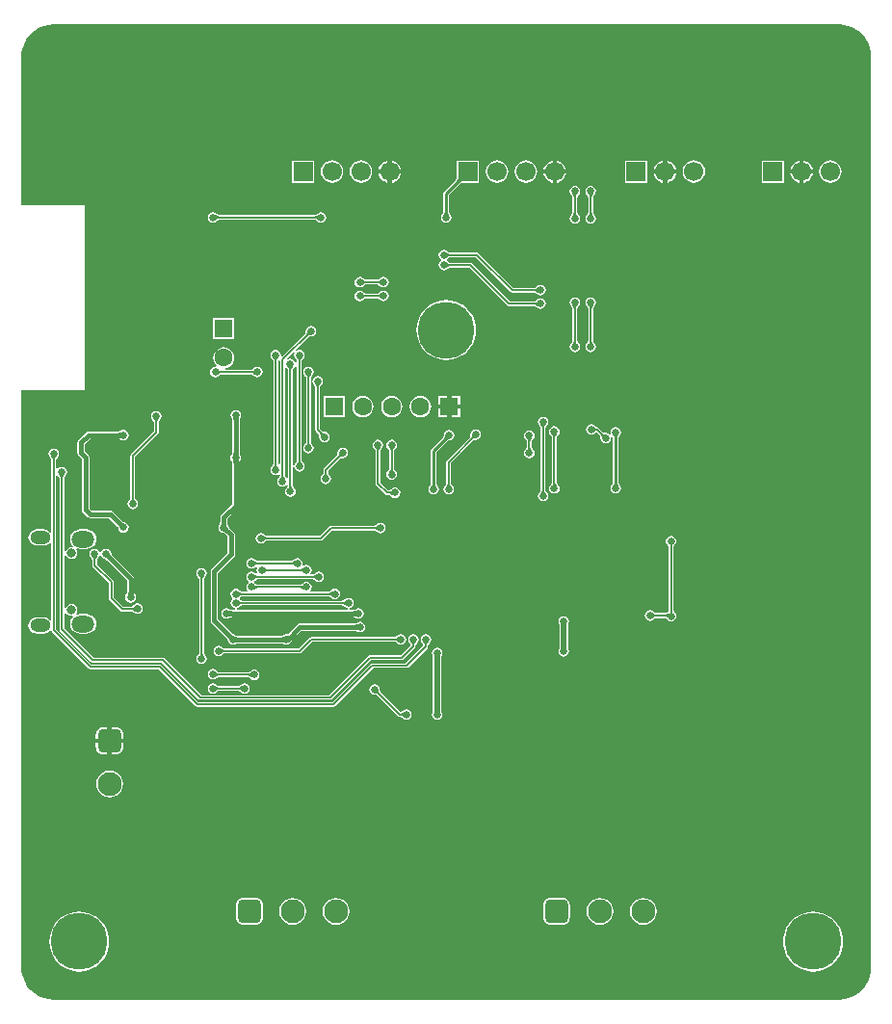
<source format=gbl>
G04 Layer_Physical_Order=2*
G04 Layer_Color=16711680*
%FSLAX25Y25*%
%MOIN*%
G70*
G01*
G75*
%ADD46C,0.01500*%
%ADD47C,0.01000*%
%ADD48C,0.00800*%
%ADD49C,0.00600*%
%ADD50C,0.02000*%
%ADD52C,0.00500*%
%ADD61R,0.06299X0.06299*%
%ADD62C,0.06299*%
%ADD63R,0.06299X0.06299*%
%ADD64C,0.03150*%
%ADD65O,0.07087X0.04528*%
%ADD66O,0.07874X0.05709*%
%ADD67R,0.06693X0.06693*%
%ADD68C,0.06693*%
%ADD69C,0.19685*%
G04:AMPARAMS|DCode=70|XSize=82.68mil|YSize=82.68mil|CornerRadius=20.67mil|HoleSize=0mil|Usage=FLASHONLY|Rotation=270.000|XOffset=0mil|YOffset=0mil|HoleType=Round|Shape=RoundedRectangle|*
%AMROUNDEDRECTD70*
21,1,0.08268,0.04134,0,0,270.0*
21,1,0.04134,0.08268,0,0,270.0*
1,1,0.04134,-0.02067,-0.02067*
1,1,0.04134,-0.02067,0.02067*
1,1,0.04134,0.02067,0.02067*
1,1,0.04134,0.02067,-0.02067*
%
%ADD70ROUNDEDRECTD70*%
%ADD71C,0.08268*%
G04:AMPARAMS|DCode=72|XSize=82.68mil|YSize=82.68mil|CornerRadius=20.67mil|HoleSize=0mil|Usage=FLASHONLY|Rotation=0.000|XOffset=0mil|YOffset=0mil|HoleType=Round|Shape=RoundedRectangle|*
%AMROUNDEDRECTD72*
21,1,0.08268,0.04134,0,0,0.0*
21,1,0.04134,0.08268,0,0,0.0*
1,1,0.04134,0.02067,-0.02067*
1,1,0.04134,-0.02067,-0.02067*
1,1,0.04134,-0.02067,0.02067*
1,1,0.04134,0.02067,0.02067*
%
%ADD72ROUNDEDRECTD72*%
%ADD73C,0.02600*%
%ADD74C,0.02362*%
%ADD75C,0.02400*%
G36*
X283465Y337987D02*
Y337987D01*
X283961Y337978D01*
X285224Y337879D01*
X286940Y337467D01*
X288570Y336792D01*
X290075Y335870D01*
X291417Y334723D01*
X292563Y333382D01*
X293484Y331877D01*
X294160Y330247D01*
X294572Y328531D01*
X294706Y326833D01*
X294680Y326772D01*
Y11811D01*
X294706Y11750D01*
X294572Y10052D01*
X294160Y8336D01*
X293484Y6706D01*
X292563Y5201D01*
X291417Y3859D01*
X290075Y2713D01*
X288570Y1791D01*
X286940Y1116D01*
X285224Y704D01*
X283525Y570D01*
X283465Y595D01*
X11811D01*
X11750Y570D01*
X10052Y704D01*
X8336Y1116D01*
X6706Y1791D01*
X5201Y2713D01*
X3859Y3859D01*
X2713Y5201D01*
X1791Y6706D01*
X1116Y8336D01*
X704Y10052D01*
X570Y11750D01*
X595Y11811D01*
Y211619D01*
X22543D01*
Y275300D01*
X595D01*
Y326772D01*
X570Y326833D01*
X704Y328531D01*
X1116Y330247D01*
X1791Y331877D01*
X2713Y333382D01*
X3859Y334723D01*
X5201Y335870D01*
X6706Y336792D01*
X8336Y337467D01*
X10052Y337879D01*
X11315Y337978D01*
X11811Y337987D01*
Y337987D01*
X11811Y337987D01*
X282965D01*
X283465Y337987D01*
D02*
G37*
%LPC*%
G36*
X188300Y133235D02*
X187598Y133096D01*
X187002Y132698D01*
X186604Y132102D01*
X186465Y131400D01*
X186604Y130698D01*
X186771Y130449D01*
Y122051D01*
X186604Y121802D01*
X186465Y121100D01*
X186604Y120398D01*
X187002Y119802D01*
X187598Y119404D01*
X188300Y119265D01*
X189002Y119404D01*
X189598Y119802D01*
X189996Y120398D01*
X190135Y121100D01*
X189996Y121802D01*
X189829Y122051D01*
Y130449D01*
X189996Y130698D01*
X190135Y131400D01*
X189996Y132102D01*
X189598Y132698D01*
X189002Y133096D01*
X188300Y133235D01*
D02*
G37*
G36*
X152450Y209553D02*
X149451D01*
Y206553D01*
X152450D01*
Y209553D01*
D02*
G37*
G36*
X62992Y149867D02*
X62290Y149727D01*
X61694Y149329D01*
X61297Y148734D01*
X61157Y148031D01*
X61297Y147329D01*
X61687Y146745D01*
X61695Y146725D01*
X61801Y146616D01*
X61887Y146520D01*
X61958Y146429D01*
X62017Y146344D01*
X62064Y146266D01*
X62099Y146195D01*
X62124Y146132D01*
X62139Y146077D01*
X62147Y146029D01*
X62152Y145955D01*
X62177Y145904D01*
Y120631D01*
X62152Y120580D01*
X62147Y120506D01*
X62139Y120458D01*
X62124Y120403D01*
X62099Y120340D01*
X62064Y120270D01*
X62017Y120191D01*
X61963Y120113D01*
X61796Y119914D01*
X61695Y119810D01*
X61687Y119790D01*
X61297Y119206D01*
X61157Y118504D01*
X61297Y117802D01*
X61694Y117206D01*
X62290Y116808D01*
X62992Y116669D01*
X63694Y116808D01*
X64290Y117206D01*
X64688Y117802D01*
X64827Y118504D01*
X64688Y119206D01*
X64298Y119790D01*
X64289Y119810D01*
X64183Y119920D01*
X64098Y120016D01*
X64026Y120107D01*
X63967Y120192D01*
X63920Y120270D01*
X63885Y120340D01*
X63861Y120403D01*
X63845Y120458D01*
X63837Y120506D01*
X63832Y120580D01*
X63808Y120631D01*
Y145904D01*
X63832Y145955D01*
X63837Y146029D01*
X63845Y146077D01*
X63861Y146132D01*
X63885Y146195D01*
X63920Y146266D01*
X63967Y146344D01*
X64021Y146423D01*
X64188Y146621D01*
X64289Y146725D01*
X64298Y146745D01*
X64688Y147329D01*
X64827Y148031D01*
X64688Y148734D01*
X64290Y149329D01*
X63694Y149727D01*
X62992Y149867D01*
D02*
G37*
G36*
X70669Y226339D02*
X69717Y226213D01*
X68829Y225845D01*
X68066Y225260D01*
X67481Y224498D01*
X67114Y223610D01*
X66988Y222657D01*
X67114Y221705D01*
X67481Y220817D01*
X68066Y220055D01*
X68176Y219970D01*
X67965Y219502D01*
X67716Y219552D01*
X67014Y219412D01*
X66419Y219014D01*
X66021Y218419D01*
X65881Y217717D01*
X66021Y217014D01*
X66419Y216419D01*
X67014Y216021D01*
X67716Y215881D01*
X68419Y216021D01*
X68990Y216403D01*
X69016Y216413D01*
X69254Y216637D01*
X69349Y216715D01*
X69441Y216781D01*
X69523Y216834D01*
X69596Y216873D01*
X69658Y216899D01*
X69707Y216915D01*
X69745Y216922D01*
X69809Y216927D01*
X69860Y216952D01*
X80140D01*
X80191Y216927D01*
X80255Y216922D01*
X80293Y216915D01*
X80342Y216899D01*
X80404Y216873D01*
X80477Y216834D01*
X80559Y216781D01*
X80646Y216719D01*
X80861Y216533D01*
X80976Y216420D01*
X80995Y216413D01*
X81581Y216021D01*
X82284Y215881D01*
X82986Y216021D01*
X83581Y216419D01*
X83979Y217014D01*
X84119Y217717D01*
X83979Y218419D01*
X83581Y219014D01*
X82986Y219412D01*
X82284Y219552D01*
X81581Y219412D01*
X81010Y219030D01*
X80984Y219020D01*
X80746Y218796D01*
X80651Y218718D01*
X80559Y218652D01*
X80477Y218599D01*
X80404Y218560D01*
X80342Y218534D01*
X80293Y218518D01*
X80255Y218511D01*
X80191Y218507D01*
X80140Y218481D01*
X71101D01*
X71057Y218523D01*
X71231Y219050D01*
X71622Y219102D01*
X72510Y219470D01*
X73272Y220055D01*
X73857Y220817D01*
X74225Y221705D01*
X74350Y222657D01*
X74225Y223610D01*
X73857Y224498D01*
X73272Y225260D01*
X72510Y225845D01*
X71622Y226213D01*
X70669Y226339D01*
D02*
G37*
G36*
X147951Y209553D02*
X144951D01*
Y206553D01*
X147951D01*
Y209553D01*
D02*
G37*
G36*
X118760Y209484D02*
X117807Y209359D01*
X116919Y208991D01*
X116157Y208406D01*
X115572Y207644D01*
X115204Y206756D01*
X115079Y205803D01*
X115204Y204850D01*
X115572Y203963D01*
X116157Y203200D01*
X116919Y202615D01*
X117807Y202247D01*
X118760Y202122D01*
X119713Y202247D01*
X120600Y202615D01*
X121363Y203200D01*
X121948Y203963D01*
X122316Y204850D01*
X122441Y205803D01*
X122316Y206756D01*
X121948Y207644D01*
X121363Y208406D01*
X120600Y208991D01*
X119713Y209359D01*
X118760Y209484D01*
D02*
G37*
G36*
X152450Y205053D02*
X149451D01*
Y202053D01*
X152450D01*
Y205053D01*
D02*
G37*
G36*
X128760Y209484D02*
X127807Y209359D01*
X126919Y208991D01*
X126157Y208406D01*
X125572Y207644D01*
X125204Y206756D01*
X125079Y205803D01*
X125204Y204850D01*
X125572Y203963D01*
X126157Y203200D01*
X126919Y202615D01*
X127807Y202248D01*
X128760Y202122D01*
X129713Y202248D01*
X130600Y202615D01*
X131363Y203200D01*
X131948Y203963D01*
X132316Y204850D01*
X132441Y205803D01*
X132316Y206756D01*
X131948Y207644D01*
X131363Y208406D01*
X130600Y208991D01*
X129713Y209359D01*
X128760Y209484D01*
D02*
G37*
G36*
X112409Y209453D02*
X105110D01*
Y202153D01*
X112409D01*
Y209453D01*
D02*
G37*
G36*
X138701Y209484D02*
X137748Y209359D01*
X136860Y208991D01*
X136098Y208406D01*
X135513Y207644D01*
X135145Y206756D01*
X135020Y205803D01*
X135145Y204850D01*
X135513Y203963D01*
X136098Y203200D01*
X136860Y202615D01*
X137748Y202248D01*
X138701Y202122D01*
X139654Y202248D01*
X140541Y202615D01*
X141304Y203200D01*
X141889Y203963D01*
X142256Y204850D01*
X142382Y205803D01*
X142256Y206756D01*
X141889Y207644D01*
X141304Y208406D01*
X140541Y208991D01*
X139654Y209359D01*
X138701Y209484D01*
D02*
G37*
G36*
X66929Y115024D02*
X66227Y114884D01*
X65631Y114487D01*
X65234Y113891D01*
X65094Y113189D01*
X65234Y112487D01*
X65631Y111891D01*
X66227Y111493D01*
X66929Y111354D01*
X67631Y111493D01*
X67918Y111685D01*
X68027Y111711D01*
X68161Y111808D01*
X68277Y111886D01*
X68505Y112019D01*
X68594Y112063D01*
X68680Y112098D01*
X68755Y112124D01*
X68818Y112140D01*
X68870Y112148D01*
X68940Y112152D01*
X68992Y112177D01*
X78975D01*
X79026Y112152D01*
X79100Y112147D01*
X79148Y112139D01*
X79203Y112124D01*
X79266Y112099D01*
X79337Y112064D01*
X79415Y112017D01*
X79493Y111963D01*
X79692Y111796D01*
X79796Y111695D01*
X79816Y111687D01*
X80400Y111297D01*
X81102Y111157D01*
X81805Y111297D01*
X82400Y111694D01*
X82798Y112290D01*
X82938Y112992D01*
X82798Y113695D01*
X82400Y114290D01*
X81805Y114688D01*
X81102Y114827D01*
X80400Y114688D01*
X79816Y114298D01*
X79796Y114289D01*
X79687Y114183D01*
X79590Y114098D01*
X79500Y114026D01*
X79415Y113967D01*
X79337Y113920D01*
X79266Y113885D01*
X79203Y113861D01*
X79148Y113845D01*
X79100Y113837D01*
X79026Y113832D01*
X78975Y113808D01*
X69120D01*
X69089Y113827D01*
X69062Y113820D01*
X69037Y113832D01*
X68961Y113837D01*
X68918Y113845D01*
X68872Y113859D01*
X68823Y113881D01*
X68768Y113912D01*
X68708Y113955D01*
X68642Y114011D01*
X68573Y114081D01*
X68500Y114165D01*
X68415Y114276D01*
X68337Y114321D01*
X68227Y114487D01*
X67631Y114884D01*
X66929Y115024D01*
D02*
G37*
G36*
X144488Y122308D02*
X143786Y122168D01*
X143191Y121770D01*
X142793Y121175D01*
X142653Y120472D01*
X142793Y119770D01*
X142959Y119521D01*
Y100164D01*
X142793Y99915D01*
X142653Y99213D01*
X142793Y98510D01*
X143191Y97915D01*
X143786Y97517D01*
X144488Y97377D01*
X145191Y97517D01*
X145786Y97915D01*
X146184Y98510D01*
X146324Y99213D01*
X146184Y99915D01*
X146018Y100164D01*
Y119521D01*
X146184Y119770D01*
X146324Y120472D01*
X146184Y121175D01*
X145786Y121770D01*
X145191Y122168D01*
X144488Y122308D01*
D02*
G37*
G36*
X74319Y236307D02*
X67020D01*
Y229008D01*
X74319D01*
Y236307D01*
D02*
G37*
G36*
X122835Y109709D02*
X122132Y109570D01*
X121537Y109172D01*
X121139Y108576D01*
X120999Y107874D01*
X121139Y107172D01*
X121537Y106576D01*
X122132Y106178D01*
X122821Y106042D01*
X122841Y106033D01*
X122994Y106031D01*
X123122Y106023D01*
X123237Y106010D01*
X123339Y105992D01*
X123427Y105969D01*
X123502Y105944D01*
X123564Y105917D01*
X123614Y105889D01*
X123653Y105861D01*
X123709Y105812D01*
X123762Y105793D01*
X130919Y98636D01*
X130919Y98636D01*
X131184Y98459D01*
X131496Y98397D01*
X131496Y98397D01*
X131731D01*
X131782Y98372D01*
X131856Y98368D01*
X131904Y98360D01*
X131959Y98344D01*
X132022Y98320D01*
X132093Y98285D01*
X132171Y98238D01*
X132249Y98183D01*
X132448Y98017D01*
X132552Y97915D01*
X132572Y97907D01*
X133156Y97517D01*
X133858Y97377D01*
X134561Y97517D01*
X135156Y97915D01*
X135554Y98510D01*
X135694Y99213D01*
X135554Y99915D01*
X135156Y100510D01*
X134561Y100908D01*
X133858Y101048D01*
X133156Y100908D01*
X132572Y100518D01*
X132552Y100510D01*
X132443Y100403D01*
X132346Y100318D01*
X132256Y100246D01*
X132171Y100187D01*
X132093Y100141D01*
X132022Y100106D01*
X131959Y100081D01*
X131904Y100066D01*
X131856Y100057D01*
X131808Y100054D01*
X124916Y106947D01*
X124897Y107000D01*
X124848Y107055D01*
X124820Y107095D01*
X124792Y107145D01*
X124765Y107207D01*
X124739Y107282D01*
X124717Y107370D01*
X124700Y107464D01*
X124678Y107722D01*
X124676Y107868D01*
X124667Y107888D01*
X124530Y108576D01*
X124132Y109172D01*
X123537Y109570D01*
X122835Y109709D01*
D02*
G37*
G36*
X146850Y260103D02*
X146148Y259963D01*
X145553Y259565D01*
X145155Y258970D01*
X145015Y258268D01*
X145155Y257565D01*
X145553Y256970D01*
X145812Y256797D01*
Y256195D01*
X145553Y256022D01*
X145155Y255427D01*
X145015Y254724D01*
X145155Y254022D01*
X145553Y253427D01*
X146148Y253029D01*
X146850Y252889D01*
X147553Y253029D01*
X148137Y253419D01*
X148157Y253427D01*
X148266Y253534D01*
X148362Y253619D01*
X148453Y253691D01*
X148538Y253750D01*
X148616Y253796D01*
X148687Y253831D01*
X148750Y253856D01*
X148805Y253871D01*
X148853Y253880D01*
X148927Y253884D01*
X148978Y253909D01*
X155568D01*
X168715Y240762D01*
X168715Y240762D01*
X168979Y240585D01*
X169291Y240523D01*
X178188D01*
X178238Y240498D01*
X178313Y240494D01*
X178361Y240486D01*
X178416Y240470D01*
X178479Y240445D01*
X178549Y240410D01*
X178628Y240364D01*
X178706Y240309D01*
X178904Y240143D01*
X179009Y240041D01*
X179029Y240033D01*
X179613Y239643D01*
X180315Y239503D01*
X181017Y239643D01*
X181613Y240041D01*
X182010Y240636D01*
X182150Y241339D01*
X182010Y242041D01*
X181613Y242636D01*
X181017Y243034D01*
X180315Y243174D01*
X179613Y243034D01*
X179029Y242644D01*
X179009Y242636D01*
X178899Y242529D01*
X178803Y242444D01*
X178712Y242372D01*
X178627Y242313D01*
X178549Y242267D01*
X178479Y242232D01*
X178416Y242207D01*
X178361Y242192D01*
X178313Y242183D01*
X178238Y242179D01*
X178188Y242154D01*
X169629D01*
X156482Y255301D01*
X156218Y255478D01*
X155905Y255540D01*
X155905Y255540D01*
X148978D01*
X148927Y255565D01*
X148853Y255569D01*
X148805Y255577D01*
X148750Y255593D01*
X148687Y255617D01*
X148616Y255652D01*
X148538Y255699D01*
X148459Y255754D01*
X148261Y255920D01*
X148157Y256022D01*
X148137Y256030D01*
X147889Y256195D01*
Y256797D01*
X148137Y256962D01*
X148157Y256970D01*
X148266Y257077D01*
X148362Y257162D01*
X148453Y257234D01*
X148538Y257293D01*
X148616Y257340D01*
X148687Y257375D01*
X148750Y257399D01*
X148805Y257415D01*
X148853Y257423D01*
X148927Y257427D01*
X148978Y257452D01*
X157930D01*
X169896Y245486D01*
X169896Y245486D01*
X170160Y245309D01*
X170472Y245247D01*
X170473Y245247D01*
X178188D01*
X178238Y245223D01*
X178313Y245218D01*
X178361Y245210D01*
X178416Y245195D01*
X178479Y245170D01*
X178549Y245135D01*
X178628Y245088D01*
X178706Y245034D01*
X178904Y244867D01*
X179009Y244766D01*
X179029Y244758D01*
X179613Y244367D01*
X180315Y244228D01*
X181017Y244367D01*
X181613Y244765D01*
X182010Y245361D01*
X182150Y246063D01*
X182010Y246765D01*
X181613Y247361D01*
X181017Y247759D01*
X180315Y247898D01*
X179613Y247759D01*
X179029Y247368D01*
X179009Y247360D01*
X178899Y247254D01*
X178803Y247169D01*
X178712Y247097D01*
X178627Y247038D01*
X178549Y246991D01*
X178479Y246956D01*
X178416Y246932D01*
X178361Y246916D01*
X178313Y246908D01*
X178238Y246903D01*
X178188Y246879D01*
X170810D01*
X158844Y258844D01*
X158580Y259021D01*
X158268Y259083D01*
X158268Y259083D01*
X148978D01*
X148927Y259108D01*
X148853Y259112D01*
X148805Y259121D01*
X148750Y259136D01*
X148687Y259161D01*
X148616Y259196D01*
X148538Y259242D01*
X148459Y259297D01*
X148261Y259463D01*
X148157Y259565D01*
X148137Y259573D01*
X147553Y259963D01*
X146850Y260103D01*
D02*
G37*
G36*
X33169Y94934D02*
X31853D01*
Y90927D01*
X35859D01*
Y92244D01*
X35768Y92940D01*
X35499Y93589D01*
X35072Y94146D01*
X34514Y94574D01*
X33866Y94842D01*
X33169Y94934D01*
D02*
G37*
G36*
X100787Y233725D02*
X100085Y233585D01*
X99490Y233188D01*
X99092Y232592D01*
X98955Y231903D01*
X98946Y231883D01*
X98944Y231731D01*
X98937Y231603D01*
X98923Y231487D01*
X98905Y231386D01*
X98883Y231298D01*
X98857Y231223D01*
X98830Y231161D01*
X98802Y231111D01*
X98774Y231071D01*
X98725Y231016D01*
X98706Y230962D01*
X90819Y223075D01*
X90358Y223321D01*
X90418Y223622D01*
X90278Y224324D01*
X89880Y224920D01*
X89285Y225318D01*
X88583Y225457D01*
X87880Y225318D01*
X87285Y224920D01*
X86887Y224324D01*
X86747Y223622D01*
X86887Y222920D01*
X87277Y222336D01*
X87285Y222316D01*
X87392Y222206D01*
X87477Y222110D01*
X87549Y222019D01*
X87608Y221935D01*
X87655Y221856D01*
X87690Y221786D01*
X87714Y221723D01*
X87730Y221668D01*
X87738Y221620D01*
X87742Y221546D01*
X87767Y221495D01*
Y185986D01*
X87742Y185935D01*
X87738Y185861D01*
X87730Y185813D01*
X87714Y185758D01*
X87690Y185695D01*
X87655Y185624D01*
X87608Y185546D01*
X87553Y185467D01*
X87387Y185269D01*
X87285Y185165D01*
X87277Y185144D01*
X86887Y184561D01*
X86747Y183858D01*
X86887Y183156D01*
X87285Y182561D01*
X87880Y182163D01*
X88583Y182023D01*
X89285Y182163D01*
X89629Y182393D01*
X90099Y182142D01*
X90009Y181673D01*
X89970Y181609D01*
X89916Y181530D01*
X89749Y181332D01*
X89648Y181228D01*
X89639Y181207D01*
X89249Y180624D01*
X89110Y179921D01*
X89249Y179219D01*
X89647Y178623D01*
X90243Y178226D01*
X90945Y178086D01*
X91647Y178226D01*
X92243Y178623D01*
X92560Y178590D01*
X92758Y178495D01*
X92808Y178214D01*
X92773Y178144D01*
X92726Y178066D01*
X92672Y177987D01*
X92505Y177788D01*
X92403Y177684D01*
X92395Y177664D01*
X92005Y177080D01*
X91865Y176378D01*
X92005Y175676D01*
X92403Y175080D01*
X92998Y174682D01*
X93701Y174543D01*
X94403Y174682D01*
X94999Y175080D01*
X95396Y175676D01*
X95536Y176378D01*
X95396Y177080D01*
X95006Y177664D01*
X94998Y177684D01*
X94891Y177794D01*
X94806Y177890D01*
X94735Y177981D01*
X94675Y178066D01*
X94629Y178144D01*
X94594Y178214D01*
X94569Y178277D01*
X94554Y178332D01*
X94545Y178380D01*
X94541Y178454D01*
X94516Y178505D01*
Y218345D01*
X94541Y218396D01*
X94545Y218470D01*
X94554Y218518D01*
X94569Y218573D01*
X94594Y218636D01*
X94629Y218707D01*
X94675Y218785D01*
X94730Y218863D01*
X94897Y219062D01*
X94998Y219166D01*
X95006Y219186D01*
X95396Y219770D01*
X95536Y220472D01*
X95396Y221175D01*
X94999Y221770D01*
X94403Y222168D01*
X93701Y222308D01*
X92998Y222168D01*
X92781Y222023D01*
X92462Y222411D01*
X94912Y224861D01*
X95300Y224542D01*
X95155Y224324D01*
X95015Y223622D01*
X95155Y222920D01*
X95545Y222336D01*
X95553Y222316D01*
X95660Y222206D01*
X95745Y222110D01*
X95817Y222019D01*
X95876Y221935D01*
X95922Y221856D01*
X95957Y221786D01*
X95982Y221723D01*
X95998Y221668D01*
X96006Y221620D01*
X96010Y221546D01*
X96035Y221495D01*
Y187167D01*
X96010Y187116D01*
X96006Y187042D01*
X95998Y186994D01*
X95982Y186939D01*
X95957Y186876D01*
X95922Y186805D01*
X95876Y186727D01*
X95821Y186648D01*
X95655Y186450D01*
X95553Y186346D01*
X95545Y186326D01*
X95155Y185742D01*
X95015Y185039D01*
X95155Y184337D01*
X95553Y183742D01*
X96148Y183344D01*
X96850Y183204D01*
X97553Y183344D01*
X98148Y183742D01*
X98546Y184337D01*
X98686Y185039D01*
X98546Y185742D01*
X98156Y186326D01*
X98148Y186346D01*
X98041Y186455D01*
X97956Y186551D01*
X97884Y186642D01*
X97825Y186727D01*
X97778Y186805D01*
X97743Y186876D01*
X97719Y186939D01*
X97703Y186994D01*
X97695Y187042D01*
X97691Y187116D01*
X97666Y187167D01*
Y221495D01*
X97691Y221546D01*
X97695Y221620D01*
X97703Y221668D01*
X97719Y221723D01*
X97743Y221786D01*
X97778Y221856D01*
X97825Y221935D01*
X97880Y222013D01*
X98046Y222212D01*
X98148Y222316D01*
X98156Y222336D01*
X98546Y222920D01*
X98686Y223622D01*
X98546Y224324D01*
X98148Y224920D01*
X97553Y225318D01*
X96850Y225457D01*
X96148Y225318D01*
X95931Y225172D01*
X95612Y225561D01*
X99860Y229809D01*
X99913Y229827D01*
X99969Y229877D01*
X100008Y229905D01*
X100059Y229933D01*
X100120Y229960D01*
X100195Y229985D01*
X100283Y230007D01*
X100378Y230024D01*
X100636Y230047D01*
X100781Y230049D01*
X100801Y230057D01*
X101490Y230194D01*
X102085Y230592D01*
X102483Y231187D01*
X102623Y231890D01*
X102483Y232592D01*
X102085Y233188D01*
X101490Y233585D01*
X100787Y233725D01*
D02*
G37*
G36*
X147638Y242658D02*
X146015Y242530D01*
X144432Y242150D01*
X142928Y241527D01*
X141540Y240677D01*
X140302Y239619D01*
X139245Y238381D01*
X138394Y236993D01*
X137771Y235489D01*
X137391Y233906D01*
X137263Y232283D01*
X137391Y230661D01*
X137771Y229078D01*
X138394Y227573D01*
X139245Y226185D01*
X140302Y224948D01*
X141540Y223890D01*
X142928Y223040D01*
X144432Y222417D01*
X146015Y222037D01*
X147638Y221909D01*
X149261Y222037D01*
X150844Y222417D01*
X152348Y223040D01*
X153736Y223890D01*
X154974Y224948D01*
X156031Y226185D01*
X156881Y227573D01*
X157504Y229078D01*
X157885Y230661D01*
X158012Y232283D01*
X157885Y233906D01*
X157504Y235489D01*
X156881Y236993D01*
X156031Y238381D01*
X154974Y239619D01*
X153736Y240677D01*
X152348Y241527D01*
X150844Y242150D01*
X149261Y242530D01*
X147638Y242658D01*
D02*
G37*
G36*
X192126Y243567D02*
X191424Y243428D01*
X190828Y243030D01*
X190430Y242435D01*
X190291Y241732D01*
X190430Y241030D01*
X190817Y240452D01*
X190826Y240429D01*
X190911Y240341D01*
X190974Y240265D01*
X191028Y240192D01*
X191072Y240121D01*
X191108Y240052D01*
X191136Y239985D01*
X191157Y239918D01*
X191172Y239852D01*
X191181Y239785D01*
X191185Y239692D01*
X191208Y239642D01*
Y228468D01*
X191185Y228418D01*
X191181Y228326D01*
X191172Y228258D01*
X191157Y228192D01*
X191136Y228126D01*
X191108Y228058D01*
X191072Y227989D01*
X191028Y227918D01*
X190974Y227845D01*
X190911Y227770D01*
X190826Y227681D01*
X190817Y227659D01*
X190430Y227080D01*
X190291Y226378D01*
X190430Y225676D01*
X190828Y225080D01*
X191424Y224682D01*
X192126Y224543D01*
X192828Y224682D01*
X193424Y225080D01*
X193822Y225676D01*
X193961Y226378D01*
X193822Y227080D01*
X193435Y227659D01*
X193426Y227681D01*
X193341Y227770D01*
X193278Y227845D01*
X193224Y227918D01*
X193180Y227989D01*
X193144Y228058D01*
X193116Y228126D01*
X193095Y228192D01*
X193080Y228258D01*
X193071Y228326D01*
X193067Y228418D01*
X193044Y228468D01*
Y239642D01*
X193067Y239692D01*
X193071Y239785D01*
X193080Y239852D01*
X193095Y239918D01*
X193116Y239985D01*
X193144Y240052D01*
X193180Y240121D01*
X193224Y240192D01*
X193278Y240265D01*
X193341Y240341D01*
X193426Y240429D01*
X193435Y240452D01*
X193822Y241030D01*
X193961Y241732D01*
X193822Y242435D01*
X193424Y243030D01*
X192828Y243428D01*
X192126Y243567D01*
D02*
G37*
G36*
X77756Y110103D02*
X77054Y109963D01*
X76470Y109573D01*
X76450Y109565D01*
X76340Y109458D01*
X76244Y109373D01*
X76153Y109301D01*
X76068Y109242D01*
X75990Y109196D01*
X75920Y109161D01*
X75857Y109136D01*
X75802Y109121D01*
X75753Y109112D01*
X75679Y109108D01*
X75629Y109083D01*
X69056D01*
X69006Y109108D01*
X68932Y109112D01*
X68884Y109121D01*
X68828Y109136D01*
X68765Y109161D01*
X68695Y109196D01*
X68617Y109242D01*
X68538Y109297D01*
X68340Y109463D01*
X68235Y109565D01*
X68215Y109573D01*
X67631Y109963D01*
X66929Y110103D01*
X66227Y109963D01*
X65631Y109565D01*
X65234Y108970D01*
X65094Y108268D01*
X65234Y107565D01*
X65631Y106970D01*
X66227Y106572D01*
X66929Y106432D01*
X67631Y106572D01*
X68215Y106962D01*
X68235Y106970D01*
X68345Y107077D01*
X68441Y107162D01*
X68532Y107234D01*
X68617Y107293D01*
X68695Y107340D01*
X68765Y107375D01*
X68828Y107399D01*
X68884Y107415D01*
X68932Y107423D01*
X69006Y107427D01*
X69056Y107452D01*
X75629D01*
X75679Y107427D01*
X75754Y107423D01*
X75801Y107415D01*
X75857Y107399D01*
X75920Y107375D01*
X75990Y107340D01*
X76068Y107293D01*
X76147Y107238D01*
X76345Y107072D01*
X76450Y106970D01*
X76470Y106962D01*
X77054Y106572D01*
X77756Y106432D01*
X78458Y106572D01*
X79054Y106970D01*
X79452Y107565D01*
X79591Y108268D01*
X79452Y108970D01*
X79054Y109565D01*
X78458Y109963D01*
X77756Y110103D01*
D02*
G37*
G36*
X197638Y243567D02*
X196935Y243428D01*
X196340Y243030D01*
X195942Y242435D01*
X195802Y241732D01*
X195942Y241030D01*
X196329Y240452D01*
X196337Y240429D01*
X196422Y240341D01*
X196486Y240265D01*
X196539Y240192D01*
X196584Y240121D01*
X196620Y240052D01*
X196648Y239985D01*
X196669Y239918D01*
X196684Y239852D01*
X196693Y239785D01*
X196697Y239692D01*
X196720Y239642D01*
Y228468D01*
X196697Y228418D01*
X196693Y228326D01*
X196684Y228258D01*
X196669Y228192D01*
X196648Y228126D01*
X196620Y228058D01*
X196584Y227989D01*
X196539Y227918D01*
X196486Y227845D01*
X196422Y227770D01*
X196337Y227681D01*
X196329Y227659D01*
X195942Y227080D01*
X195802Y226378D01*
X195942Y225676D01*
X196340Y225080D01*
X196935Y224682D01*
X197638Y224543D01*
X198340Y224682D01*
X198935Y225080D01*
X199333Y225676D01*
X199473Y226378D01*
X199333Y227080D01*
X198947Y227659D01*
X198938Y227681D01*
X198853Y227770D01*
X198790Y227845D01*
X198736Y227918D01*
X198692Y227989D01*
X198656Y228058D01*
X198628Y228126D01*
X198606Y228192D01*
X198591Y228258D01*
X198582Y228326D01*
X198579Y228418D01*
X198555Y228468D01*
Y239642D01*
X198579Y239692D01*
X198582Y239785D01*
X198591Y239852D01*
X198606Y239918D01*
X198628Y239985D01*
X198656Y240052D01*
X198692Y240121D01*
X198736Y240192D01*
X198790Y240265D01*
X198853Y240341D01*
X198938Y240429D01*
X198947Y240452D01*
X199333Y241030D01*
X199473Y241732D01*
X199333Y242435D01*
X198935Y243030D01*
X198340Y243428D01*
X197638Y243567D01*
D02*
G37*
G36*
X148622Y197701D02*
X147920Y197562D01*
X147324Y197164D01*
X146926Y196569D01*
X146792Y195895D01*
X146781Y195870D01*
X146778Y195779D01*
X146771Y195713D01*
X146758Y195649D01*
X146740Y195587D01*
X146715Y195525D01*
X146685Y195463D01*
X146648Y195400D01*
X146602Y195335D01*
X146548Y195269D01*
X146474Y195190D01*
X146455Y195141D01*
X142586Y191272D01*
X142365Y190941D01*
X142288Y190551D01*
Y179210D01*
X142266Y179163D01*
X142263Y179054D01*
X142254Y178969D01*
X142241Y178891D01*
X142222Y178820D01*
X142200Y178754D01*
X142173Y178694D01*
X142142Y178637D01*
X142106Y178583D01*
X142065Y178531D01*
X142003Y178464D01*
X141993Y178439D01*
X141612Y177868D01*
X141472Y177165D01*
X141612Y176463D01*
X142009Y175868D01*
X142605Y175470D01*
X143307Y175330D01*
X144009Y175470D01*
X144605Y175868D01*
X145003Y176463D01*
X145142Y177165D01*
X145003Y177868D01*
X144621Y178439D01*
X144611Y178464D01*
X144549Y178531D01*
X144508Y178583D01*
X144472Y178637D01*
X144441Y178694D01*
X144414Y178754D01*
X144392Y178820D01*
X144374Y178891D01*
X144360Y178969D01*
X144351Y179054D01*
X144348Y179163D01*
X144327Y179210D01*
Y190129D01*
X147897Y193700D01*
X147946Y193718D01*
X148025Y193792D01*
X148091Y193846D01*
X148156Y193892D01*
X148219Y193929D01*
X148281Y193960D01*
X148343Y193984D01*
X148405Y194002D01*
X148469Y194015D01*
X148535Y194023D01*
X148626Y194025D01*
X148651Y194037D01*
X149324Y194171D01*
X149920Y194568D01*
X150318Y195164D01*
X150457Y195866D01*
X150318Y196569D01*
X149920Y197164D01*
X149324Y197562D01*
X148622Y197701D01*
D02*
G37*
G36*
X29921Y156560D02*
X29219Y156420D01*
X28624Y156022D01*
X28226Y155427D01*
X28208Y155336D01*
X27698D01*
X27680Y155427D01*
X27282Y156022D01*
X26687Y156420D01*
X25984Y156560D01*
X25282Y156420D01*
X24687Y156022D01*
X24289Y155427D01*
X24149Y154724D01*
X24289Y154022D01*
X24679Y153438D01*
X24687Y153418D01*
X24794Y153309D01*
X24879Y153212D01*
X24950Y153122D01*
X25010Y153037D01*
X25056Y152959D01*
X25091Y152888D01*
X25116Y152825D01*
X25131Y152770D01*
X25140Y152722D01*
X25144Y152648D01*
X25169Y152597D01*
Y150816D01*
X25169Y150816D01*
X25231Y150504D01*
X25407Y150239D01*
X30984Y144662D01*
Y139300D01*
X30984Y139300D01*
X31046Y138988D01*
X31223Y138723D01*
X34823Y135123D01*
X34823Y135123D01*
X35088Y134946D01*
X35400Y134884D01*
X35400Y134884D01*
X38739D01*
X38790Y134860D01*
X38860Y134856D01*
X38912Y134847D01*
X38976Y134832D01*
X39043Y134809D01*
X39239Y134721D01*
X39332Y134669D01*
X39575Y134513D01*
X39706Y134419D01*
X39815Y134393D01*
X40098Y134204D01*
X40800Y134065D01*
X41502Y134204D01*
X42098Y134602D01*
X42496Y135198D01*
X42635Y135900D01*
X42496Y136602D01*
X42098Y137198D01*
X41502Y137596D01*
X41420Y137612D01*
X41377Y137677D01*
X41112Y137854D01*
X40800Y137916D01*
X40488Y137854D01*
X40223Y137677D01*
X40153Y137607D01*
X40098Y137596D01*
X39502Y137198D01*
X39390Y137029D01*
X39312Y136984D01*
X39227Y136872D01*
X39154Y136788D01*
X39085Y136718D01*
X39020Y136663D01*
X38960Y136620D01*
X38906Y136589D01*
X38856Y136567D01*
X38811Y136553D01*
X38768Y136545D01*
X38691Y136540D01*
X38666Y136528D01*
X38638Y136534D01*
X38608Y136516D01*
X35738D01*
X32616Y139638D01*
Y145000D01*
X32554Y145312D01*
X32377Y145577D01*
X32377Y145577D01*
X26800Y151154D01*
Y152597D01*
X26825Y152648D01*
X26829Y152722D01*
X26837Y152770D01*
X26853Y152825D01*
X26877Y152888D01*
X26912Y152959D01*
X26959Y153037D01*
X27013Y153115D01*
X27180Y153314D01*
X27282Y153418D01*
X27290Y153438D01*
X27680Y154022D01*
X27698Y154113D01*
X28208D01*
X28226Y154022D01*
X28624Y153427D01*
X29219Y153029D01*
X29764Y152920D01*
X29769Y152916D01*
X29775Y152910D01*
X29778Y152909D01*
X29786Y152902D01*
X29806Y152896D01*
X29811Y152894D01*
X29839Y152878D01*
X29870Y152857D01*
X30184Y152588D01*
X30275Y152499D01*
X30315Y152483D01*
X37111Y145686D01*
Y141656D01*
X37095Y141618D01*
X37089Y141356D01*
X37072Y141158D01*
X37063Y141093D01*
X37052Y141042D01*
X37044Y141013D01*
X37042Y141009D01*
X37032Y140991D01*
X37031Y140980D01*
X37029Y140976D01*
X37029Y140974D01*
X36690Y140466D01*
X36551Y139764D01*
X36690Y139061D01*
X37088Y138466D01*
X37683Y138068D01*
X38386Y137928D01*
X39088Y138068D01*
X39684Y138466D01*
X40081Y139061D01*
X40221Y139764D01*
X40081Y140466D01*
X39742Y140974D01*
X39742Y140976D01*
X39741Y140980D01*
X39739Y140991D01*
X39729Y141009D01*
X39728Y141013D01*
X39720Y141042D01*
X39709Y141093D01*
X39700Y141154D01*
X39678Y141481D01*
X39677Y141612D01*
X39660Y141651D01*
Y146214D01*
X39563Y146702D01*
X39287Y147115D01*
X32155Y154247D01*
X32141Y154285D01*
X32139Y154286D01*
X32139Y154287D01*
X31958Y154476D01*
X31833Y154627D01*
X31795Y154678D01*
X31767Y154721D01*
X31754Y154746D01*
X31753Y154749D01*
X31749Y154764D01*
X31617Y155427D01*
X31219Y156022D01*
X30624Y156420D01*
X29921Y156560D01*
D02*
G37*
G36*
X157874Y197898D02*
X157172Y197758D01*
X156576Y197361D01*
X156178Y196765D01*
X156042Y196077D01*
X156033Y196057D01*
X156031Y195904D01*
X156023Y195776D01*
X156010Y195661D01*
X155992Y195559D01*
X155969Y195471D01*
X155944Y195396D01*
X155917Y195334D01*
X155889Y195284D01*
X155861Y195244D01*
X155812Y195189D01*
X155793Y195136D01*
X147848Y187191D01*
X147672Y186926D01*
X147609Y186614D01*
X147609Y186614D01*
Y179293D01*
X147585Y179242D01*
X147581Y179168D01*
X147572Y179120D01*
X147557Y179065D01*
X147532Y179002D01*
X147497Y178931D01*
X147450Y178853D01*
X147396Y178774D01*
X147230Y178576D01*
X147128Y178472D01*
X147120Y178452D01*
X146730Y177868D01*
X146590Y177165D01*
X146730Y176463D01*
X147127Y175868D01*
X147723Y175470D01*
X148425Y175330D01*
X149127Y175470D01*
X149723Y175868D01*
X150121Y176463D01*
X150260Y177165D01*
X150121Y177868D01*
X149731Y178452D01*
X149723Y178472D01*
X149616Y178581D01*
X149531Y178677D01*
X149459Y178768D01*
X149400Y178853D01*
X149353Y178931D01*
X149318Y179002D01*
X149294Y179065D01*
X149278Y179120D01*
X149270Y179168D01*
X149266Y179242D01*
X149241Y179293D01*
Y186276D01*
X156947Y193982D01*
X157000Y194000D01*
X157055Y194050D01*
X157095Y194078D01*
X157145Y194106D01*
X157207Y194133D01*
X157282Y194158D01*
X157370Y194181D01*
X157464Y194197D01*
X157722Y194220D01*
X157868Y194222D01*
X157888Y194230D01*
X158576Y194367D01*
X159172Y194765D01*
X159570Y195361D01*
X159709Y196063D01*
X159570Y196765D01*
X159172Y197361D01*
X158576Y197758D01*
X157874Y197898D01*
D02*
G37*
G36*
X197835Y199670D02*
X197132Y199530D01*
X196537Y199132D01*
X196139Y198537D01*
X195999Y197835D01*
X196139Y197132D01*
X196537Y196537D01*
X197132Y196139D01*
X197835Y195999D01*
X198537Y196139D01*
X199132Y196537D01*
X199182Y196611D01*
X199311Y196681D01*
X199442Y196704D01*
X199727Y196685D01*
X199827Y196657D01*
X200675Y195809D01*
X200693Y195756D01*
X200743Y195701D01*
X200771Y195661D01*
X200799Y195611D01*
X200826Y195549D01*
X200851Y195474D01*
X200873Y195386D01*
X200890Y195292D01*
X200913Y195034D01*
X200915Y194888D01*
X200923Y194868D01*
X201060Y194180D01*
X201458Y193584D01*
X202054Y193186D01*
X202756Y193047D01*
X203458Y193186D01*
X204054Y193584D01*
X204451Y194180D01*
X204591Y194882D01*
X204506Y195311D01*
X204986Y195458D01*
X205205Y195224D01*
X205215Y195196D01*
X205233Y195124D01*
X205246Y195047D01*
X205255Y194962D01*
X205258Y194853D01*
X205280Y194806D01*
Y179604D01*
X205258Y179557D01*
X205255Y179447D01*
X205246Y179363D01*
X205233Y179285D01*
X205215Y179214D01*
X205192Y179148D01*
X205165Y179087D01*
X205134Y179030D01*
X205099Y178976D01*
X205057Y178925D01*
X204995Y178858D01*
X204985Y178832D01*
X204604Y178261D01*
X204464Y177559D01*
X204604Y176857D01*
X205001Y176261D01*
X205597Y175864D01*
X206299Y175724D01*
X207001Y175864D01*
X207597Y176261D01*
X207995Y176857D01*
X208135Y177559D01*
X207995Y178261D01*
X207613Y178832D01*
X207604Y178858D01*
X207541Y178925D01*
X207500Y178976D01*
X207464Y179031D01*
X207433Y179087D01*
X207406Y179148D01*
X207384Y179214D01*
X207366Y179285D01*
X207352Y179363D01*
X207344Y179447D01*
X207340Y179557D01*
X207319Y179604D01*
Y194806D01*
X207340Y194853D01*
X207344Y194962D01*
X207352Y195047D01*
X207366Y195124D01*
X207384Y195196D01*
X207406Y195261D01*
X207433Y195322D01*
X207464Y195379D01*
X207500Y195433D01*
X207541Y195485D01*
X207604Y195551D01*
X207613Y195577D01*
X207995Y196148D01*
X208135Y196850D01*
X207995Y197553D01*
X207597Y198148D01*
X207001Y198546D01*
X206299Y198686D01*
X205597Y198546D01*
X205001Y198148D01*
X204604Y197553D01*
X204464Y196850D01*
X204573Y196302D01*
X204102Y196107D01*
X204054Y196180D01*
X203458Y196577D01*
X202769Y196714D01*
X202750Y196723D01*
X202597Y196725D01*
X202469Y196733D01*
X202354Y196746D01*
X202252Y196764D01*
X202164Y196787D01*
X202089Y196812D01*
X202027Y196839D01*
X201977Y196867D01*
X201937Y196895D01*
X201882Y196944D01*
X201829Y196963D01*
X200380Y198411D01*
X200115Y198588D01*
X199938Y198624D01*
X199826Y198675D01*
X199739Y198679D01*
X199681Y198687D01*
X199629Y198699D01*
X199581Y198715D01*
X199536Y198736D01*
X199491Y198762D01*
X199446Y198794D01*
X199401Y198834D01*
X199355Y198882D01*
X199295Y198956D01*
X199269Y198970D01*
X199257Y198997D01*
X199209Y199017D01*
X199132Y199132D01*
X198537Y199530D01*
X197835Y199670D01*
D02*
G37*
G36*
X185039Y199079D02*
X184337Y198940D01*
X183742Y198542D01*
X183344Y197946D01*
X183204Y197244D01*
X183344Y196542D01*
X183734Y195958D01*
X183742Y195938D01*
X183849Y195828D01*
X183934Y195732D01*
X184006Y195641D01*
X184065Y195557D01*
X184111Y195478D01*
X184146Y195408D01*
X184171Y195345D01*
X184186Y195290D01*
X184195Y195242D01*
X184199Y195168D01*
X184224Y195117D01*
Y179686D01*
X184199Y179636D01*
X184195Y179561D01*
X184186Y179513D01*
X184171Y179458D01*
X184146Y179395D01*
X184111Y179325D01*
X184065Y179247D01*
X184010Y179168D01*
X183844Y178970D01*
X183742Y178865D01*
X183734Y178845D01*
X183344Y178261D01*
X183204Y177559D01*
X183344Y176857D01*
X183742Y176261D01*
X184337Y175864D01*
X185039Y175724D01*
X185742Y175864D01*
X186337Y176261D01*
X186735Y176857D01*
X186875Y177559D01*
X186735Y178261D01*
X186345Y178845D01*
X186337Y178865D01*
X186230Y178975D01*
X186145Y179071D01*
X186073Y179162D01*
X186014Y179247D01*
X185968Y179325D01*
X185932Y179395D01*
X185908Y179458D01*
X185892Y179513D01*
X185884Y179561D01*
X185880Y179636D01*
X185855Y179686D01*
Y195117D01*
X185880Y195168D01*
X185884Y195242D01*
X185892Y195290D01*
X185908Y195345D01*
X185932Y195408D01*
X185968Y195478D01*
X186014Y195557D01*
X186069Y195635D01*
X186235Y195834D01*
X186337Y195938D01*
X186345Y195958D01*
X186735Y196542D01*
X186875Y197244D01*
X186735Y197946D01*
X186337Y198542D01*
X185742Y198940D01*
X185039Y199079D01*
D02*
G37*
G36*
X47244Y204198D02*
X46542Y204058D01*
X45946Y203660D01*
X45548Y203064D01*
X45409Y202362D01*
X45548Y201660D01*
X45939Y201076D01*
X45947Y201056D01*
X46053Y200946D01*
X46139Y200850D01*
X46210Y200760D01*
X46269Y200675D01*
X46316Y200597D01*
X46351Y200526D01*
X46376Y200463D01*
X46391Y200408D01*
X46400Y200360D01*
X46404Y200286D01*
X46428Y200235D01*
Y197188D01*
X38596Y189356D01*
X38420Y189092D01*
X38357Y188779D01*
X38358Y188779D01*
Y174174D01*
X38333Y174124D01*
X38329Y174050D01*
X38320Y174002D01*
X38305Y173946D01*
X38280Y173884D01*
X38245Y173813D01*
X38199Y173735D01*
X38144Y173656D01*
X37977Y173458D01*
X37876Y173354D01*
X37868Y173333D01*
X37478Y172750D01*
X37338Y172047D01*
X37478Y171345D01*
X37876Y170749D01*
X38471Y170352D01*
X39173Y170212D01*
X39876Y170352D01*
X40471Y170749D01*
X40869Y171345D01*
X41008Y172047D01*
X40869Y172750D01*
X40479Y173333D01*
X40471Y173354D01*
X40364Y173463D01*
X40279Y173559D01*
X40207Y173650D01*
X40148Y173735D01*
X40101Y173813D01*
X40066Y173884D01*
X40042Y173946D01*
X40026Y174002D01*
X40018Y174050D01*
X40014Y174124D01*
X39989Y174174D01*
Y188442D01*
X47821Y196274D01*
X47998Y196538D01*
X48060Y196850D01*
X48060Y196850D01*
Y200235D01*
X48084Y200286D01*
X48089Y200360D01*
X48097Y200408D01*
X48113Y200463D01*
X48137Y200526D01*
X48172Y200597D01*
X48219Y200675D01*
X48273Y200753D01*
X48440Y200952D01*
X48542Y201056D01*
X48550Y201076D01*
X48940Y201660D01*
X49079Y202362D01*
X48940Y203064D01*
X48542Y203660D01*
X47946Y204058D01*
X47244Y204198D01*
D02*
G37*
G36*
X124803Y165615D02*
X124101Y165475D01*
X123517Y165085D01*
X123497Y165077D01*
X123387Y164970D01*
X123291Y164885D01*
X123201Y164813D01*
X123116Y164754D01*
X123038Y164708D01*
X122967Y164673D01*
X122904Y164648D01*
X122849Y164632D01*
X122801Y164624D01*
X122727Y164620D01*
X122676Y164595D01*
X107874D01*
X107874Y164595D01*
X107562Y164533D01*
X107297Y164356D01*
X107297Y164356D01*
X103993Y161052D01*
X85592D01*
X85541Y161076D01*
X85467Y161081D01*
X85419Y161089D01*
X85364Y161105D01*
X85301Y161129D01*
X85230Y161164D01*
X85152Y161211D01*
X85074Y161266D01*
X84875Y161432D01*
X84771Y161534D01*
X84751Y161542D01*
X84167Y161932D01*
X83465Y162072D01*
X82762Y161932D01*
X82167Y161534D01*
X81769Y160939D01*
X81629Y160236D01*
X81769Y159534D01*
X82167Y158939D01*
X82762Y158541D01*
X83465Y158401D01*
X84167Y158541D01*
X84751Y158931D01*
X84771Y158939D01*
X84880Y159046D01*
X84976Y159131D01*
X85067Y159203D01*
X85152Y159262D01*
X85230Y159308D01*
X85301Y159343D01*
X85364Y159368D01*
X85419Y159383D01*
X85467Y159392D01*
X85541Y159396D01*
X85592Y159421D01*
X104331D01*
X104331Y159421D01*
X104643Y159483D01*
X104908Y159659D01*
X108212Y162964D01*
X122676D01*
X122727Y162939D01*
X122801Y162935D01*
X122849Y162927D01*
X122904Y162911D01*
X122967Y162886D01*
X123038Y162851D01*
X123116Y162805D01*
X123194Y162750D01*
X123393Y162584D01*
X123497Y162482D01*
X123517Y162474D01*
X124101Y162084D01*
X124803Y161944D01*
X125505Y162084D01*
X126101Y162482D01*
X126499Y163077D01*
X126638Y163779D01*
X126499Y164482D01*
X126101Y165077D01*
X125505Y165475D01*
X124803Y165615D01*
D02*
G37*
G36*
X181102Y202229D02*
X180400Y202089D01*
X179805Y201691D01*
X179407Y201096D01*
X179267Y200394D01*
X179407Y199691D01*
X179797Y199108D01*
X179805Y199087D01*
X179912Y198978D01*
X179997Y198882D01*
X180069Y198791D01*
X180128Y198706D01*
X180174Y198628D01*
X180209Y198557D01*
X180234Y198495D01*
X180250Y198439D01*
X180258Y198391D01*
X180262Y198317D01*
X180287Y198266D01*
Y176930D01*
X180262Y176880D01*
X180258Y176805D01*
X180250Y176758D01*
X180234Y176702D01*
X180209Y176639D01*
X180174Y176569D01*
X180128Y176491D01*
X180073Y176412D01*
X179907Y176214D01*
X179805Y176110D01*
X179797Y176089D01*
X179407Y175505D01*
X179267Y174803D01*
X179407Y174101D01*
X179805Y173505D01*
X180400Y173108D01*
X181102Y172968D01*
X181805Y173108D01*
X182400Y173505D01*
X182798Y174101D01*
X182938Y174803D01*
X182798Y175505D01*
X182408Y176089D01*
X182400Y176110D01*
X182293Y176219D01*
X182208Y176315D01*
X182136Y176406D01*
X182077Y176491D01*
X182030Y176569D01*
X181995Y176639D01*
X181971Y176702D01*
X181955Y176758D01*
X181947Y176806D01*
X181943Y176880D01*
X181918Y176930D01*
Y198266D01*
X181943Y198317D01*
X181947Y198391D01*
X181955Y198439D01*
X181971Y198495D01*
X181995Y198557D01*
X182030Y198628D01*
X182077Y198706D01*
X182132Y198785D01*
X182298Y198983D01*
X182400Y199087D01*
X182408Y199108D01*
X182798Y199691D01*
X182938Y200394D01*
X182798Y201096D01*
X182400Y201691D01*
X181805Y202089D01*
X181102Y202229D01*
D02*
G37*
G36*
X124016Y194355D02*
X123313Y194215D01*
X122718Y193817D01*
X122320Y193222D01*
X122180Y192520D01*
X122320Y191817D01*
X122710Y191234D01*
X122718Y191213D01*
X122825Y191104D01*
X122910Y191008D01*
X122982Y190917D01*
X123041Y190832D01*
X123088Y190754D01*
X123123Y190683D01*
X123147Y190621D01*
X123163Y190565D01*
X123171Y190517D01*
X123176Y190443D01*
X123200Y190392D01*
Y179134D01*
X123200Y179134D01*
X123262Y178822D01*
X123439Y178557D01*
X126589Y175408D01*
X126589Y175408D01*
X126853Y175231D01*
X127165Y175169D01*
X127165Y175169D01*
X127794D01*
X127845Y175144D01*
X127919Y175140D01*
X127967Y175131D01*
X128022Y175116D01*
X128085Y175091D01*
X128156Y175056D01*
X128234Y175010D01*
X128312Y174955D01*
X128511Y174788D01*
X128615Y174687D01*
X128635Y174679D01*
X129219Y174289D01*
X129921Y174149D01*
X130624Y174289D01*
X131219Y174687D01*
X131617Y175282D01*
X131756Y175984D01*
X131617Y176687D01*
X131219Y177282D01*
X130624Y177680D01*
X129921Y177820D01*
X129219Y177680D01*
X128635Y177290D01*
X128615Y177282D01*
X128506Y177175D01*
X128409Y177090D01*
X128319Y177018D01*
X128234Y176959D01*
X128156Y176912D01*
X128085Y176877D01*
X128022Y176853D01*
X127967Y176837D01*
X127919Y176829D01*
X127845Y176824D01*
X127794Y176800D01*
X127503D01*
X124831Y179472D01*
Y190392D01*
X124856Y190443D01*
X124860Y190517D01*
X124869Y190565D01*
X124884Y190621D01*
X124909Y190683D01*
X124944Y190754D01*
X124990Y190832D01*
X125045Y190911D01*
X125212Y191109D01*
X125313Y191213D01*
X125321Y191234D01*
X125711Y191817D01*
X125851Y192520D01*
X125711Y193222D01*
X125313Y193817D01*
X124718Y194215D01*
X124016Y194355D01*
D02*
G37*
G36*
X11811Y191205D02*
X11109Y191066D01*
X10513Y190668D01*
X10115Y190072D01*
X9976Y189370D01*
X10115Y188668D01*
X10506Y188084D01*
X10514Y188064D01*
X10620Y187954D01*
X10705Y187858D01*
X10777Y187767D01*
X10836Y187683D01*
X10883Y187604D01*
X10918Y187534D01*
X10943Y187471D01*
X10958Y187416D01*
X10966Y187368D01*
X10971Y187294D01*
X10995Y187243D01*
Y162466D01*
X10495Y162297D01*
X10337Y162503D01*
X9760Y162946D01*
X9088Y163224D01*
X8366Y163319D01*
X5807D01*
X5086Y163224D01*
X4413Y162946D01*
X3836Y162503D01*
X3393Y161925D01*
X3114Y161253D01*
X3019Y160531D01*
X3114Y159810D01*
X3393Y159138D01*
X3836Y158560D01*
X4413Y158117D01*
X5086Y157839D01*
X5807Y157744D01*
X8366D01*
X9088Y157839D01*
X9760Y158117D01*
X10337Y158560D01*
X10495Y158766D01*
X10995Y158597D01*
Y131955D01*
X10495Y131785D01*
X10337Y131991D01*
X9760Y132434D01*
X9088Y132712D01*
X8366Y132807D01*
X5807D01*
X5086Y132712D01*
X4413Y132434D01*
X3836Y131991D01*
X3393Y131413D01*
X3115Y130741D01*
X3019Y130020D01*
X3115Y129298D01*
X3393Y128626D01*
X3836Y128049D01*
X4413Y127605D01*
X5086Y127327D01*
X5807Y127232D01*
X8366D01*
X9088Y127327D01*
X9760Y127605D01*
X10337Y128049D01*
X10510Y128273D01*
X11037Y128139D01*
X11057Y128034D01*
X11234Y127770D01*
X23833Y115171D01*
X24097Y114995D01*
X24409Y114932D01*
X24409Y114932D01*
X48087D01*
X60840Y102179D01*
X60840Y102179D01*
X61105Y102002D01*
X61417Y101940D01*
X108661D01*
X108661Y101940D01*
X108974Y102002D01*
X109238Y102179D01*
X122385Y115326D01*
X133858D01*
X133858Y115326D01*
X134170Y115388D01*
X134435Y115565D01*
X141128Y122258D01*
X141128Y122258D01*
X141305Y122522D01*
X141367Y122835D01*
X141367Y122835D01*
Y123070D01*
X141392Y123120D01*
X141396Y123195D01*
X141404Y123242D01*
X141420Y123298D01*
X141444Y123361D01*
X141479Y123431D01*
X141526Y123509D01*
X141580Y123588D01*
X141747Y123786D01*
X141849Y123890D01*
X141857Y123911D01*
X142247Y124495D01*
X142386Y125197D01*
X142247Y125899D01*
X141849Y126495D01*
X141253Y126892D01*
X140551Y127032D01*
X139849Y126892D01*
X139253Y126495D01*
X138856Y125899D01*
X138716Y125197D01*
X138856Y124495D01*
X139246Y123911D01*
X139254Y123890D01*
X139360Y123781D01*
X139446Y123685D01*
X139517Y123594D01*
X139576Y123509D01*
X139623Y123431D01*
X139658Y123361D01*
X139683Y123298D01*
X139698Y123242D01*
X139707Y123194D01*
X139709Y123146D01*
X133520Y116957D01*
X122047D01*
X122047Y116957D01*
X121735Y116895D01*
X121470Y116718D01*
X121470Y116718D01*
X108324Y103572D01*
X61755D01*
X49002Y116325D01*
X48737Y116502D01*
X48425Y116564D01*
X48425Y116564D01*
X24747D01*
X12627Y128684D01*
Y181835D01*
X13127Y181986D01*
X13262Y181785D01*
X13270Y181764D01*
X13376Y181655D01*
X13461Y181559D01*
X13533Y181468D01*
X13592Y181383D01*
X13639Y181305D01*
X13674Y181235D01*
X13698Y181172D01*
X13714Y181116D01*
X13722Y181069D01*
X13727Y180994D01*
X13751Y180944D01*
Y128740D01*
X13751Y128740D01*
X13813Y128428D01*
X13990Y128163D01*
X24620Y117534D01*
X24620Y117534D01*
X24885Y117357D01*
X25197Y117295D01*
X25197Y117295D01*
X49268D01*
X62022Y104541D01*
X62022Y104541D01*
X62286Y104365D01*
X62598Y104302D01*
X62599Y104302D01*
X107480D01*
X107480Y104302D01*
X107792Y104365D01*
X108057Y104541D01*
X121598Y118082D01*
X132283D01*
X132283Y118082D01*
X132596Y118144D01*
X132860Y118321D01*
X136797Y122258D01*
X136797Y122258D01*
X136974Y122522D01*
X137036Y122835D01*
X137036Y122835D01*
Y123070D01*
X137061Y123120D01*
X137065Y123195D01*
X137073Y123242D01*
X137089Y123298D01*
X137113Y123361D01*
X137149Y123431D01*
X137195Y123509D01*
X137250Y123588D01*
X137416Y123786D01*
X137518Y123890D01*
X137526Y123911D01*
X137916Y124495D01*
X138056Y125197D01*
X137916Y125899D01*
X137518Y126495D01*
X136923Y126892D01*
X136221Y127032D01*
X135518Y126892D01*
X134923Y126495D01*
X134525Y125899D01*
X134385Y125197D01*
X134525Y124495D01*
X134915Y123911D01*
X134923Y123890D01*
X135030Y123781D01*
X135115Y123685D01*
X135187Y123594D01*
X135246Y123509D01*
X135292Y123431D01*
X135327Y123361D01*
X135352Y123298D01*
X135368Y123242D01*
X135376Y123194D01*
X135379Y123146D01*
X131946Y119713D01*
X121260D01*
X121260Y119713D01*
X120948Y119651D01*
X120683Y119474D01*
X120683Y119474D01*
X107142Y105934D01*
X62936D01*
X50183Y118687D01*
X49918Y118864D01*
X49606Y118926D01*
X49606Y118926D01*
X25535D01*
X15383Y129078D01*
Y134958D01*
X15883Y135008D01*
X15959Y134624D01*
X16418Y133937D01*
X17104Y133479D01*
X17913Y133318D01*
X18261Y133387D01*
X18418Y133193D01*
X18515Y132927D01*
X18035Y132302D01*
X17697Y131486D01*
X17581Y130610D01*
X17697Y129735D01*
X18035Y128919D01*
X18572Y128218D01*
X19273Y127680D01*
X20089Y127342D01*
X20965Y127227D01*
X23130D01*
X24006Y127342D01*
X24822Y127680D01*
X25522Y128218D01*
X26060Y128919D01*
X26398Y129735D01*
X26513Y130610D01*
X26398Y131486D01*
X26060Y132302D01*
X25522Y133003D01*
X24822Y133540D01*
X24006Y133878D01*
X23130Y133993D01*
X20965D01*
X20089Y133878D01*
X19926Y133811D01*
X19595Y134215D01*
X19868Y134624D01*
X20029Y135433D01*
X19868Y136243D01*
X19409Y136929D01*
X18723Y137388D01*
X17913Y137548D01*
X17104Y137388D01*
X16418Y136929D01*
X15959Y136243D01*
X15883Y135859D01*
X15383Y135908D01*
Y154643D01*
X15883Y154692D01*
X15959Y154309D01*
X16418Y153622D01*
X17104Y153164D01*
X17913Y153003D01*
X18723Y153164D01*
X19409Y153622D01*
X19868Y154309D01*
X20029Y155118D01*
X19868Y155928D01*
X19595Y156336D01*
X19926Y156740D01*
X20089Y156673D01*
X20965Y156558D01*
X23130D01*
X24006Y156673D01*
X24822Y157011D01*
X25522Y157549D01*
X26060Y158249D01*
X26398Y159065D01*
X26513Y159941D01*
X26398Y160817D01*
X26060Y161633D01*
X25522Y162333D01*
X24822Y162871D01*
X24006Y163209D01*
X23130Y163324D01*
X20965D01*
X20089Y163209D01*
X19273Y162871D01*
X18572Y162333D01*
X18035Y161633D01*
X17697Y160817D01*
X17581Y159941D01*
X17697Y159065D01*
X18035Y158249D01*
X18515Y157624D01*
X18418Y157359D01*
X18261Y157165D01*
X17913Y157234D01*
X17104Y157072D01*
X16418Y156614D01*
X15959Y155928D01*
X15883Y155544D01*
X15383Y155593D01*
Y180944D01*
X15407Y180994D01*
X15412Y181069D01*
X15420Y181116D01*
X15435Y181172D01*
X15460Y181235D01*
X15495Y181305D01*
X15542Y181383D01*
X15596Y181462D01*
X15763Y181660D01*
X15864Y181764D01*
X15872Y181785D01*
X16262Y182369D01*
X16402Y183071D01*
X16262Y183773D01*
X15865Y184369D01*
X15269Y184766D01*
X14567Y184906D01*
X13865Y184766D01*
X13269Y184369D01*
X13127Y184155D01*
X12627Y184307D01*
Y187243D01*
X12651Y187294D01*
X12656Y187368D01*
X12664Y187416D01*
X12679Y187471D01*
X12704Y187534D01*
X12739Y187604D01*
X12786Y187683D01*
X12840Y187761D01*
X13007Y187960D01*
X13108Y188064D01*
X13116Y188084D01*
X13507Y188668D01*
X13646Y189370D01*
X13507Y190072D01*
X13109Y190668D01*
X12513Y191066D01*
X11811Y191205D01*
D02*
G37*
G36*
X96063Y153410D02*
X95361Y153270D01*
X94777Y152880D01*
X94757Y152872D01*
X94647Y152766D01*
X94551Y152680D01*
X94460Y152609D01*
X94375Y152550D01*
X94297Y152503D01*
X94227Y152468D01*
X94164Y152443D01*
X94109Y152428D01*
X94061Y152419D01*
X93986Y152415D01*
X93936Y152391D01*
X82442D01*
X82391Y152415D01*
X82317Y152419D01*
X82269Y152428D01*
X82214Y152443D01*
X82151Y152468D01*
X82081Y152503D01*
X82003Y152550D01*
X81924Y152604D01*
X81726Y152770D01*
X81621Y152872D01*
X81601Y152880D01*
X81017Y153270D01*
X80315Y153410D01*
X79613Y153270D01*
X79017Y152873D01*
X78619Y152277D01*
X78480Y151575D01*
X78619Y150873D01*
X79017Y150277D01*
X79613Y149879D01*
X80315Y149740D01*
X81017Y149879D01*
X81601Y150269D01*
X81621Y150277D01*
X81686Y150340D01*
X81795Y150382D01*
X81872Y150380D01*
X82148Y149938D01*
X82155Y149876D01*
X82023Y149213D01*
X82147Y148590D01*
X82093Y148406D01*
X81862Y148059D01*
X81765Y148050D01*
X81686Y148085D01*
X81621Y148148D01*
X81601Y148156D01*
X81017Y148546D01*
X80315Y148686D01*
X79613Y148546D01*
X79017Y148148D01*
X78619Y147553D01*
X78480Y146850D01*
X78619Y146148D01*
X79017Y145553D01*
X79277Y145379D01*
Y144778D01*
X79017Y144605D01*
X78619Y144009D01*
X78480Y143307D01*
X78619Y142605D01*
X78849Y142261D01*
X78582Y141761D01*
X76930D01*
X76880Y141785D01*
X76806Y141789D01*
X76758Y141798D01*
X76702Y141813D01*
X76639Y141838D01*
X76569Y141873D01*
X76491Y141920D01*
X76412Y141974D01*
X76214Y142141D01*
X76109Y142242D01*
X76089Y142250D01*
X75506Y142640D01*
X74803Y142780D01*
X74101Y142640D01*
X73505Y142243D01*
X73108Y141647D01*
X72968Y140945D01*
X73108Y140243D01*
X73484Y139680D01*
X73546Y139533D01*
Y139207D01*
X73484Y139060D01*
X73108Y138498D01*
X72968Y137795D01*
X73108Y137093D01*
X73505Y136498D01*
X74101Y136100D01*
X74469Y136027D01*
X74420Y135527D01*
X73545D01*
X73508Y135543D01*
X73245Y135549D01*
X73048Y135565D01*
X72983Y135575D01*
X72932Y135586D01*
X72903Y135594D01*
X72899Y135596D01*
X72881Y135606D01*
X72870Y135607D01*
X72866Y135608D01*
X72864Y135608D01*
X72356Y135948D01*
X71653Y136087D01*
X70951Y135948D01*
X70356Y135550D01*
X69958Y134954D01*
X69818Y134252D01*
X69958Y133550D01*
X70356Y132954D01*
X70951Y132556D01*
X71653Y132417D01*
X72356Y132556D01*
X72864Y132896D01*
X72866Y132896D01*
X72870Y132897D01*
X72881Y132898D01*
X72899Y132908D01*
X72903Y132910D01*
X72932Y132918D01*
X72983Y132929D01*
X73043Y132938D01*
X73371Y132959D01*
X73501Y132961D01*
X73540Y132977D01*
X115431D01*
X115469Y132961D01*
X115731Y132955D01*
X115928Y132939D01*
X115993Y132929D01*
X116044Y132918D01*
X116074Y132910D01*
X116078Y132908D01*
X116096Y132898D01*
X116106Y132897D01*
X116111Y132896D01*
X116113Y132896D01*
X116621Y132556D01*
X117323Y132417D01*
X118025Y132556D01*
X118621Y132954D01*
X119018Y133550D01*
X119158Y134252D01*
X119018Y134954D01*
X118621Y135550D01*
X118025Y135948D01*
X117323Y136087D01*
X116621Y135948D01*
X116113Y135608D01*
X116111Y135608D01*
X116106Y135607D01*
X116096Y135606D01*
X116078Y135596D01*
X116074Y135594D01*
X116044Y135586D01*
X115993Y135575D01*
X115933Y135566D01*
X115605Y135545D01*
X115475Y135543D01*
X115436Y135527D01*
X114163D01*
X114114Y136027D01*
X114482Y136100D01*
X115077Y136498D01*
X115475Y137093D01*
X115615Y137795D01*
X115475Y138498D01*
X115077Y139093D01*
X114482Y139491D01*
X113779Y139630D01*
X113077Y139491D01*
X112493Y139101D01*
X112473Y139093D01*
X112364Y138986D01*
X112268Y138901D01*
X112177Y138829D01*
X112092Y138770D01*
X112014Y138723D01*
X111943Y138688D01*
X111880Y138664D01*
X111825Y138648D01*
X111777Y138640D01*
X111703Y138636D01*
X111652Y138611D01*
X76930D01*
X76880Y138636D01*
X76806Y138640D01*
X76758Y138648D01*
X76702Y138664D01*
X76639Y138688D01*
X76569Y138723D01*
X76491Y138770D01*
X76412Y138825D01*
X76214Y138991D01*
X76135Y139068D01*
X76101Y139122D01*
X76060Y139260D01*
Y139480D01*
X76101Y139619D01*
X76135Y139672D01*
X76219Y139754D01*
X76315Y139839D01*
X76406Y139911D01*
X76491Y139970D01*
X76569Y140017D01*
X76639Y140052D01*
X76702Y140076D01*
X76758Y140092D01*
X76806Y140100D01*
X76880Y140105D01*
X76930Y140129D01*
X106928D01*
X106979Y140105D01*
X107053Y140100D01*
X107101Y140092D01*
X107156Y140076D01*
X107219Y140052D01*
X107290Y140017D01*
X107368Y139970D01*
X107446Y139916D01*
X107645Y139749D01*
X107749Y139647D01*
X107769Y139639D01*
X108353Y139249D01*
X109055Y139110D01*
X109757Y139249D01*
X110353Y139647D01*
X110751Y140243D01*
X110890Y140945D01*
X110751Y141647D01*
X110353Y142243D01*
X109757Y142640D01*
X109055Y142780D01*
X108353Y142640D01*
X107769Y142250D01*
X107749Y142242D01*
X107639Y142136D01*
X107543Y142051D01*
X107452Y141979D01*
X107368Y141920D01*
X107290Y141873D01*
X107219Y141838D01*
X107156Y141813D01*
X107101Y141798D01*
X107053Y141789D01*
X106979Y141785D01*
X106928Y141761D01*
X100945D01*
X100678Y142261D01*
X100908Y142605D01*
X101048Y143307D01*
X100908Y144009D01*
X100510Y144605D01*
X99915Y145003D01*
X99213Y145142D01*
X98510Y145003D01*
X97926Y144613D01*
X97906Y144605D01*
X97797Y144498D01*
X97701Y144413D01*
X97610Y144341D01*
X97525Y144282D01*
X97447Y144235D01*
X97376Y144200D01*
X97313Y144176D01*
X97258Y144160D01*
X97210Y144152D01*
X97136Y144147D01*
X97085Y144123D01*
X82442D01*
X82391Y144147D01*
X82317Y144152D01*
X82269Y144160D01*
X82214Y144176D01*
X82151Y144200D01*
X82081Y144235D01*
X82003Y144282D01*
X81924Y144336D01*
X81726Y144503D01*
X81621Y144605D01*
X81601Y144613D01*
X81353Y144778D01*
Y145379D01*
X81601Y145545D01*
X81621Y145553D01*
X81731Y145660D01*
X81827Y145745D01*
X81918Y145817D01*
X82003Y145876D01*
X82081Y145922D01*
X82151Y145957D01*
X82214Y145982D01*
X82269Y145998D01*
X82317Y146006D01*
X82391Y146010D01*
X82442Y146035D01*
X101416D01*
X101467Y146010D01*
X101541Y146006D01*
X101589Y145998D01*
X101644Y145982D01*
X101707Y145957D01*
X101778Y145922D01*
X101856Y145876D01*
X101934Y145821D01*
X102133Y145655D01*
X102237Y145553D01*
X102257Y145545D01*
X102841Y145155D01*
X103543Y145015D01*
X104246Y145155D01*
X104841Y145553D01*
X105239Y146148D01*
X105379Y146850D01*
X105239Y147553D01*
X104841Y148148D01*
X104246Y148546D01*
X103543Y148686D01*
X102841Y148546D01*
X102257Y148156D01*
X102237Y148148D01*
X102128Y148041D01*
X102031Y147956D01*
X101941Y147884D01*
X101856Y147825D01*
X101778Y147778D01*
X101707Y147743D01*
X101644Y147719D01*
X101589Y147703D01*
X101541Y147695D01*
X101467Y147691D01*
X101416Y147666D01*
X100945D01*
X100678Y148166D01*
X100908Y148510D01*
X101048Y149213D01*
X100908Y149915D01*
X100510Y150510D01*
X99915Y150908D01*
X99213Y151048D01*
X98510Y150908D01*
X98199Y150700D01*
X97790Y151028D01*
X97898Y151575D01*
X97759Y152277D01*
X97361Y152873D01*
X96765Y153270D01*
X96063Y153410D01*
D02*
G37*
G36*
X74803Y204591D02*
X74101Y204451D01*
X73505Y204054D01*
X73108Y203458D01*
X72968Y202756D01*
X73108Y202054D01*
X73447Y201546D01*
X73447Y201544D01*
X73448Y201539D01*
X73449Y201529D01*
X73460Y201511D01*
X73461Y201507D01*
X73470Y201478D01*
X73480Y201426D01*
X73489Y201366D01*
X73510Y201039D01*
X73512Y200908D01*
X73529Y200869D01*
Y190074D01*
X73513Y190044D01*
X73519Y190027D01*
X73512Y190010D01*
X73510Y189873D01*
X73506Y189762D01*
X73487Y189566D01*
X73477Y189505D01*
X73466Y189458D01*
X73458Y189433D01*
X73458Y189433D01*
X73454Y189426D01*
X73427Y189408D01*
X73029Y188813D01*
X72889Y188110D01*
X73029Y187408D01*
X73368Y186900D01*
X73368Y186898D01*
X73370Y186894D01*
X73371Y186883D01*
X73381Y186865D01*
X73383Y186861D01*
X73391Y186832D01*
X73401Y186781D01*
X73410Y186720D01*
X73432Y186393D01*
X73433Y186262D01*
X73450Y186223D01*
Y172103D01*
X69768Y168421D01*
X69492Y168007D01*
X69395Y167520D01*
Y165770D01*
X69378Y165732D01*
X69372Y165470D01*
X69356Y165273D01*
X69346Y165208D01*
X69336Y165156D01*
X69327Y165127D01*
X69326Y165123D01*
X69316Y165105D01*
X69314Y165094D01*
X69313Y165090D01*
X69313Y165088D01*
X68974Y164580D01*
X68834Y163878D01*
X68974Y163176D01*
X69372Y162580D01*
X69967Y162182D01*
X70566Y162063D01*
X70567Y162062D01*
X70572Y162060D01*
X70580Y162053D01*
X70600Y162047D01*
X70604Y162046D01*
X70630Y162031D01*
X70674Y162002D01*
X70723Y161966D01*
X70969Y161750D01*
X71063Y161658D01*
X71102Y161643D01*
X71954Y160791D01*
Y155252D01*
X66422Y149720D01*
X66145Y149307D01*
X66048Y148819D01*
Y131693D01*
X66145Y131205D01*
X66422Y130792D01*
X71580Y125633D01*
X71595Y125595D01*
X71776Y125405D01*
X71904Y125254D01*
X71943Y125201D01*
X71972Y125158D01*
X71987Y125131D01*
X71988Y125127D01*
X71994Y125107D01*
X72001Y125099D01*
X72003Y125095D01*
X72004Y125093D01*
X72123Y124495D01*
X72521Y123899D01*
X73117Y123501D01*
X73819Y123362D01*
X74521Y123501D01*
X75029Y123840D01*
X75031Y123840D01*
X75035Y123842D01*
X75046Y123843D01*
X75064Y123853D01*
X75068Y123855D01*
X75097Y123863D01*
X75148Y123874D01*
X75209Y123883D01*
X75536Y123904D01*
X75667Y123906D01*
X75706Y123922D01*
X90234D01*
X90272Y123906D01*
X90534Y123900D01*
X90731Y123883D01*
X90797Y123874D01*
X90847Y123863D01*
X90877Y123855D01*
X90881Y123853D01*
X90899Y123843D01*
X90909Y123842D01*
X90914Y123840D01*
X90916Y123840D01*
X91424Y123501D01*
X92126Y123362D01*
X92828Y123501D01*
X93424Y123899D01*
X93803Y124467D01*
X94286Y124941D01*
X94304Y124982D01*
X97575Y128253D01*
X115825D01*
X115862Y128236D01*
X116125Y128231D01*
X116322Y128214D01*
X116387Y128204D01*
X116438Y128194D01*
X116467Y128186D01*
X116471Y128184D01*
X116490Y128174D01*
X116500Y128173D01*
X116504Y128171D01*
X116507Y128171D01*
X117014Y127832D01*
X117717Y127692D01*
X118419Y127832D01*
X119014Y128230D01*
X119412Y128825D01*
X119552Y129527D01*
X119412Y130230D01*
X119014Y130825D01*
X118419Y131223D01*
X117717Y131363D01*
X117014Y131223D01*
X116507Y130884D01*
X116504Y130884D01*
X116500Y130882D01*
X116490Y130881D01*
X116471Y130871D01*
X116467Y130869D01*
X116438Y130861D01*
X116387Y130851D01*
X116327Y130842D01*
X115999Y130820D01*
X115869Y130819D01*
X115830Y130802D01*
X97047D01*
X96560Y130705D01*
X96146Y130429D01*
X92999Y127281D01*
X92962Y127267D01*
X92773Y127091D01*
X92705Y127035D01*
X92646Y126991D01*
X92601Y126963D01*
X92574Y126949D01*
X92571Y126948D01*
X92560Y126946D01*
X92126Y127032D01*
X91424Y126892D01*
X90916Y126553D01*
X90914Y126553D01*
X90909Y126552D01*
X90899Y126550D01*
X90881Y126540D01*
X90877Y126539D01*
X90848Y126531D01*
X90796Y126520D01*
X90736Y126511D01*
X90409Y126489D01*
X90278Y126488D01*
X90239Y126471D01*
X75711D01*
X75673Y126488D01*
X75411Y126494D01*
X75213Y126510D01*
X75148Y126520D01*
X75097Y126531D01*
X75068Y126539D01*
X75064Y126540D01*
X75046Y126550D01*
X75035Y126552D01*
X75031Y126553D01*
X75029Y126553D01*
X74521Y126892D01*
X73922Y127012D01*
X73921Y127013D01*
X73917Y127015D01*
X73909Y127022D01*
X73888Y127027D01*
X73884Y127029D01*
X73858Y127044D01*
X73814Y127073D01*
X73765Y127109D01*
X73519Y127325D01*
X73425Y127417D01*
X73386Y127432D01*
X68597Y132221D01*
Y148291D01*
X74129Y153823D01*
X74406Y154237D01*
X74503Y154724D01*
Y161319D01*
X74406Y161807D01*
X74129Y162220D01*
X72908Y163441D01*
X72893Y163480D01*
X72712Y163669D01*
X72584Y163821D01*
X72545Y163874D01*
X72516Y163917D01*
X72501Y163944D01*
X72500Y163947D01*
X72494Y163968D01*
X72487Y163976D01*
X72486Y163980D01*
X72484Y163981D01*
X72365Y164580D01*
X72026Y165088D01*
X72026Y165090D01*
X72024Y165094D01*
X72023Y165105D01*
X72013Y165123D01*
X72011Y165127D01*
X72003Y165156D01*
X71992Y165208D01*
X71983Y165268D01*
X71962Y165595D01*
X71961Y165726D01*
X71944Y165765D01*
Y166992D01*
X75626Y170674D01*
X75902Y171087D01*
X75999Y171575D01*
Y186219D01*
X76016Y186256D01*
X76021Y186519D01*
X76038Y186716D01*
X76047Y186781D01*
X76058Y186832D01*
X76066Y186861D01*
X76068Y186865D01*
X76078Y186883D01*
X76079Y186894D01*
X76081Y186898D01*
X76081Y186900D01*
X76420Y187408D01*
X76560Y188110D01*
X76420Y188813D01*
X76154Y189211D01*
X76152Y189232D01*
X76153Y189239D01*
X76152Y189242D01*
X76152Y189251D01*
X76143Y189270D01*
X76140Y189277D01*
X76132Y189310D01*
X76125Y189351D01*
X76095Y189768D01*
X76094Y189897D01*
X76078Y189936D01*
Y200864D01*
X76094Y200902D01*
X76100Y201164D01*
X76117Y201361D01*
X76126Y201426D01*
X76137Y201478D01*
X76145Y201507D01*
X76147Y201511D01*
X76157Y201529D01*
X76158Y201539D01*
X76160Y201544D01*
X76160Y201546D01*
X76499Y202054D01*
X76638Y202756D01*
X76499Y203458D01*
X76101Y204054D01*
X75506Y204451D01*
X74803Y204591D01*
D02*
G37*
G36*
X103150Y216402D02*
X102447Y216263D01*
X101852Y215865D01*
X101454Y215269D01*
X101314Y214567D01*
X101454Y213865D01*
X101844Y213281D01*
X101852Y213261D01*
X101959Y213151D01*
X102044Y213055D01*
X102116Y212964D01*
X102175Y212879D01*
X102222Y212801D01*
X102257Y212731D01*
X102281Y212668D01*
X102297Y212613D01*
X102305Y212564D01*
X102309Y212491D01*
X102334Y212440D01*
Y197638D01*
X102334Y197638D01*
X102396Y197326D01*
X102573Y197061D01*
X103431Y196203D01*
X103449Y196150D01*
X103499Y196094D01*
X103527Y196054D01*
X103555Y196004D01*
X103582Y195943D01*
X103607Y195868D01*
X103629Y195780D01*
X103646Y195686D01*
X103669Y195428D01*
X103671Y195282D01*
X103679Y195262D01*
X103816Y194573D01*
X104214Y193978D01*
X104809Y193580D01*
X105512Y193440D01*
X106214Y193580D01*
X106809Y193978D01*
X107207Y194573D01*
X107347Y195276D01*
X107207Y195978D01*
X106809Y196573D01*
X106214Y196971D01*
X105525Y197108D01*
X105506Y197117D01*
X105353Y197119D01*
X105225Y197126D01*
X105109Y197140D01*
X105008Y197158D01*
X104920Y197180D01*
X104845Y197206D01*
X104783Y197233D01*
X104733Y197261D01*
X104693Y197289D01*
X104638Y197338D01*
X104584Y197357D01*
X103965Y197976D01*
Y212440D01*
X103990Y212491D01*
X103994Y212565D01*
X104002Y212613D01*
X104018Y212668D01*
X104043Y212731D01*
X104078Y212801D01*
X104124Y212879D01*
X104179Y212958D01*
X104345Y213156D01*
X104447Y213261D01*
X104455Y213281D01*
X104845Y213865D01*
X104985Y214567D01*
X104845Y215269D01*
X104447Y215865D01*
X103852Y216263D01*
X103150Y216402D01*
D02*
G37*
G36*
X35925Y197800D02*
X35223Y197660D01*
X34715Y197321D01*
X34713Y197321D01*
X34709Y197319D01*
X34698Y197318D01*
X34680Y197308D01*
X34676Y197307D01*
X34647Y197298D01*
X34596Y197288D01*
X34535Y197279D01*
X34208Y197257D01*
X34077Y197256D01*
X34038Y197239D01*
X23917D01*
X23430Y197142D01*
X23016Y196866D01*
X20359Y194208D01*
X20082Y193795D01*
X19985Y193307D01*
Y189764D01*
X20082Y189276D01*
X20359Y188863D01*
X21560Y187661D01*
Y170079D01*
X21657Y169591D01*
X21933Y169177D01*
X23508Y167603D01*
X23922Y167326D01*
X24409Y167229D01*
X30870D01*
X33686Y164413D01*
X33701Y164375D01*
X33882Y164185D01*
X34010Y164034D01*
X34050Y163981D01*
X34078Y163937D01*
X34093Y163911D01*
X34095Y163907D01*
X34100Y163887D01*
X34107Y163879D01*
X34109Y163874D01*
X34111Y163873D01*
X34230Y163274D01*
X34628Y162679D01*
X35223Y162281D01*
X35925Y162141D01*
X36628Y162281D01*
X37223Y162679D01*
X37621Y163274D01*
X37760Y163976D01*
X37621Y164679D01*
X37223Y165274D01*
X36628Y165672D01*
X36029Y165791D01*
X36027Y165793D01*
X36023Y165795D01*
X36015Y165801D01*
X35995Y165807D01*
X35991Y165809D01*
X35964Y165823D01*
X35921Y165852D01*
X35872Y165889D01*
X35625Y166105D01*
X35532Y166196D01*
X35492Y166212D01*
X32299Y169405D01*
X31885Y169681D01*
X31398Y169778D01*
X24937D01*
X24109Y170607D01*
Y188189D01*
X24012Y188677D01*
X23736Y189090D01*
X22534Y190292D01*
Y192779D01*
X24445Y194690D01*
X34033D01*
X34071Y194674D01*
X34334Y194667D01*
X34531Y194651D01*
X34596Y194641D01*
X34647Y194631D01*
X34676Y194623D01*
X34680Y194621D01*
X34698Y194611D01*
X34709Y194610D01*
X34713Y194608D01*
X34715Y194608D01*
X35223Y194269D01*
X35925Y194129D01*
X36628Y194269D01*
X37223Y194667D01*
X37621Y195262D01*
X37760Y195965D01*
X37621Y196667D01*
X37223Y197262D01*
X36628Y197660D01*
X35925Y197800D01*
D02*
G37*
G36*
X147951Y205053D02*
X144951D01*
Y202053D01*
X147951D01*
Y205053D01*
D02*
G37*
G36*
X131890Y127032D02*
X131187Y126892D01*
X130604Y126502D01*
X130583Y126494D01*
X130474Y126388D01*
X130378Y126302D01*
X130287Y126231D01*
X130202Y126172D01*
X130124Y126125D01*
X130053Y126090D01*
X129990Y126065D01*
X129935Y126050D01*
X129887Y126041D01*
X129813Y126037D01*
X129762Y126013D01*
X100787D01*
X100475Y125950D01*
X100211Y125774D01*
X100211Y125774D01*
X96513Y122075D01*
X71025D01*
X70974Y122100D01*
X70900Y122104D01*
X70852Y122113D01*
X70797Y122128D01*
X70734Y122153D01*
X70663Y122188D01*
X70585Y122234D01*
X70507Y122289D01*
X70308Y122456D01*
X70204Y122557D01*
X70184Y122565D01*
X69600Y122955D01*
X68898Y123095D01*
X68195Y122955D01*
X67600Y122558D01*
X67202Y121962D01*
X67062Y121260D01*
X67202Y120557D01*
X67600Y119962D01*
X68195Y119564D01*
X68898Y119425D01*
X69600Y119564D01*
X70184Y119954D01*
X70204Y119963D01*
X70313Y120069D01*
X70410Y120154D01*
X70500Y120226D01*
X70585Y120285D01*
X70663Y120332D01*
X70734Y120367D01*
X70797Y120391D01*
X70852Y120407D01*
X70900Y120415D01*
X70974Y120420D01*
X71025Y120444D01*
X96850D01*
X96850Y120444D01*
X97162Y120506D01*
X97427Y120683D01*
X101125Y124381D01*
X129762D01*
X129813Y124357D01*
X129887Y124352D01*
X129935Y124344D01*
X129990Y124328D01*
X130053Y124304D01*
X130124Y124269D01*
X130202Y124222D01*
X130281Y124168D01*
X130479Y124001D01*
X130583Y123899D01*
X130604Y123891D01*
X131187Y123501D01*
X131890Y123362D01*
X132592Y123501D01*
X133187Y123899D01*
X133585Y124495D01*
X133725Y125197D01*
X133585Y125899D01*
X133187Y126495D01*
X132592Y126892D01*
X131890Y127032D01*
D02*
G37*
G36*
X128740Y194355D02*
X128038Y194215D01*
X127442Y193817D01*
X127045Y193222D01*
X126905Y192520D01*
X127045Y191817D01*
X127427Y191246D01*
X127436Y191220D01*
X127661Y190982D01*
X127738Y190887D01*
X127805Y190796D01*
X127857Y190713D01*
X127896Y190640D01*
X127923Y190578D01*
X127938Y190529D01*
X127946Y190491D01*
X127950Y190427D01*
X127975Y190376D01*
Y184427D01*
X127950Y184376D01*
X127946Y184312D01*
X127938Y184274D01*
X127923Y184225D01*
X127896Y184163D01*
X127857Y184090D01*
X127805Y184007D01*
X127742Y183921D01*
X127557Y183706D01*
X127444Y183591D01*
X127436Y183572D01*
X127045Y182986D01*
X126905Y182283D01*
X127045Y181581D01*
X127442Y180986D01*
X128038Y180588D01*
X128740Y180448D01*
X129443Y180588D01*
X130038Y180986D01*
X130436Y181581D01*
X130575Y182283D01*
X130436Y182986D01*
X130054Y183557D01*
X130044Y183583D01*
X129820Y183821D01*
X129742Y183916D01*
X129675Y184007D01*
X129623Y184090D01*
X129584Y184163D01*
X129558Y184225D01*
X129542Y184274D01*
X129534Y184312D01*
X129530Y184376D01*
X129505Y184427D01*
Y190376D01*
X129530Y190427D01*
X129534Y190491D01*
X129542Y190529D01*
X129558Y190578D01*
X129584Y190640D01*
X129623Y190713D01*
X129675Y190796D01*
X129738Y190882D01*
X129923Y191097D01*
X130036Y191212D01*
X130044Y191231D01*
X130436Y191817D01*
X130575Y192520D01*
X130436Y193222D01*
X130038Y193817D01*
X129443Y194215D01*
X128740Y194355D01*
D02*
G37*
G36*
X111811Y191599D02*
X111109Y191459D01*
X110513Y191061D01*
X110116Y190466D01*
X109978Y189777D01*
X109970Y189758D01*
X109968Y189605D01*
X109960Y189477D01*
X109947Y189361D01*
X109929Y189260D01*
X109906Y189172D01*
X109881Y189097D01*
X109854Y189035D01*
X109826Y188985D01*
X109798Y188945D01*
X109749Y188890D01*
X109730Y188836D01*
X105329Y184435D01*
X105152Y184170D01*
X105090Y183858D01*
X105090Y183858D01*
Y182836D01*
X105065Y182785D01*
X105061Y182711D01*
X105053Y182663D01*
X105037Y182608D01*
X105012Y182545D01*
X104977Y182474D01*
X104931Y182396D01*
X104876Y182318D01*
X104710Y182119D01*
X104608Y182015D01*
X104600Y181995D01*
X104210Y181411D01*
X104070Y180709D01*
X104210Y180006D01*
X104608Y179411D01*
X105203Y179013D01*
X105905Y178873D01*
X106608Y179013D01*
X107203Y179411D01*
X107601Y180006D01*
X107741Y180709D01*
X107601Y181411D01*
X107211Y181995D01*
X107203Y182015D01*
X107096Y182124D01*
X107011Y182220D01*
X106939Y182311D01*
X106880Y182396D01*
X106834Y182474D01*
X106799Y182545D01*
X106774Y182608D01*
X106758Y182663D01*
X106750Y182711D01*
X106746Y182785D01*
X106721Y182836D01*
Y183520D01*
X110884Y187683D01*
X110937Y187701D01*
X110992Y187751D01*
X111032Y187779D01*
X111082Y187807D01*
X111144Y187834D01*
X111219Y187859D01*
X111307Y187881D01*
X111401Y187898D01*
X111659Y187921D01*
X111805Y187923D01*
X111825Y187931D01*
X112513Y188068D01*
X113109Y188466D01*
X113507Y189061D01*
X113646Y189764D01*
X113507Y190466D01*
X113109Y191061D01*
X112513Y191459D01*
X111811Y191599D01*
D02*
G37*
G36*
X176378Y197504D02*
X175676Y197365D01*
X175080Y196967D01*
X174682Y196372D01*
X174543Y195669D01*
X174682Y194967D01*
X175073Y194383D01*
X175081Y194363D01*
X175187Y194254D01*
X175272Y194157D01*
X175344Y194067D01*
X175403Y193982D01*
X175450Y193904D01*
X175485Y193833D01*
X175510Y193770D01*
X175525Y193715D01*
X175533Y193667D01*
X175538Y193593D01*
X175562Y193542D01*
Y191891D01*
X175538Y191840D01*
X175533Y191766D01*
X175525Y191718D01*
X175509Y191663D01*
X175485Y191600D01*
X175450Y191529D01*
X175403Y191451D01*
X175349Y191373D01*
X175182Y191174D01*
X175081Y191070D01*
X175073Y191050D01*
X174682Y190466D01*
X174543Y189764D01*
X174682Y189061D01*
X175080Y188466D01*
X175676Y188068D01*
X176378Y187928D01*
X177080Y188068D01*
X177676Y188466D01*
X178074Y189061D01*
X178213Y189764D01*
X178074Y190466D01*
X177683Y191050D01*
X177675Y191070D01*
X177569Y191180D01*
X177483Y191276D01*
X177412Y191366D01*
X177353Y191451D01*
X177306Y191529D01*
X177271Y191600D01*
X177246Y191663D01*
X177231Y191718D01*
X177223Y191766D01*
X177218Y191840D01*
X177194Y191891D01*
Y193542D01*
X177218Y193593D01*
X177223Y193667D01*
X177231Y193715D01*
X177246Y193770D01*
X177271Y193833D01*
X177306Y193904D01*
X177353Y193982D01*
X177407Y194060D01*
X177574Y194259D01*
X177675Y194363D01*
X177683Y194383D01*
X178074Y194967D01*
X178213Y195669D01*
X178074Y196372D01*
X177676Y196967D01*
X177080Y197365D01*
X176378Y197504D01*
D02*
G37*
G36*
X225394Y161087D02*
X224691Y160948D01*
X224096Y160550D01*
X223698Y159954D01*
X223558Y159252D01*
X223698Y158550D01*
X224084Y157971D01*
X224093Y157949D01*
X224178Y157860D01*
X224242Y157785D01*
X224295Y157712D01*
X224340Y157641D01*
X224376Y157572D01*
X224404Y157504D01*
X224425Y157438D01*
X224440Y157372D01*
X224449Y157304D01*
X224453Y157211D01*
X224476Y157162D01*
Y135358D01*
X224453Y135308D01*
X224449Y135215D01*
X224440Y135148D01*
X224425Y135082D01*
X224404Y135015D01*
X224376Y134948D01*
X224340Y134879D01*
X224295Y134808D01*
X224242Y134735D01*
X224185Y134667D01*
X224098Y134612D01*
X224007Y134560D01*
X223920Y134517D01*
X223836Y134481D01*
X223755Y134453D01*
X223677Y134432D01*
X223602Y134417D01*
X223530Y134409D01*
X223438Y134405D01*
X223387Y134382D01*
X220200D01*
X220151Y134405D01*
X220058Y134409D01*
X219990Y134418D01*
X219924Y134433D01*
X219858Y134455D01*
X219790Y134483D01*
X219721Y134519D01*
X219650Y134563D01*
X219577Y134616D01*
X219502Y134680D01*
X219414Y134765D01*
X219391Y134774D01*
X218813Y135160D01*
X218110Y135300D01*
X217408Y135160D01*
X216812Y134762D01*
X216415Y134167D01*
X216275Y133465D01*
X216415Y132762D01*
X216812Y132167D01*
X217408Y131769D01*
X218110Y131629D01*
X218813Y131769D01*
X219391Y132155D01*
X219414Y132164D01*
X219502Y132249D01*
X219577Y132313D01*
X219650Y132366D01*
X219721Y132411D01*
X219790Y132447D01*
X219858Y132475D01*
X219924Y132496D01*
X219990Y132511D01*
X220058Y132520D01*
X220151Y132524D01*
X220200Y132547D01*
X223216D01*
X223243Y132530D01*
X223275Y132538D01*
X223305Y132524D01*
X223398Y132520D01*
X223460Y132511D01*
X223518Y132496D01*
X223572Y132477D01*
X223625Y132451D01*
X223677Y132418D01*
X223731Y132377D01*
X223786Y132327D01*
X223842Y132265D01*
X223911Y132177D01*
X223987Y132134D01*
X224096Y131970D01*
X224691Y131572D01*
X225394Y131432D01*
X226096Y131572D01*
X226691Y131970D01*
X227089Y132565D01*
X227229Y133268D01*
X227089Y133970D01*
X226703Y134548D01*
X226694Y134571D01*
X226609Y134659D01*
X226546Y134735D01*
X226492Y134808D01*
X226448Y134879D01*
X226412Y134948D01*
X226384Y135015D01*
X226362Y135082D01*
X226347Y135148D01*
X226339Y135215D01*
X226334Y135308D01*
X226311Y135358D01*
Y157162D01*
X226334Y157211D01*
X226339Y157304D01*
X226347Y157372D01*
X226362Y157438D01*
X226384Y157504D01*
X226412Y157572D01*
X226448Y157641D01*
X226492Y157712D01*
X226546Y157785D01*
X226609Y157860D01*
X226694Y157949D01*
X226703Y157971D01*
X227089Y158550D01*
X227229Y159252D01*
X227089Y159954D01*
X226691Y160550D01*
X226096Y160948D01*
X225394Y161087D01*
D02*
G37*
G36*
X100000Y219552D02*
X99298Y219412D01*
X98702Y219014D01*
X98304Y218419D01*
X98165Y217717D01*
X98304Y217014D01*
X98686Y216442D01*
X98696Y216417D01*
X98921Y216179D01*
X98998Y216084D01*
X99065Y215993D01*
X99117Y215910D01*
X99156Y215837D01*
X99183Y215775D01*
X99198Y215726D01*
X99206Y215688D01*
X99210Y215624D01*
X99235Y215573D01*
Y193482D01*
X99210Y193431D01*
X99206Y193367D01*
X99198Y193330D01*
X99183Y193280D01*
X99156Y193218D01*
X99117Y193145D01*
X99065Y193062D01*
X99002Y192976D01*
X98817Y192761D01*
X98704Y192646D01*
X98696Y192627D01*
X98304Y192041D01*
X98165Y191339D01*
X98304Y190636D01*
X98702Y190041D01*
X99298Y189643D01*
X100000Y189503D01*
X100702Y189643D01*
X101298Y190041D01*
X101696Y190636D01*
X101835Y191339D01*
X101696Y192041D01*
X101314Y192613D01*
X101304Y192638D01*
X101079Y192876D01*
X101002Y192971D01*
X100935Y193062D01*
X100883Y193145D01*
X100844Y193218D01*
X100817Y193280D01*
X100802Y193330D01*
X100794Y193367D01*
X100790Y193431D01*
X100765Y193482D01*
Y215573D01*
X100790Y215624D01*
X100794Y215688D01*
X100802Y215726D01*
X100817Y215775D01*
X100844Y215837D01*
X100883Y215910D01*
X100935Y215993D01*
X100998Y216079D01*
X101183Y216294D01*
X101296Y216409D01*
X101304Y216428D01*
X101696Y217014D01*
X101835Y217717D01*
X101696Y218419D01*
X101298Y219014D01*
X100702Y219412D01*
X100000Y219552D01*
D02*
G37*
G36*
X125984Y245930D02*
X125282Y245790D01*
X124698Y245400D01*
X124678Y245392D01*
X124568Y245285D01*
X124472Y245200D01*
X124382Y245128D01*
X124297Y245069D01*
X124219Y245023D01*
X124148Y244988D01*
X124085Y244963D01*
X124030Y244947D01*
X123982Y244939D01*
X123908Y244935D01*
X123857Y244910D01*
X119844D01*
X119793Y244935D01*
X119719Y244939D01*
X119671Y244947D01*
X119616Y244963D01*
X119553Y244988D01*
X119482Y245023D01*
X119404Y245069D01*
X119326Y245124D01*
X119127Y245290D01*
X119023Y245392D01*
X119003Y245400D01*
X118419Y245790D01*
X117717Y245930D01*
X117014Y245790D01*
X116419Y245392D01*
X116021Y244797D01*
X115881Y244094D01*
X116021Y243392D01*
X116419Y242797D01*
X117014Y242399D01*
X117717Y242259D01*
X118419Y242399D01*
X119003Y242789D01*
X119023Y242797D01*
X119132Y242904D01*
X119228Y242989D01*
X119319Y243061D01*
X119404Y243120D01*
X119482Y243166D01*
X119553Y243201D01*
X119616Y243226D01*
X119671Y243242D01*
X119719Y243250D01*
X119793Y243254D01*
X119844Y243279D01*
X123857D01*
X123908Y243254D01*
X123982Y243250D01*
X124030Y243242D01*
X124085Y243226D01*
X124148Y243201D01*
X124219Y243166D01*
X124297Y243120D01*
X124375Y243065D01*
X124574Y242899D01*
X124678Y242797D01*
X124698Y242789D01*
X125282Y242399D01*
X125984Y242259D01*
X126687Y242399D01*
X127282Y242797D01*
X127680Y243392D01*
X127820Y244094D01*
X127680Y244797D01*
X127282Y245392D01*
X126687Y245790D01*
X125984Y245930D01*
D02*
G37*
G36*
X222596Y286337D02*
X219465D01*
X219502Y286056D01*
X219899Y285096D01*
X220532Y284272D01*
X221356Y283639D01*
X222316Y283242D01*
X222596Y283205D01*
Y286337D01*
D02*
G37*
G36*
X189079D02*
X185947D01*
Y283205D01*
X186227Y283242D01*
X187187Y283639D01*
X188012Y284272D01*
X188644Y285096D01*
X189042Y286056D01*
X189079Y286337D01*
D02*
G37*
G36*
X222596Y290968D02*
X222316Y290932D01*
X221356Y290534D01*
X220532Y289901D01*
X219899Y289077D01*
X219502Y288117D01*
X219465Y287837D01*
X222596D01*
Y290968D01*
D02*
G37*
G36*
X269841Y286337D02*
X266709D01*
X266746Y286056D01*
X267143Y285096D01*
X267776Y284272D01*
X268600Y283639D01*
X269560Y283242D01*
X269841Y283205D01*
Y286337D01*
D02*
G37*
G36*
X184447Y290968D02*
X184167Y290932D01*
X183207Y290534D01*
X182382Y289901D01*
X181750Y289077D01*
X181352Y288117D01*
X181315Y287837D01*
X184447D01*
Y290968D01*
D02*
G37*
G36*
Y286337D02*
X181315D01*
X181352Y286056D01*
X181750Y285096D01*
X182382Y284272D01*
X183207Y283639D01*
X184167Y283242D01*
X184447Y283205D01*
Y286337D01*
D02*
G37*
G36*
X20669Y31044D02*
X19046Y30916D01*
X17463Y30536D01*
X15959Y29913D01*
X14571Y29062D01*
X13333Y28005D01*
X12276Y26767D01*
X11426Y25379D01*
X10802Y23875D01*
X10423Y22292D01*
X10295Y20669D01*
X10423Y19046D01*
X10802Y17463D01*
X11426Y15959D01*
X12276Y14571D01*
X13333Y13333D01*
X14571Y12276D01*
X15959Y11426D01*
X17463Y10802D01*
X19046Y10423D01*
X20669Y10295D01*
X22292Y10423D01*
X23875Y10802D01*
X25379Y11426D01*
X26767Y12276D01*
X28005Y13333D01*
X29062Y14571D01*
X29913Y15959D01*
X30536Y17463D01*
X30916Y19046D01*
X31044Y20669D01*
X30916Y22292D01*
X30536Y23875D01*
X29913Y25379D01*
X29062Y26767D01*
X28005Y28005D01*
X26767Y29062D01*
X25379Y29913D01*
X23875Y30536D01*
X22292Y30916D01*
X20669Y31044D01*
D02*
G37*
G36*
X274606D02*
X272983Y30916D01*
X271400Y30536D01*
X269896Y29913D01*
X268508Y29062D01*
X267270Y28005D01*
X266213Y26767D01*
X265363Y25379D01*
X264740Y23875D01*
X264359Y22292D01*
X264232Y20669D01*
X264359Y19046D01*
X264740Y17463D01*
X265363Y15959D01*
X266213Y14571D01*
X267270Y13333D01*
X268508Y12276D01*
X269896Y11426D01*
X271400Y10802D01*
X272983Y10423D01*
X274606Y10295D01*
X276229Y10423D01*
X277812Y10802D01*
X279316Y11426D01*
X280704Y12276D01*
X281942Y13333D01*
X282999Y14571D01*
X283850Y15959D01*
X284473Y17463D01*
X284853Y19046D01*
X284981Y20669D01*
X284853Y22292D01*
X284473Y23875D01*
X283850Y25379D01*
X282999Y26767D01*
X281942Y28005D01*
X280704Y29062D01*
X279316Y29913D01*
X277812Y30536D01*
X276229Y30916D01*
X274606Y31044D01*
D02*
G37*
G36*
X131992Y286337D02*
X128860D01*
Y283205D01*
X129140Y283242D01*
X130101Y283639D01*
X130925Y284272D01*
X131557Y285096D01*
X131955Y286056D01*
X131992Y286337D01*
D02*
G37*
G36*
X227228D02*
X224096D01*
Y283205D01*
X224377Y283242D01*
X225337Y283639D01*
X226161Y284272D01*
X226794Y285096D01*
X227191Y286056D01*
X227228Y286337D01*
D02*
G37*
G36*
X274472D02*
X271340D01*
Y283205D01*
X271621Y283242D01*
X272581Y283639D01*
X273405Y284272D01*
X274038Y285096D01*
X274435Y286056D01*
X274472Y286337D01*
D02*
G37*
G36*
X280591Y290966D02*
X279586Y290834D01*
X278651Y290446D01*
X277847Y289830D01*
X277231Y289026D01*
X276843Y288091D01*
X276711Y287087D01*
X276843Y286083D01*
X277231Y285147D01*
X277847Y284343D01*
X278651Y283727D01*
X279586Y283339D01*
X280591Y283207D01*
X281595Y283339D01*
X282530Y283727D01*
X283334Y284343D01*
X283950Y285147D01*
X284338Y286083D01*
X284470Y287087D01*
X284338Y288091D01*
X283950Y289026D01*
X283334Y289830D01*
X282530Y290446D01*
X281595Y290834D01*
X280591Y290966D01*
D02*
G37*
G36*
X159043Y290933D02*
X151350D01*
Y285288D01*
X151328Y285251D01*
X151338Y285208D01*
X151321Y285166D01*
X151350Y285096D01*
Y284831D01*
X151320Y284777D01*
X151235Y284655D01*
X150952Y284320D01*
X150766Y284128D01*
X150746Y284078D01*
X146917Y280248D01*
X146696Y279918D01*
X146618Y279528D01*
Y273304D01*
X146597Y273257D01*
X146593Y273148D01*
X146585Y273063D01*
X146571Y272986D01*
X146553Y272915D01*
X146531Y272849D01*
X146504Y272788D01*
X146473Y272731D01*
X146437Y272677D01*
X146396Y272625D01*
X146334Y272559D01*
X146324Y272533D01*
X145942Y271962D01*
X145802Y271260D01*
X145942Y270557D01*
X146340Y269962D01*
X146935Y269564D01*
X147638Y269425D01*
X148340Y269564D01*
X148935Y269962D01*
X149333Y270557D01*
X149473Y271260D01*
X149333Y271962D01*
X148952Y272533D01*
X148942Y272559D01*
X148880Y272625D01*
X148838Y272677D01*
X148803Y272731D01*
X148772Y272788D01*
X148745Y272849D01*
X148722Y272915D01*
X148704Y272986D01*
X148691Y273063D01*
X148682Y273148D01*
X148679Y273257D01*
X148657Y273304D01*
Y279105D01*
X152183Y282631D01*
X152231Y282648D01*
X152612Y283003D01*
X152759Y283120D01*
X152887Y283209D01*
X152941Y283240D01*
X153206D01*
X153277Y283211D01*
X153318Y283228D01*
X153361Y283218D01*
X153398Y283240D01*
X159043D01*
Y290933D01*
D02*
G37*
G36*
X165197Y290966D02*
X164193Y290834D01*
X163257Y290446D01*
X162453Y289830D01*
X161837Y289026D01*
X161449Y288091D01*
X161317Y287087D01*
X161449Y286083D01*
X161837Y285147D01*
X162453Y284343D01*
X163257Y283727D01*
X164193Y283339D01*
X165197Y283207D01*
X166201Y283339D01*
X167137Y283727D01*
X167940Y284343D01*
X168557Y285147D01*
X168944Y286083D01*
X169077Y287087D01*
X168944Y288091D01*
X168557Y289026D01*
X167940Y289830D01*
X167137Y290446D01*
X166201Y290834D01*
X165197Y290966D01*
D02*
G37*
G36*
X233347D02*
X232342Y290834D01*
X231407Y290446D01*
X230603Y289830D01*
X229987Y289026D01*
X229599Y288091D01*
X229467Y287087D01*
X229599Y286083D01*
X229987Y285147D01*
X230603Y284343D01*
X231407Y283727D01*
X232342Y283339D01*
X233347Y283207D01*
X234351Y283339D01*
X235286Y283727D01*
X236090Y284343D01*
X236706Y285147D01*
X237094Y286083D01*
X237226Y287087D01*
X237094Y288091D01*
X236706Y289026D01*
X236090Y289830D01*
X235286Y290446D01*
X234351Y290834D01*
X233347Y290966D01*
D02*
G37*
G36*
X175197D02*
X174193Y290834D01*
X173257Y290446D01*
X172453Y289830D01*
X171837Y289026D01*
X171449Y288091D01*
X171317Y287087D01*
X171449Y286083D01*
X171837Y285147D01*
X172453Y284343D01*
X173257Y283727D01*
X174193Y283339D01*
X175197Y283207D01*
X176201Y283339D01*
X177137Y283727D01*
X177940Y284343D01*
X178557Y285147D01*
X178944Y286083D01*
X179077Y287087D01*
X178944Y288091D01*
X178557Y289026D01*
X177940Y289830D01*
X177137Y290446D01*
X176201Y290834D01*
X175197Y290966D01*
D02*
G37*
G36*
X118110D02*
X117106Y290834D01*
X116170Y290446D01*
X115367Y289830D01*
X114750Y289026D01*
X114363Y288091D01*
X114231Y287087D01*
X114363Y286083D01*
X114750Y285147D01*
X115367Y284343D01*
X116170Y283727D01*
X117106Y283339D01*
X118110Y283207D01*
X119114Y283339D01*
X120050Y283727D01*
X120854Y284343D01*
X121470Y285147D01*
X121858Y286083D01*
X121990Y287087D01*
X121858Y288091D01*
X121470Y289026D01*
X120854Y289830D01*
X120050Y290446D01*
X119114Y290834D01*
X118110Y290966D01*
D02*
G37*
G36*
X264437Y290933D02*
X256744D01*
Y283240D01*
X264437D01*
Y290933D01*
D02*
G37*
G36*
X127360Y286337D02*
X124229D01*
X124265Y286056D01*
X124663Y285096D01*
X125296Y284272D01*
X126120Y283639D01*
X127080Y283242D01*
X127360Y283205D01*
Y286337D01*
D02*
G37*
G36*
X217193Y290933D02*
X209500D01*
Y283240D01*
X217193D01*
Y290933D01*
D02*
G37*
G36*
X108110Y290966D02*
X107106Y290834D01*
X106170Y290446D01*
X105367Y289830D01*
X104750Y289026D01*
X104363Y288091D01*
X104231Y287087D01*
X104363Y286083D01*
X104750Y285147D01*
X105367Y284343D01*
X106170Y283727D01*
X107106Y283339D01*
X108110Y283207D01*
X109114Y283339D01*
X110050Y283727D01*
X110854Y284343D01*
X111470Y285147D01*
X111858Y286083D01*
X111990Y287087D01*
X111858Y288091D01*
X111470Y289026D01*
X110854Y289830D01*
X110050Y290446D01*
X109114Y290834D01*
X108110Y290966D01*
D02*
G37*
G36*
X101957Y290933D02*
X94264D01*
Y283240D01*
X101957D01*
Y290933D01*
D02*
G37*
G36*
X224096Y290968D02*
Y287837D01*
X227228D01*
X227191Y288117D01*
X226794Y289077D01*
X226161Y289901D01*
X225337Y290534D01*
X224377Y290932D01*
X224096Y290968D01*
D02*
G37*
G36*
X31102Y79851D02*
X29893Y79692D01*
X28766Y79225D01*
X27798Y78482D01*
X27055Y77514D01*
X26588Y76387D01*
X26429Y75177D01*
X26588Y73968D01*
X27055Y72840D01*
X27798Y71872D01*
X28766Y71130D01*
X29893Y70663D01*
X31102Y70503D01*
X32312Y70663D01*
X33439Y71130D01*
X34407Y71872D01*
X35150Y72840D01*
X35617Y73968D01*
X35776Y75177D01*
X35617Y76387D01*
X35150Y77514D01*
X34407Y78482D01*
X33439Y79225D01*
X32312Y79692D01*
X31102Y79851D01*
D02*
G37*
G36*
X81555Y35759D02*
X77421D01*
X76751Y35670D01*
X76127Y35412D01*
X75590Y35000D01*
X75179Y34464D01*
X74920Y33839D01*
X74832Y33169D01*
Y29036D01*
X74920Y28365D01*
X75179Y27741D01*
X75590Y27205D01*
X76127Y26793D01*
X76751Y26535D01*
X77421Y26447D01*
X81555D01*
X82225Y26535D01*
X82850Y26793D01*
X83386Y27205D01*
X83797Y27741D01*
X84056Y28365D01*
X84144Y29036D01*
Y33169D01*
X84056Y33839D01*
X83797Y34464D01*
X83386Y35000D01*
X82850Y35412D01*
X82225Y35670D01*
X81555Y35759D01*
D02*
G37*
G36*
X197638Y282150D02*
X196935Y282011D01*
X196340Y281613D01*
X195942Y281017D01*
X195802Y280315D01*
X195942Y279613D01*
X196329Y279034D01*
X196337Y279012D01*
X196422Y278923D01*
X196486Y278848D01*
X196539Y278775D01*
X196584Y278704D01*
X196620Y278635D01*
X196648Y278567D01*
X196669Y278501D01*
X196684Y278435D01*
X196693Y278367D01*
X196697Y278274D01*
X196720Y278225D01*
Y272956D01*
X196697Y272907D01*
X196693Y272814D01*
X196684Y272746D01*
X196669Y272680D01*
X196648Y272614D01*
X196620Y272546D01*
X196584Y272477D01*
X196539Y272406D01*
X196486Y272333D01*
X196422Y272258D01*
X196337Y272169D01*
X196329Y272147D01*
X195942Y271568D01*
X195802Y270866D01*
X195942Y270164D01*
X196340Y269568D01*
X196935Y269171D01*
X197638Y269031D01*
X198340Y269171D01*
X198935Y269568D01*
X199333Y270164D01*
X199473Y270866D01*
X199333Y271568D01*
X198947Y272147D01*
X198938Y272169D01*
X198853Y272258D01*
X198790Y272333D01*
X198736Y272406D01*
X198692Y272477D01*
X198656Y272546D01*
X198628Y272614D01*
X198606Y272680D01*
X198591Y272746D01*
X198582Y272814D01*
X198579Y272907D01*
X198555Y272956D01*
Y278225D01*
X198579Y278274D01*
X198582Y278367D01*
X198591Y278435D01*
X198606Y278501D01*
X198628Y278567D01*
X198656Y278635D01*
X198692Y278704D01*
X198736Y278775D01*
X198790Y278848D01*
X198853Y278923D01*
X198938Y279012D01*
X198947Y279034D01*
X199333Y279613D01*
X199473Y280315D01*
X199333Y281017D01*
X198935Y281613D01*
X198340Y282011D01*
X197638Y282150D01*
D02*
G37*
G36*
X192126D02*
X191424Y282011D01*
X190828Y281613D01*
X190430Y281017D01*
X190291Y280315D01*
X190430Y279613D01*
X190817Y279034D01*
X190826Y279012D01*
X190911Y278923D01*
X190974Y278848D01*
X191028Y278775D01*
X191072Y278704D01*
X191108Y278635D01*
X191136Y278567D01*
X191157Y278501D01*
X191172Y278435D01*
X191181Y278367D01*
X191185Y278274D01*
X191208Y278225D01*
Y272956D01*
X191185Y272907D01*
X191181Y272814D01*
X191172Y272746D01*
X191157Y272680D01*
X191136Y272614D01*
X191108Y272546D01*
X191072Y272477D01*
X191028Y272406D01*
X190974Y272333D01*
X190911Y272258D01*
X190826Y272169D01*
X190817Y272147D01*
X190430Y271568D01*
X190291Y270866D01*
X190430Y270164D01*
X190828Y269568D01*
X191424Y269171D01*
X192126Y269031D01*
X192828Y269171D01*
X193424Y269568D01*
X193822Y270164D01*
X193961Y270866D01*
X193822Y271568D01*
X193435Y272147D01*
X193426Y272169D01*
X193341Y272258D01*
X193278Y272333D01*
X193224Y272406D01*
X193180Y272477D01*
X193144Y272546D01*
X193116Y272614D01*
X193095Y272680D01*
X193080Y272746D01*
X193071Y272814D01*
X193067Y272907D01*
X193044Y272956D01*
Y278225D01*
X193067Y278274D01*
X193071Y278367D01*
X193080Y278435D01*
X193095Y278501D01*
X193116Y278567D01*
X193144Y278635D01*
X193180Y278704D01*
X193224Y278775D01*
X193278Y278848D01*
X193341Y278923D01*
X193426Y279012D01*
X193435Y279034D01*
X193822Y279613D01*
X193961Y280315D01*
X193822Y281017D01*
X193424Y281613D01*
X192828Y282011D01*
X192126Y282150D01*
D02*
G37*
G36*
X35859Y89427D02*
X31853D01*
Y85420D01*
X33169D01*
X33866Y85512D01*
X34514Y85781D01*
X35072Y86208D01*
X35499Y86765D01*
X35768Y87414D01*
X35859Y88110D01*
Y89427D01*
D02*
G37*
G36*
X30353Y94934D02*
X29036D01*
X28339Y94842D01*
X27691Y94574D01*
X27134Y94146D01*
X26706Y93589D01*
X26437Y92940D01*
X26346Y92244D01*
Y90927D01*
X30353D01*
Y94934D01*
D02*
G37*
G36*
Y89427D02*
X26346D01*
Y88110D01*
X26437Y87414D01*
X26706Y86765D01*
X27134Y86208D01*
X27691Y85781D01*
X28339Y85512D01*
X29036Y85420D01*
X30353D01*
Y89427D01*
D02*
G37*
G36*
X185947Y290968D02*
Y287837D01*
X189079D01*
X189042Y288117D01*
X188644Y289077D01*
X188012Y289901D01*
X187187Y290534D01*
X186227Y290932D01*
X185947Y290968D01*
D02*
G37*
G36*
X125984Y250654D02*
X125282Y250515D01*
X124698Y250124D01*
X124678Y250116D01*
X124568Y250010D01*
X124472Y249924D01*
X124382Y249853D01*
X124297Y249794D01*
X124219Y249747D01*
X124148Y249712D01*
X124085Y249687D01*
X124030Y249672D01*
X123982Y249663D01*
X123908Y249659D01*
X123857Y249635D01*
X119844D01*
X119793Y249659D01*
X119719Y249663D01*
X119671Y249672D01*
X119616Y249687D01*
X119553Y249712D01*
X119482Y249747D01*
X119404Y249794D01*
X119326Y249848D01*
X119127Y250015D01*
X119023Y250116D01*
X119003Y250124D01*
X118419Y250515D01*
X117717Y250654D01*
X117014Y250515D01*
X116419Y250117D01*
X116021Y249521D01*
X115881Y248819D01*
X116021Y248117D01*
X116419Y247521D01*
X117014Y247123D01*
X117717Y246984D01*
X118419Y247123D01*
X119003Y247514D01*
X119023Y247521D01*
X119132Y247628D01*
X119228Y247713D01*
X119319Y247785D01*
X119404Y247844D01*
X119482Y247891D01*
X119553Y247926D01*
X119616Y247950D01*
X119671Y247966D01*
X119719Y247974D01*
X119793Y247979D01*
X119844Y248003D01*
X123857D01*
X123908Y247979D01*
X123982Y247974D01*
X124030Y247966D01*
X124085Y247950D01*
X124148Y247926D01*
X124219Y247891D01*
X124297Y247844D01*
X124375Y247790D01*
X124574Y247623D01*
X124678Y247521D01*
X124698Y247514D01*
X125282Y247123D01*
X125984Y246984D01*
X126687Y247123D01*
X127282Y247521D01*
X127680Y248117D01*
X127820Y248819D01*
X127680Y249521D01*
X127282Y250117D01*
X126687Y250515D01*
X125984Y250654D01*
D02*
G37*
G36*
X109488Y35776D02*
X108278Y35617D01*
X107151Y35150D01*
X106183Y34407D01*
X105440Y33439D01*
X104973Y32312D01*
X104814Y31102D01*
X104973Y29893D01*
X105440Y28766D01*
X106183Y27798D01*
X107151Y27055D01*
X108278Y26588D01*
X109488Y26429D01*
X110698Y26588D01*
X111825Y27055D01*
X112793Y27798D01*
X113536Y28766D01*
X114003Y29893D01*
X114162Y31102D01*
X114003Y32312D01*
X113536Y33439D01*
X112793Y34407D01*
X111825Y35150D01*
X110698Y35617D01*
X109488Y35776D01*
D02*
G37*
G36*
X128860Y290968D02*
Y287837D01*
X131992D01*
X131955Y288117D01*
X131557Y289077D01*
X130925Y289901D01*
X130101Y290534D01*
X129140Y290932D01*
X128860Y290968D01*
D02*
G37*
G36*
X200787Y35776D02*
X199578Y35617D01*
X198450Y35150D01*
X197482Y34407D01*
X196740Y33439D01*
X196273Y32312D01*
X196114Y31102D01*
X196273Y29893D01*
X196740Y28766D01*
X197482Y27798D01*
X198450Y27055D01*
X199578Y26588D01*
X200787Y26429D01*
X201997Y26588D01*
X203124Y27055D01*
X204092Y27798D01*
X204835Y28766D01*
X205302Y29893D01*
X205461Y31102D01*
X205302Y32312D01*
X204835Y33439D01*
X204092Y34407D01*
X203124Y35150D01*
X201997Y35617D01*
X200787Y35776D01*
D02*
G37*
G36*
X269841Y290968D02*
X269560Y290932D01*
X268600Y290534D01*
X267776Y289901D01*
X267143Y289077D01*
X266746Y288117D01*
X266709Y287837D01*
X269841D01*
Y290968D01*
D02*
G37*
G36*
X127360Y290968D02*
X127080Y290932D01*
X126120Y290534D01*
X125296Y289901D01*
X124663Y289077D01*
X124265Y288117D01*
X124229Y287837D01*
X127360D01*
Y290968D01*
D02*
G37*
G36*
X94488Y35776D02*
X93278Y35617D01*
X92151Y35150D01*
X91183Y34407D01*
X90440Y33439D01*
X89973Y32312D01*
X89814Y31102D01*
X89973Y29893D01*
X90440Y28766D01*
X91183Y27798D01*
X92151Y27055D01*
X93278Y26588D01*
X94488Y26429D01*
X95698Y26588D01*
X96825Y27055D01*
X97793Y27798D01*
X98536Y28766D01*
X99003Y29893D01*
X99162Y31102D01*
X99003Y32312D01*
X98536Y33439D01*
X97793Y34407D01*
X96825Y35150D01*
X95698Y35617D01*
X94488Y35776D01*
D02*
G37*
G36*
X215787D02*
X214578Y35617D01*
X213450Y35150D01*
X212482Y34407D01*
X211740Y33439D01*
X211273Y32312D01*
X211114Y31102D01*
X211273Y29893D01*
X211740Y28766D01*
X212482Y27798D01*
X213450Y27055D01*
X214578Y26588D01*
X215787Y26429D01*
X216997Y26588D01*
X218124Y27055D01*
X219092Y27798D01*
X219835Y28766D01*
X220302Y29893D01*
X220461Y31102D01*
X220302Y32312D01*
X219835Y33439D01*
X219092Y34407D01*
X218124Y35150D01*
X216997Y35617D01*
X215787Y35776D01*
D02*
G37*
G36*
X271340Y290968D02*
Y287837D01*
X274472D01*
X274435Y288117D01*
X274038Y289077D01*
X273405Y289901D01*
X272581Y290534D01*
X271621Y290932D01*
X271340Y290968D01*
D02*
G37*
G36*
X66929Y273095D02*
X66227Y272955D01*
X65631Y272558D01*
X65234Y271962D01*
X65094Y271260D01*
X65234Y270557D01*
X65631Y269962D01*
X66227Y269564D01*
X66929Y269425D01*
X67631Y269564D01*
X68210Y269951D01*
X68232Y269959D01*
X68321Y270044D01*
X68396Y270108D01*
X68469Y270162D01*
X68540Y270206D01*
X68609Y270242D01*
X68677Y270270D01*
X68743Y270291D01*
X68809Y270306D01*
X68877Y270315D01*
X68970Y270319D01*
X69019Y270342D01*
X102241D01*
X102290Y270319D01*
X102383Y270315D01*
X102451Y270306D01*
X102517Y270291D01*
X102583Y270270D01*
X102651Y270242D01*
X102720Y270206D01*
X102791Y270162D01*
X102864Y270108D01*
X102939Y270044D01*
X103027Y269960D01*
X103050Y269951D01*
X103628Y269564D01*
X104331Y269425D01*
X105033Y269564D01*
X105628Y269962D01*
X106026Y270557D01*
X106166Y271260D01*
X106026Y271962D01*
X105628Y272557D01*
X105033Y272955D01*
X104331Y273095D01*
X103628Y272955D01*
X103050Y272569D01*
X103027Y272560D01*
X102939Y272475D01*
X102864Y272412D01*
X102791Y272358D01*
X102720Y272314D01*
X102651Y272278D01*
X102583Y272250D01*
X102517Y272229D01*
X102450Y272214D01*
X102383Y272205D01*
X102290Y272200D01*
X102241Y272178D01*
X69019D01*
X68970Y272200D01*
X68877Y272205D01*
X68809Y272214D01*
X68743Y272229D01*
X68677Y272250D01*
X68609Y272278D01*
X68540Y272314D01*
X68469Y272358D01*
X68396Y272412D01*
X68321Y272475D01*
X68232Y272560D01*
X68210Y272569D01*
X67631Y272955D01*
X66929Y273095D01*
D02*
G37*
G36*
X187854Y35759D02*
X183720D01*
X183050Y35670D01*
X182426Y35412D01*
X181890Y35000D01*
X181478Y34464D01*
X181219Y33839D01*
X181131Y33169D01*
Y29036D01*
X181219Y28365D01*
X181478Y27741D01*
X181890Y27205D01*
X182426Y26793D01*
X183050Y26535D01*
X183720Y26447D01*
X187854D01*
X188524Y26535D01*
X189149Y26793D01*
X189685Y27205D01*
X190096Y27741D01*
X190355Y28365D01*
X190443Y29036D01*
Y33169D01*
X190355Y33839D01*
X190096Y34464D01*
X189685Y35000D01*
X189149Y35412D01*
X188524Y35670D01*
X187854Y35759D01*
D02*
G37*
%LPD*%
G36*
X63786Y146984D02*
X63591Y146751D01*
X63512Y146637D01*
X63445Y146525D01*
X63390Y146414D01*
X63347Y146305D01*
X63317Y146197D01*
X63298Y146091D01*
X63292Y145987D01*
X62692D01*
X62686Y146091D01*
X62668Y146197D01*
X62637Y146305D01*
X62594Y146414D01*
X62540Y146525D01*
X62472Y146637D01*
X62393Y146751D01*
X62302Y146867D01*
X62198Y146984D01*
X62082Y147103D01*
X63902Y147103D01*
X63786Y146984D01*
D02*
G37*
G36*
X63298Y120444D02*
X63317Y120338D01*
X63347Y120230D01*
X63390Y120121D01*
X63445Y120010D01*
X63512Y119898D01*
X63591Y119784D01*
X63683Y119668D01*
X63786Y119551D01*
X63902Y119432D01*
X62082D01*
X62198Y119551D01*
X62393Y119784D01*
X62472Y119898D01*
X62540Y120010D01*
X62594Y120121D01*
X62637Y120230D01*
X62668Y120338D01*
X62686Y120444D01*
X62692Y120549D01*
X63292D01*
X63298Y120444D01*
D02*
G37*
G36*
X81355Y216807D02*
X81227Y216932D01*
X80982Y217143D01*
X80864Y217229D01*
X80750Y217302D01*
X80639Y217361D01*
X80531Y217407D01*
X80427Y217440D01*
X80326Y217460D01*
X80228Y217466D01*
Y217967D01*
X80326Y217973D01*
X80427Y217993D01*
X80531Y218026D01*
X80639Y218072D01*
X80750Y218131D01*
X80864Y218204D01*
X80982Y218290D01*
X81103Y218389D01*
X81355Y218626D01*
Y216807D01*
D02*
G37*
G36*
X68773Y218501D02*
X69018Y218290D01*
X69136Y218204D01*
X69250Y218131D01*
X69361Y218072D01*
X69469Y218026D01*
X69573Y217993D01*
X69674Y217973D01*
X69772Y217967D01*
Y217466D01*
X69674Y217460D01*
X69573Y217440D01*
X69469Y217407D01*
X69361Y217361D01*
X69250Y217302D01*
X69136Y217229D01*
X69018Y217143D01*
X68897Y217044D01*
X68645Y216807D01*
Y218626D01*
X68773Y218501D01*
D02*
G37*
G36*
X68080Y113823D02*
X68176Y113712D01*
X68274Y113613D01*
X68374Y113528D01*
X68476Y113456D01*
X68578Y113397D01*
X68683Y113351D01*
X68789Y113318D01*
X68896Y113299D01*
X69005Y113292D01*
X68910Y112692D01*
X68813Y112687D01*
X68710Y112670D01*
X68602Y112643D01*
X68489Y112605D01*
X68372Y112556D01*
X68249Y112497D01*
X67989Y112345D01*
X67851Y112252D01*
X67709Y112149D01*
X67985Y113948D01*
X68080Y113823D01*
D02*
G37*
G36*
X80174Y112082D02*
X80055Y112198D01*
X79822Y112393D01*
X79708Y112472D01*
X79596Y112540D01*
X79485Y112594D01*
X79376Y112637D01*
X79268Y112668D01*
X79162Y112686D01*
X79057Y112692D01*
Y113292D01*
X79162Y113298D01*
X79268Y113317D01*
X79376Y113347D01*
X79485Y113390D01*
X79596Y113445D01*
X79708Y113512D01*
X79822Y113591D01*
X79938Y113682D01*
X80055Y113786D01*
X80174Y113902D01*
Y112082D01*
D02*
G37*
G36*
X124137Y107695D02*
X124163Y107392D01*
X124188Y107256D01*
X124220Y107129D01*
X124259Y107011D01*
X124306Y106904D01*
X124361Y106806D01*
X124423Y106718D01*
X124493Y106640D01*
X124068Y106216D01*
X123990Y106286D01*
X123902Y106348D01*
X123805Y106402D01*
X123697Y106449D01*
X123580Y106489D01*
X123453Y106521D01*
X123316Y106545D01*
X123170Y106562D01*
X123014Y106572D01*
X122848Y106574D01*
X124135Y107861D01*
X124137Y107695D01*
D02*
G37*
G36*
X132930Y98303D02*
X132811Y98418D01*
X132578Y98614D01*
X132464Y98693D01*
X132352Y98760D01*
X132241Y98815D01*
X132132Y98858D01*
X132024Y98888D01*
X131918Y98906D01*
X131813Y98913D01*
Y99513D01*
X131918Y99519D01*
X132024Y99537D01*
X132132Y99568D01*
X132241Y99610D01*
X132352Y99665D01*
X132464Y99732D01*
X132578Y99812D01*
X132694Y99903D01*
X132811Y100007D01*
X132930Y100123D01*
Y98303D01*
D02*
G37*
G36*
X179387Y245153D02*
X179268Y245269D01*
X179035Y245464D01*
X178921Y245543D01*
X178808Y245610D01*
X178698Y245665D01*
X178588Y245708D01*
X178481Y245739D01*
X178375Y245757D01*
X178270Y245763D01*
Y246363D01*
X178375Y246369D01*
X178481Y246387D01*
X178588Y246418D01*
X178698Y246461D01*
X178808Y246515D01*
X178921Y246583D01*
X179035Y246662D01*
X179151Y246753D01*
X179268Y246857D01*
X179387Y246973D01*
Y245153D01*
D02*
G37*
G36*
Y240429D02*
X179268Y240545D01*
X179035Y240740D01*
X178921Y240819D01*
X178808Y240886D01*
X178698Y240941D01*
X178588Y240984D01*
X178481Y241014D01*
X178375Y241033D01*
X178270Y241039D01*
Y241639D01*
X178375Y241645D01*
X178481Y241663D01*
X178588Y241693D01*
X178698Y241736D01*
X178808Y241791D01*
X178921Y241858D01*
X179035Y241937D01*
X179151Y242029D01*
X179268Y242133D01*
X179387Y242249D01*
Y240429D01*
D02*
G37*
G36*
X147898Y255519D02*
X148130Y255323D01*
X148244Y255244D01*
X148357Y255177D01*
X148468Y255122D01*
X148577Y255079D01*
X148685Y255049D01*
X148791Y255030D01*
X148895Y255024D01*
Y254424D01*
X148791Y254418D01*
X148685Y254400D01*
X148577Y254369D01*
X148468Y254327D01*
X148357Y254272D01*
X148244Y254205D01*
X148130Y254125D01*
X148015Y254034D01*
X147898Y253930D01*
X147779Y253814D01*
Y255634D01*
X147898Y255519D01*
D02*
G37*
G36*
Y259062D02*
X148130Y258867D01*
X148244Y258787D01*
X148357Y258720D01*
X148468Y258665D01*
X148577Y258623D01*
X148685Y258592D01*
X148791Y258574D01*
X148895Y258568D01*
Y257968D01*
X148791Y257962D01*
X148685Y257943D01*
X148577Y257913D01*
X148468Y257870D01*
X148357Y257815D01*
X148244Y257748D01*
X148130Y257669D01*
X148015Y257577D01*
X147898Y257474D01*
X147779Y257358D01*
Y259178D01*
X147898Y259062D01*
D02*
G37*
G36*
X89377Y222575D02*
X89182Y222342D01*
X89102Y222228D01*
X89035Y222116D01*
X88980Y222005D01*
X88938Y221895D01*
X88907Y221788D01*
X88889Y221682D01*
X88883Y221577D01*
X88283D01*
X88277Y221682D01*
X88258Y221788D01*
X88228Y221895D01*
X88185Y222005D01*
X88130Y222116D01*
X88063Y222228D01*
X87984Y222342D01*
X87892Y222458D01*
X87789Y222575D01*
X87673Y222694D01*
X89493D01*
X89377Y222575D01*
D02*
G37*
G36*
X97645D02*
X97449Y222342D01*
X97370Y222228D01*
X97303Y222116D01*
X97248Y222005D01*
X97205Y221895D01*
X97175Y221788D01*
X97157Y221682D01*
X97150Y221577D01*
X96550D01*
X96544Y221682D01*
X96526Y221788D01*
X96495Y221895D01*
X96453Y222005D01*
X96398Y222116D01*
X96331Y222228D01*
X96251Y222342D01*
X96160Y222458D01*
X96056Y222575D01*
X95940Y222694D01*
X97760D01*
X97645Y222575D01*
D02*
G37*
G36*
X94495Y219425D02*
X94300Y219192D01*
X94220Y219078D01*
X94153Y218966D01*
X94098Y218855D01*
X94056Y218746D01*
X94025Y218638D01*
X94007Y218532D01*
X94001Y218427D01*
X93401D01*
X93395Y218532D01*
X93376Y218638D01*
X93346Y218746D01*
X93303Y218855D01*
X93248Y218966D01*
X93181Y219078D01*
X93102Y219192D01*
X93010Y219308D01*
X92907Y219425D01*
X92791Y219544D01*
X94611D01*
X94495Y219425D01*
D02*
G37*
G36*
X100774Y230590D02*
X100609Y230588D01*
X100306Y230561D01*
X100169Y230537D01*
X100042Y230505D01*
X99925Y230465D01*
X99818Y230418D01*
X99720Y230363D01*
X99632Y230301D01*
X99554Y230232D01*
X99129Y230656D01*
X99199Y230734D01*
X99261Y230822D01*
X99316Y230920D01*
X99363Y231027D01*
X99402Y231144D01*
X99434Y231271D01*
X99459Y231408D01*
X99476Y231555D01*
X99485Y231711D01*
X99488Y231877D01*
X100774Y230590D01*
D02*
G37*
G36*
X91251Y181862D02*
X91269Y181756D01*
X91300Y181648D01*
X91343Y181539D01*
X91397Y181428D01*
X91465Y181315D01*
X91544Y181201D01*
X91635Y181086D01*
X91739Y180968D01*
X91855Y180850D01*
X90035D01*
X90151Y180968D01*
X90346Y181201D01*
X90425Y181315D01*
X90492Y181428D01*
X90547Y181539D01*
X90590Y181648D01*
X90620Y181756D01*
X90639Y181862D01*
X90645Y181966D01*
X91245D01*
X91251Y181862D01*
D02*
G37*
G36*
X92395Y219186D02*
X92403Y219166D01*
X92510Y219057D01*
X92595Y218961D01*
X92667Y218870D01*
X92726Y218785D01*
X92773Y218707D01*
X92808Y218636D01*
X92832Y218573D01*
X92848Y218518D01*
X92856Y218470D01*
X92861Y218396D01*
X92885Y218345D01*
Y181157D01*
X92385Y181006D01*
X92250Y181207D01*
X92242Y181228D01*
X92136Y181337D01*
X92050Y181433D01*
X91979Y181524D01*
X91920Y181609D01*
X91873Y181687D01*
X91838Y181758D01*
X91813Y181820D01*
X91798Y181876D01*
X91790Y181924D01*
X91785Y181998D01*
X91761Y182048D01*
Y219236D01*
X92261Y219388D01*
X92395Y219186D01*
D02*
G37*
G36*
X88889Y185799D02*
X88907Y185693D01*
X88938Y185585D01*
X88980Y185476D01*
X89035Y185365D01*
X89102Y185252D01*
X89182Y185138D01*
X89273Y185023D01*
X89377Y184905D01*
X89493Y184787D01*
X87673D01*
X87789Y184905D01*
X87984Y185138D01*
X88063Y185252D01*
X88130Y185365D01*
X88185Y185476D01*
X88228Y185585D01*
X88258Y185693D01*
X88277Y185799D01*
X88283Y185903D01*
X88883D01*
X88889Y185799D01*
D02*
G37*
G36*
X94007Y178318D02*
X94025Y178212D01*
X94056Y178105D01*
X94098Y177995D01*
X94153Y177884D01*
X94220Y177772D01*
X94300Y177658D01*
X94391Y177542D01*
X94495Y177425D01*
X94611Y177306D01*
X92791D01*
X92907Y177425D01*
X93102Y177658D01*
X93181Y177772D01*
X93248Y177884D01*
X93303Y177995D01*
X93346Y178105D01*
X93376Y178212D01*
X93395Y178318D01*
X93401Y178423D01*
X94001D01*
X94007Y178318D01*
D02*
G37*
G36*
X90129Y221498D02*
Y186015D01*
X89629Y185647D01*
X89597Y185657D01*
X89469Y185712D01*
X89451Y185758D01*
X89436Y185813D01*
X89427Y185861D01*
X89423Y185935D01*
X89398Y185986D01*
Y221495D01*
X89423Y221546D01*
X89426Y221593D01*
X89447Y221635D01*
X89632Y221784D01*
X90129Y221498D01*
D02*
G37*
G36*
X97157Y186980D02*
X97175Y186874D01*
X97205Y186766D01*
X97248Y186657D01*
X97303Y186546D01*
X97370Y186433D01*
X97449Y186319D01*
X97541Y186204D01*
X97645Y186087D01*
X97760Y185968D01*
X95940D01*
X96056Y186087D01*
X96251Y186319D01*
X96331Y186433D01*
X96398Y186546D01*
X96453Y186657D01*
X96495Y186766D01*
X96526Y186874D01*
X96544Y186980D01*
X96550Y187084D01*
X97150D01*
X97157Y186980D01*
D02*
G37*
G36*
X192939Y240703D02*
X192852Y240600D01*
X192776Y240496D01*
X192710Y240390D01*
X192654Y240282D01*
X192608Y240172D01*
X192572Y240061D01*
X192546Y239947D01*
X192531Y239832D01*
X192526Y239715D01*
X191726D01*
X191721Y239832D01*
X191706Y239947D01*
X191680Y240061D01*
X191644Y240172D01*
X191598Y240282D01*
X191542Y240390D01*
X191476Y240496D01*
X191400Y240600D01*
X191313Y240703D01*
X191216Y240804D01*
X193036D01*
X192939Y240703D01*
D02*
G37*
G36*
X192531Y228278D02*
X192546Y228163D01*
X192572Y228050D01*
X192608Y227938D01*
X192654Y227828D01*
X192710Y227720D01*
X192776Y227614D01*
X192852Y227510D01*
X192939Y227407D01*
X193036Y227306D01*
X191216D01*
X191313Y227407D01*
X191400Y227510D01*
X191476Y227614D01*
X191542Y227720D01*
X191598Y227828D01*
X191644Y227938D01*
X191680Y228050D01*
X191706Y228163D01*
X191721Y228278D01*
X191726Y228395D01*
X192526D01*
X192531Y228278D01*
D02*
G37*
G36*
X67976Y109062D02*
X68209Y108867D01*
X68323Y108787D01*
X68436Y108720D01*
X68546Y108665D01*
X68656Y108623D01*
X68763Y108592D01*
X68870Y108574D01*
X68974Y108568D01*
Y107968D01*
X68870Y107962D01*
X68763Y107943D01*
X68656Y107913D01*
X68546Y107870D01*
X68436Y107815D01*
X68323Y107748D01*
X68209Y107669D01*
X68094Y107577D01*
X67976Y107474D01*
X67857Y107358D01*
Y109178D01*
X67976Y109062D01*
D02*
G37*
G36*
X76828Y107358D02*
X76709Y107474D01*
X76476Y107669D01*
X76362Y107748D01*
X76249Y107815D01*
X76139Y107870D01*
X76029Y107913D01*
X75922Y107943D01*
X75815Y107962D01*
X75711Y107968D01*
Y108568D01*
X75815Y108574D01*
X75922Y108592D01*
X76029Y108623D01*
X76139Y108665D01*
X76249Y108720D01*
X76362Y108787D01*
X76476Y108867D01*
X76591Y108958D01*
X76709Y109062D01*
X76828Y109178D01*
Y107358D01*
D02*
G37*
G36*
X198043Y228278D02*
X198058Y228163D01*
X198084Y228050D01*
X198119Y227938D01*
X198165Y227828D01*
X198221Y227720D01*
X198288Y227614D01*
X198364Y227510D01*
X198451Y227407D01*
X198548Y227306D01*
X196728D01*
X196825Y227407D01*
X196911Y227510D01*
X196988Y227614D01*
X197054Y227720D01*
X197110Y227828D01*
X197156Y227938D01*
X197192Y228050D01*
X197217Y228163D01*
X197233Y228278D01*
X197238Y228395D01*
X198038D01*
X198043Y228278D01*
D02*
G37*
G36*
X198451Y240703D02*
X198364Y240600D01*
X198288Y240496D01*
X198221Y240390D01*
X198165Y240282D01*
X198119Y240172D01*
X198084Y240061D01*
X198058Y239947D01*
X198043Y239832D01*
X198038Y239715D01*
X197238D01*
X197233Y239832D01*
X197217Y239947D01*
X197192Y240061D01*
X197156Y240172D01*
X197110Y240282D01*
X197054Y240390D01*
X196988Y240496D01*
X196911Y240600D01*
X196825Y240703D01*
X196728Y240804D01*
X198548D01*
X198451Y240703D01*
D02*
G37*
G36*
X143811Y179018D02*
X143824Y178895D01*
X143844Y178778D01*
X143873Y178665D01*
X143910Y178558D01*
X143955Y178455D01*
X144008Y178357D01*
X144070Y178264D01*
X144139Y178177D01*
X144217Y178094D01*
X142397D01*
X142475Y178177D01*
X142545Y178264D01*
X142606Y178357D01*
X142659Y178455D01*
X142705Y178558D01*
X142742Y178665D01*
X142770Y178778D01*
X142791Y178895D01*
X142803Y179018D01*
X142807Y179145D01*
X143807D01*
X143811Y179018D01*
D02*
G37*
G36*
X148609Y194566D02*
X148495Y194563D01*
X148384Y194550D01*
X148275Y194528D01*
X148168Y194496D01*
X148064Y194456D01*
X147961Y194406D01*
X147862Y194346D01*
X147764Y194278D01*
X147669Y194200D01*
X147575Y194113D01*
X146868Y194820D01*
X146956Y194913D01*
X147034Y195008D01*
X147102Y195106D01*
X147161Y195205D01*
X147212Y195308D01*
X147252Y195412D01*
X147284Y195519D01*
X147306Y195628D01*
X147319Y195739D01*
X147322Y195853D01*
X148609Y194566D01*
D02*
G37*
G36*
X26778Y153677D02*
X26583Y153444D01*
X26504Y153330D01*
X26437Y153218D01*
X26382Y153107D01*
X26339Y152998D01*
X26309Y152890D01*
X26290Y152784D01*
X26284Y152680D01*
X25684D01*
X25678Y152784D01*
X25660Y152890D01*
X25629Y152998D01*
X25587Y153107D01*
X25532Y153218D01*
X25465Y153330D01*
X25385Y153444D01*
X25294Y153560D01*
X25190Y153677D01*
X25074Y153796D01*
X26894D01*
X26778Y153677D01*
D02*
G37*
G36*
X31224Y154630D02*
X31239Y154575D01*
X31264Y154513D01*
X31301Y154446D01*
X31348Y154372D01*
X31406Y154293D01*
X31555Y154115D01*
X31747Y153914D01*
X30654Y152885D01*
X30550Y152987D01*
X30198Y153288D01*
X30126Y153337D01*
X30060Y153375D01*
X30001Y153402D01*
X29948Y153419D01*
X29902Y153425D01*
X31220Y154679D01*
X31224Y154630D01*
D02*
G37*
G36*
X39137Y141460D02*
X39161Y141096D01*
X39176Y140999D01*
X39193Y140914D01*
X39214Y140840D01*
X39238Y140779D01*
X39265Y140729D01*
X39296Y140692D01*
X37476D01*
X37506Y140729D01*
X37533Y140779D01*
X37557Y140840D01*
X37578Y140914D01*
X37596Y140999D01*
X37610Y141096D01*
X37629Y141327D01*
X37636Y141606D01*
X39136D01*
X39137Y141460D01*
D02*
G37*
G36*
X40023Y134858D02*
X39880Y134961D01*
X39609Y135134D01*
X39481Y135205D01*
X39241Y135313D01*
X39128Y135351D01*
X39020Y135378D01*
X38918Y135395D01*
X38820Y135400D01*
X38724Y136000D01*
X38833Y136007D01*
X38940Y136026D01*
X39046Y136059D01*
X39151Y136105D01*
X39253Y136164D01*
X39354Y136236D01*
X39454Y136322D01*
X39552Y136420D01*
X39648Y136532D01*
X39743Y136656D01*
X40023Y134858D01*
D02*
G37*
G36*
X148731Y179106D02*
X148750Y179000D01*
X148780Y178892D01*
X148823Y178783D01*
X148878Y178672D01*
X148945Y178559D01*
X149024Y178445D01*
X149116Y178330D01*
X149219Y178212D01*
X149335Y178094D01*
X147515D01*
X147631Y178212D01*
X147826Y178445D01*
X147906Y178559D01*
X147973Y178672D01*
X148028Y178783D01*
X148070Y178892D01*
X148101Y179000D01*
X148119Y179106D01*
X148125Y179210D01*
X148725D01*
X148731Y179106D01*
D02*
G37*
G36*
X157861Y194763D02*
X157695Y194761D01*
X157392Y194734D01*
X157256Y194710D01*
X157129Y194678D01*
X157011Y194638D01*
X156904Y194591D01*
X156806Y194537D01*
X156718Y194474D01*
X156640Y194405D01*
X156216Y194829D01*
X156286Y194907D01*
X156348Y194995D01*
X156402Y195093D01*
X156449Y195201D01*
X156489Y195318D01*
X156521Y195445D01*
X156545Y195581D01*
X156562Y195728D01*
X156572Y195884D01*
X156574Y196050D01*
X157861Y194763D01*
D02*
G37*
G36*
X198949Y198523D02*
X199027Y198442D01*
X199109Y198370D01*
X199196Y198307D01*
X199287Y198255D01*
X199382Y198211D01*
X199481Y198178D01*
X199584Y198154D01*
X199691Y198140D01*
X199803Y198135D01*
Y197535D01*
X199691Y197530D01*
X199584Y197515D01*
X199481Y197492D01*
X199382Y197458D01*
X199287Y197415D01*
X199196Y197362D01*
X199109Y197300D01*
X199027Y197228D01*
X198949Y197146D01*
X198875Y197055D01*
Y198615D01*
X198949Y198523D01*
D02*
G37*
G36*
X206803Y179412D02*
X206816Y179289D01*
X206836Y179172D01*
X206865Y179059D01*
X206902Y178951D01*
X206947Y178849D01*
X207000Y178751D01*
X207062Y178658D01*
X207131Y178570D01*
X207209Y178487D01*
X205389D01*
X205467Y178570D01*
X205537Y178658D01*
X205598Y178751D01*
X205652Y178849D01*
X205697Y178951D01*
X205734Y179059D01*
X205762Y179172D01*
X205783Y179289D01*
X205795Y179412D01*
X205799Y179539D01*
X206799D01*
X206803Y179412D01*
D02*
G37*
G36*
X207131Y195839D02*
X207062Y195751D01*
X207000Y195659D01*
X206947Y195561D01*
X206902Y195458D01*
X206865Y195351D01*
X206836Y195238D01*
X206816Y195120D01*
X206803Y194998D01*
X206799Y194870D01*
X205799D01*
X205795Y194998D01*
X205783Y195120D01*
X205762Y195238D01*
X205734Y195351D01*
X205697Y195458D01*
X205652Y195561D01*
X205598Y195659D01*
X205537Y195751D01*
X205467Y195839D01*
X205389Y195922D01*
X207209D01*
X207131Y195839D01*
D02*
G37*
G36*
X201600Y196470D02*
X201688Y196408D01*
X201786Y196354D01*
X201893Y196307D01*
X202011Y196267D01*
X202138Y196235D01*
X202274Y196211D01*
X202421Y196193D01*
X202577Y196184D01*
X202743Y196182D01*
X201456Y194895D01*
X201454Y195061D01*
X201427Y195363D01*
X201403Y195500D01*
X201371Y195627D01*
X201331Y195744D01*
X201284Y195852D01*
X201230Y195949D01*
X201167Y196037D01*
X201098Y196116D01*
X201522Y196540D01*
X201600Y196470D01*
D02*
G37*
G36*
X185345Y179499D02*
X185364Y179393D01*
X185394Y179286D01*
X185437Y179176D01*
X185492Y179066D01*
X185559Y178953D01*
X185638Y178839D01*
X185730Y178723D01*
X185834Y178606D01*
X185949Y178487D01*
X184129D01*
X184245Y178606D01*
X184441Y178839D01*
X184520Y178953D01*
X184587Y179066D01*
X184642Y179176D01*
X184685Y179286D01*
X184715Y179393D01*
X184733Y179499D01*
X184739Y179604D01*
X185339D01*
X185345Y179499D01*
D02*
G37*
G36*
X185834Y196197D02*
X185638Y195964D01*
X185559Y195850D01*
X185492Y195738D01*
X185437Y195627D01*
X185394Y195518D01*
X185364Y195410D01*
X185345Y195304D01*
X185339Y195199D01*
X184739D01*
X184733Y195304D01*
X184715Y195410D01*
X184685Y195518D01*
X184642Y195627D01*
X184587Y195738D01*
X184520Y195850D01*
X184441Y195964D01*
X184349Y196080D01*
X184245Y196197D01*
X184129Y196316D01*
X185949D01*
X185834Y196197D01*
D02*
G37*
G36*
X48038Y201315D02*
X47843Y201082D01*
X47764Y200968D01*
X47697Y200856D01*
X47642Y200745D01*
X47599Y200636D01*
X47569Y200528D01*
X47550Y200422D01*
X47544Y200317D01*
X46944D01*
X46938Y200422D01*
X46920Y200528D01*
X46889Y200636D01*
X46847Y200745D01*
X46792Y200856D01*
X46725Y200968D01*
X46645Y201082D01*
X46554Y201198D01*
X46450Y201315D01*
X46334Y201434D01*
X48154D01*
X48038Y201315D01*
D02*
G37*
G36*
X39479Y173988D02*
X39498Y173881D01*
X39528Y173774D01*
X39571Y173665D01*
X39626Y173554D01*
X39693Y173441D01*
X39772Y173327D01*
X39864Y173212D01*
X39967Y173094D01*
X40083Y172976D01*
X38263D01*
X38379Y173094D01*
X38574Y173327D01*
X38654Y173441D01*
X38721Y173554D01*
X38776Y173665D01*
X38818Y173774D01*
X38849Y173881D01*
X38867Y173988D01*
X38873Y174092D01*
X39473D01*
X39479Y173988D01*
D02*
G37*
G36*
X84512Y161030D02*
X84745Y160835D01*
X84859Y160756D01*
X84971Y160689D01*
X85082Y160634D01*
X85191Y160591D01*
X85299Y160561D01*
X85405Y160542D01*
X85510Y160536D01*
Y159936D01*
X85405Y159930D01*
X85299Y159912D01*
X85191Y159881D01*
X85082Y159839D01*
X84971Y159784D01*
X84859Y159717D01*
X84745Y159637D01*
X84629Y159546D01*
X84512Y159442D01*
X84393Y159326D01*
Y161146D01*
X84512Y161030D01*
D02*
G37*
G36*
X123875Y162870D02*
X123756Y162985D01*
X123523Y163181D01*
X123409Y163260D01*
X123297Y163327D01*
X123186Y163382D01*
X123076Y163425D01*
X122969Y163455D01*
X122863Y163473D01*
X122758Y163479D01*
X122758Y164079D01*
X122863Y164086D01*
X122969Y164104D01*
X123076Y164134D01*
X123186Y164177D01*
X123297Y164232D01*
X123409Y164299D01*
X123523Y164378D01*
X123639Y164470D01*
X123756Y164574D01*
X123875Y164690D01*
X123875Y162870D01*
D02*
G37*
G36*
X181896Y199346D02*
X181701Y199114D01*
X181622Y199000D01*
X181555Y198887D01*
X181500Y198776D01*
X181457Y198667D01*
X181427Y198559D01*
X181409Y198453D01*
X181402Y198349D01*
X180802D01*
X180796Y198453D01*
X180778Y198559D01*
X180747Y198667D01*
X180705Y198776D01*
X180650Y198887D01*
X180583Y199000D01*
X180503Y199114D01*
X180412Y199229D01*
X180308Y199346D01*
X180192Y199465D01*
X182012D01*
X181896Y199346D01*
D02*
G37*
G36*
X181409Y176744D02*
X181427Y176637D01*
X181457Y176530D01*
X181500Y176420D01*
X181555Y176310D01*
X181622Y176197D01*
X181701Y176083D01*
X181793Y175968D01*
X181896Y175850D01*
X182012Y175732D01*
X180192D01*
X180308Y175850D01*
X180503Y176083D01*
X180583Y176197D01*
X180650Y176310D01*
X180705Y176420D01*
X180747Y176530D01*
X180778Y176637D01*
X180796Y176744D01*
X180802Y176848D01*
X181402D01*
X181409Y176744D01*
D02*
G37*
G36*
X128993Y175074D02*
X128874Y175190D01*
X128641Y175385D01*
X128527Y175465D01*
X128415Y175532D01*
X128304Y175587D01*
X128195Y175629D01*
X128087Y175660D01*
X127981Y175678D01*
X127876Y175684D01*
Y176284D01*
X127981Y176290D01*
X128087Y176309D01*
X128195Y176339D01*
X128304Y176382D01*
X128415Y176437D01*
X128527Y176504D01*
X128641Y176583D01*
X128757Y176675D01*
X128874Y176778D01*
X128993Y176894D01*
Y175074D01*
D02*
G37*
G36*
X124810Y191472D02*
X124615Y191240D01*
X124535Y191126D01*
X124468Y191013D01*
X124413Y190902D01*
X124371Y190793D01*
X124340Y190685D01*
X124322Y190579D01*
X124316Y190475D01*
X123716D01*
X123710Y190579D01*
X123691Y190685D01*
X123661Y190793D01*
X123618Y190902D01*
X123563Y191013D01*
X123496Y191126D01*
X123417Y191240D01*
X123325Y191355D01*
X123222Y191472D01*
X123106Y191591D01*
X124926D01*
X124810Y191472D01*
D02*
G37*
G36*
X141345Y124150D02*
X141150Y123917D01*
X141071Y123803D01*
X141004Y123690D01*
X140949Y123580D01*
X140906Y123470D01*
X140876Y123363D01*
X140857Y123256D01*
X140851Y123152D01*
X140251D01*
X140245Y123256D01*
X140227Y123363D01*
X140196Y123470D01*
X140154Y123580D01*
X140099Y123690D01*
X140032Y123803D01*
X139952Y123917D01*
X139861Y124032D01*
X139757Y124150D01*
X139641Y124268D01*
X141461D01*
X141345Y124150D01*
D02*
G37*
G36*
X137015D02*
X136819Y123917D01*
X136740Y123803D01*
X136673Y123690D01*
X136618Y123580D01*
X136575Y123470D01*
X136545Y123363D01*
X136527Y123256D01*
X136521Y123152D01*
X135921D01*
X135914Y123256D01*
X135896Y123363D01*
X135866Y123470D01*
X135823Y123580D01*
X135768Y123690D01*
X135701Y123803D01*
X135622Y123917D01*
X135530Y124032D01*
X135426Y124150D01*
X135310Y124268D01*
X137130D01*
X137015Y124150D01*
D02*
G37*
G36*
X15361Y182024D02*
X15166Y181791D01*
X15087Y181677D01*
X15019Y181564D01*
X14965Y181454D01*
X14922Y181344D01*
X14891Y181237D01*
X14873Y181131D01*
X14867Y181026D01*
X14267D01*
X14261Y181131D01*
X14243Y181237D01*
X14212Y181344D01*
X14169Y181454D01*
X14114Y181564D01*
X14047Y181677D01*
X13968Y181791D01*
X13877Y181906D01*
X13773Y182024D01*
X13657Y182142D01*
X15477D01*
X15361Y182024D01*
D02*
G37*
G36*
X12605Y188323D02*
X12410Y188090D01*
X12331Y187976D01*
X12263Y187864D01*
X12209Y187753D01*
X12166Y187644D01*
X12135Y187536D01*
X12117Y187430D01*
X12111Y187325D01*
X11511D01*
X11505Y187430D01*
X11487Y187536D01*
X11456Y187644D01*
X11413Y187753D01*
X11359Y187864D01*
X11291Y187976D01*
X11212Y188090D01*
X11121Y188206D01*
X11017Y188323D01*
X10901Y188442D01*
X12721D01*
X12605Y188323D01*
D02*
G37*
G36*
X102615Y145940D02*
X102496Y146056D01*
X102263Y146251D01*
X102149Y146331D01*
X102037Y146398D01*
X101926Y146453D01*
X101817Y146495D01*
X101709Y146526D01*
X101603Y146544D01*
X101498Y146550D01*
Y147150D01*
X101603Y147157D01*
X101709Y147175D01*
X101817Y147205D01*
X101926Y147248D01*
X102037Y147303D01*
X102149Y147370D01*
X102263Y147449D01*
X102379Y147541D01*
X102496Y147644D01*
X102615Y147760D01*
Y145940D01*
D02*
G37*
G36*
X81362Y144101D02*
X81595Y143906D01*
X81709Y143827D01*
X81821Y143760D01*
X81932Y143705D01*
X82042Y143662D01*
X82149Y143631D01*
X82255Y143613D01*
X82360Y143607D01*
Y143007D01*
X82255Y143001D01*
X82149Y142983D01*
X82042Y142952D01*
X81932Y142910D01*
X81821Y142855D01*
X81709Y142788D01*
X81595Y142708D01*
X81479Y142617D01*
X81362Y142513D01*
X81243Y142397D01*
Y144217D01*
X81362Y144101D01*
D02*
G37*
G36*
X98284Y142397D02*
X98165Y142513D01*
X97933Y142708D01*
X97819Y142788D01*
X97706Y142855D01*
X97595Y142910D01*
X97486Y142952D01*
X97378Y142983D01*
X97272Y143001D01*
X97168Y143007D01*
Y143607D01*
X97272Y143613D01*
X97378Y143631D01*
X97486Y143662D01*
X97595Y143705D01*
X97706Y143760D01*
X97819Y143827D01*
X97933Y143906D01*
X98048Y143998D01*
X98165Y144101D01*
X98284Y144217D01*
Y142397D01*
D02*
G37*
G36*
X81362Y147644D02*
X81595Y147449D01*
X81709Y147370D01*
X81821Y147303D01*
X81932Y147248D01*
X82042Y147205D01*
X82149Y147175D01*
X82255Y147157D01*
X82360Y147150D01*
Y146550D01*
X82255Y146544D01*
X82149Y146526D01*
X82042Y146495D01*
X81932Y146453D01*
X81821Y146398D01*
X81709Y146331D01*
X81595Y146251D01*
X81479Y146160D01*
X81362Y146056D01*
X81243Y145940D01*
Y147760D01*
X81362Y147644D01*
D02*
G37*
G36*
X98284Y148303D02*
X98165Y148418D01*
X97933Y148614D01*
X97819Y148693D01*
X97706Y148760D01*
X97595Y148815D01*
X97486Y148858D01*
X97378Y148888D01*
X97272Y148907D01*
X97168Y148913D01*
Y149513D01*
X97272Y149519D01*
X97378Y149537D01*
X97486Y149567D01*
X97595Y149610D01*
X97706Y149665D01*
X97819Y149732D01*
X97933Y149811D01*
X98048Y149903D01*
X98165Y150007D01*
X98284Y150123D01*
Y148303D01*
D02*
G37*
G36*
X84905Y150007D02*
X85138Y149811D01*
X85252Y149732D01*
X85365Y149665D01*
X85476Y149610D01*
X85585Y149567D01*
X85693Y149537D01*
X85799Y149519D01*
X85903Y149513D01*
Y148913D01*
X85799Y148907D01*
X85693Y148888D01*
X85585Y148858D01*
X85476Y148815D01*
X85365Y148760D01*
X85252Y148693D01*
X85138Y148614D01*
X85023Y148522D01*
X84905Y148418D01*
X84787Y148303D01*
Y150123D01*
X84905Y150007D01*
D02*
G37*
G36*
X95135Y150665D02*
X95016Y150781D01*
X94783Y150976D01*
X94669Y151055D01*
X94556Y151122D01*
X94446Y151177D01*
X94336Y151220D01*
X94229Y151250D01*
X94123Y151269D01*
X94018Y151275D01*
Y151875D01*
X94123Y151881D01*
X94229Y151899D01*
X94336Y151930D01*
X94446Y151972D01*
X94556Y152027D01*
X94669Y152094D01*
X94783Y152174D01*
X94899Y152265D01*
X95016Y152369D01*
X95135Y152485D01*
Y150665D01*
D02*
G37*
G36*
X81362Y152369D02*
X81595Y152174D01*
X81709Y152094D01*
X81821Y152027D01*
X81932Y151972D01*
X82042Y151930D01*
X82149Y151899D01*
X82255Y151881D01*
X82360Y151875D01*
Y151275D01*
X82255Y151269D01*
X82149Y151250D01*
X82042Y151220D01*
X81932Y151177D01*
X81821Y151122D01*
X81709Y151055D01*
X81595Y150976D01*
X81479Y150884D01*
X81362Y150781D01*
X81243Y150665D01*
Y152485D01*
X81362Y152369D01*
D02*
G37*
G36*
X75850Y138589D02*
X76083Y138394D01*
X76197Y138315D01*
X76310Y138248D01*
X76420Y138193D01*
X76530Y138150D01*
X76638Y138120D01*
X76744Y138101D01*
X76848Y138095D01*
Y137495D01*
X76744Y137489D01*
X76638Y137471D01*
X76530Y137440D01*
X76420Y137398D01*
X76310Y137343D01*
X76197Y137276D01*
X76083Y137196D01*
X75968Y137105D01*
X75850Y137001D01*
X75731Y136885D01*
Y138705D01*
X75850Y138589D01*
D02*
G37*
G36*
X111703Y136955D02*
X111777Y136951D01*
X111825Y136942D01*
X111880Y136927D01*
X111943Y136902D01*
X112014Y136867D01*
X112092Y136821D01*
X112171Y136766D01*
X112369Y136600D01*
X112473Y136498D01*
X112493Y136490D01*
X113077Y136100D01*
X113445Y136027D01*
X113396Y135527D01*
X75186D01*
X75137Y136027D01*
X75506Y136100D01*
X76089Y136490D01*
X76109Y136498D01*
X76219Y136605D01*
X76315Y136690D01*
X76406Y136762D01*
X76491Y136821D01*
X76569Y136867D01*
X76639Y136902D01*
X76702Y136927D01*
X76758Y136942D01*
X76806Y136951D01*
X76880Y136955D01*
X76930Y136980D01*
X111652D01*
X111703Y136955D01*
D02*
G37*
G36*
X108127Y140035D02*
X108008Y140151D01*
X107775Y140346D01*
X107661Y140425D01*
X107549Y140492D01*
X107438Y140547D01*
X107328Y140590D01*
X107221Y140621D01*
X107115Y140639D01*
X107010Y140645D01*
Y141245D01*
X107115Y141251D01*
X107221Y141269D01*
X107328Y141300D01*
X107438Y141342D01*
X107549Y141397D01*
X107661Y141464D01*
X107775Y141544D01*
X107891Y141635D01*
X108008Y141739D01*
X108127Y141855D01*
Y140035D01*
D02*
G37*
G36*
X75850Y141739D02*
X76083Y141544D01*
X76197Y141464D01*
X76310Y141397D01*
X76420Y141342D01*
X76530Y141300D01*
X76638Y141269D01*
X76744Y141251D01*
X76848Y141245D01*
Y140645D01*
X76744Y140639D01*
X76638Y140621D01*
X76530Y140590D01*
X76420Y140547D01*
X76310Y140492D01*
X76197Y140425D01*
X76083Y140346D01*
X75968Y140254D01*
X75850Y140151D01*
X75731Y140035D01*
Y141855D01*
X75850Y141739D01*
D02*
G37*
G36*
X112851Y136885D02*
X112732Y137001D01*
X112499Y137196D01*
X112385Y137276D01*
X112273Y137343D01*
X112162Y137398D01*
X112053Y137440D01*
X111945Y137471D01*
X111839Y137489D01*
X111735Y137495D01*
Y138095D01*
X111839Y138101D01*
X111945Y138120D01*
X112053Y138150D01*
X112162Y138193D01*
X112273Y138248D01*
X112385Y138315D01*
X112499Y138394D01*
X112615Y138486D01*
X112732Y138589D01*
X112851Y138705D01*
Y136885D01*
D02*
G37*
G36*
X116394Y133342D02*
X116357Y133372D01*
X116308Y133400D01*
X116246Y133424D01*
X116173Y133444D01*
X116088Y133462D01*
X115990Y133476D01*
X115760Y133496D01*
X115481Y133502D01*
Y135002D01*
X115626Y135004D01*
X115990Y135028D01*
X116088Y135042D01*
X116173Y135060D01*
X116246Y135080D01*
X116308Y135104D01*
X116357Y135132D01*
X116394Y135162D01*
Y133342D01*
D02*
G37*
G36*
X72619Y135132D02*
X72669Y135104D01*
X72730Y135080D01*
X72803Y135060D01*
X72889Y135042D01*
X72986Y135028D01*
X73217Y135008D01*
X73495Y135002D01*
Y133502D01*
X73350Y133500D01*
X72986Y133476D01*
X72889Y133462D01*
X72803Y133444D01*
X72730Y133424D01*
X72669Y133400D01*
X72619Y133372D01*
X72582Y133342D01*
Y135162D01*
X72619Y135132D01*
D02*
G37*
G36*
X71974Y163817D02*
X71990Y163763D01*
X72016Y163702D01*
X72053Y163636D01*
X72101Y163563D01*
X72160Y163484D01*
X72309Y163307D01*
X72502Y163106D01*
X71441Y162045D01*
X71337Y162147D01*
X71063Y162387D01*
X70984Y162446D01*
X70911Y162494D01*
X70845Y162531D01*
X70784Y162557D01*
X70730Y162573D01*
X70682Y162578D01*
X71969Y163865D01*
X71974Y163817D01*
D02*
G37*
G36*
X91198Y124287D02*
X91160Y124317D01*
X91111Y124345D01*
X91049Y124369D01*
X90976Y124389D01*
X90891Y124407D01*
X90794Y124421D01*
X90563Y124441D01*
X90284Y124447D01*
Y125947D01*
X90430Y125949D01*
X90794Y125972D01*
X90891Y125987D01*
X90976Y126004D01*
X91049Y126025D01*
X91111Y126049D01*
X91160Y126076D01*
X91198Y126107D01*
Y124287D01*
D02*
G37*
G36*
X74785Y126076D02*
X74834Y126049D01*
X74895Y126025D01*
X74969Y126004D01*
X75054Y125987D01*
X75151Y125972D01*
X75382Y125953D01*
X75661Y125947D01*
Y124447D01*
X75515Y124445D01*
X75151Y124421D01*
X75054Y124407D01*
X74969Y124389D01*
X74895Y124369D01*
X74834Y124345D01*
X74785Y124317D01*
X74747Y124287D01*
Y126107D01*
X74785Y126076D01*
D02*
G37*
G36*
X116788Y128618D02*
X116751Y128648D01*
X116701Y128675D01*
X116640Y128699D01*
X116567Y128720D01*
X116481Y128738D01*
X116384Y128752D01*
X116153Y128771D01*
X115875Y128778D01*
X115875Y130278D01*
X116020Y130279D01*
X116384Y130303D01*
X116481Y130318D01*
X116567Y130335D01*
X116640Y130356D01*
X116701Y130380D01*
X116751Y130407D01*
X116788Y130438D01*
X116788Y128618D01*
D02*
G37*
G36*
X93907Y125327D02*
X93361Y124792D01*
X92556Y126424D01*
X92607Y126413D01*
X92664Y126415D01*
X92727Y126428D01*
X92796Y126455D01*
X92871Y126493D01*
X92951Y126544D01*
X93037Y126608D01*
X93129Y126684D01*
X93331Y126872D01*
X93907Y125327D01*
D02*
G37*
G36*
X73151Y126928D02*
X73425Y126688D01*
X73504Y126629D01*
X73577Y126581D01*
X73643Y126544D01*
X73704Y126517D01*
X73758Y126502D01*
X73806Y126497D01*
X72519Y125210D01*
X72514Y125258D01*
X72498Y125312D01*
X72472Y125372D01*
X72435Y125439D01*
X72387Y125512D01*
X72328Y125591D01*
X72179Y125767D01*
X71986Y125969D01*
X73047Y127030D01*
X73151Y126928D01*
D02*
G37*
G36*
X75683Y201790D02*
X75656Y201741D01*
X75632Y201679D01*
X75611Y201606D01*
X75593Y201521D01*
X75579Y201423D01*
X75560Y201193D01*
X75553Y200914D01*
X74053D01*
X74051Y201059D01*
X74028Y201423D01*
X74013Y201521D01*
X73996Y201606D01*
X73975Y201679D01*
X73951Y201741D01*
X73924Y201790D01*
X73893Y201828D01*
X75713D01*
X75683Y201790D01*
D02*
G37*
G36*
X71421Y165574D02*
X71445Y165210D01*
X71459Y165113D01*
X71477Y165028D01*
X71498Y164954D01*
X71522Y164893D01*
X71549Y164844D01*
X71579Y164806D01*
X69759D01*
X69790Y164844D01*
X69817Y164893D01*
X69841Y164954D01*
X69862Y165028D01*
X69879Y165113D01*
X69894Y165210D01*
X69913Y165441D01*
X69919Y165720D01*
X71419D01*
X71421Y165574D01*
D02*
G37*
G36*
X75604Y187144D02*
X75577Y187095D01*
X75553Y187034D01*
X75532Y186960D01*
X75514Y186875D01*
X75500Y186778D01*
X75481Y186547D01*
X75474Y186268D01*
X73974D01*
X73973Y186414D01*
X73949Y186778D01*
X73934Y186875D01*
X73917Y186960D01*
X73896Y187034D01*
X73872Y187095D01*
X73845Y187144D01*
X73814Y187182D01*
X75634D01*
X75604Y187144D01*
D02*
G37*
G36*
X75553Y189892D02*
X75555Y189746D01*
X75587Y189285D01*
X75602Y189200D01*
X75620Y189127D01*
X75640Y189066D01*
X75663Y189018D01*
X75689Y188982D01*
X73872Y189092D01*
X73907Y189129D01*
X73937Y189179D01*
X73965Y189240D01*
X73988Y189313D01*
X74008Y189398D01*
X74024Y189496D01*
X74046Y189726D01*
X74051Y189859D01*
X74053Y190004D01*
X75553Y189892D01*
D02*
G37*
G36*
X104356Y196864D02*
X104444Y196802D01*
X104542Y196747D01*
X104649Y196700D01*
X104766Y196661D01*
X104894Y196629D01*
X105030Y196604D01*
X105177Y196587D01*
X105333Y196578D01*
X105499Y196575D01*
X104212Y195289D01*
X104210Y195455D01*
X104183Y195757D01*
X104159Y195894D01*
X104127Y196021D01*
X104087Y196138D01*
X104040Y196246D01*
X103985Y196343D01*
X103923Y196431D01*
X103854Y196509D01*
X104278Y196934D01*
X104356Y196864D01*
D02*
G37*
G36*
X103944Y213520D02*
X103749Y213287D01*
X103669Y213173D01*
X103602Y213060D01*
X103547Y212950D01*
X103505Y212840D01*
X103474Y212733D01*
X103456Y212627D01*
X103450Y212522D01*
X102850D01*
X102843Y212627D01*
X102825Y212733D01*
X102795Y212840D01*
X102752Y212950D01*
X102697Y213060D01*
X102630Y213173D01*
X102551Y213287D01*
X102459Y213403D01*
X102356Y213520D01*
X102240Y213638D01*
X104060D01*
X103944Y213520D01*
D02*
G37*
G36*
X35257Y165707D02*
X35531Y165467D01*
X35610Y165408D01*
X35683Y165360D01*
X35750Y165323D01*
X35810Y165297D01*
X35864Y165281D01*
X35912Y165276D01*
X34625Y163989D01*
X34620Y164037D01*
X34605Y164091D01*
X34578Y164152D01*
X34541Y164218D01*
X34493Y164291D01*
X34435Y164370D01*
X34285Y164547D01*
X34093Y164748D01*
X35153Y165809D01*
X35257Y165707D01*
D02*
G37*
G36*
X34997Y195055D02*
X34959Y195085D01*
X34910Y195112D01*
X34849Y195136D01*
X34775Y195157D01*
X34690Y195175D01*
X34593Y195189D01*
X34362Y195208D01*
X34083Y195215D01*
Y196715D01*
X34229Y196716D01*
X34593Y196740D01*
X34690Y196755D01*
X34775Y196772D01*
X34849Y196793D01*
X34910Y196817D01*
X34959Y196844D01*
X34997Y196875D01*
Y195055D01*
D02*
G37*
G36*
X69945Y122054D02*
X70178Y121859D01*
X70292Y121779D01*
X70404Y121712D01*
X70515Y121657D01*
X70624Y121615D01*
X70732Y121584D01*
X70838Y121566D01*
X70943Y121560D01*
Y120960D01*
X70838Y120954D01*
X70732Y120935D01*
X70624Y120905D01*
X70515Y120862D01*
X70404Y120807D01*
X70292Y120740D01*
X70178Y120661D01*
X70062Y120569D01*
X69945Y120466D01*
X69826Y120350D01*
Y122170D01*
X69945Y122054D01*
D02*
G37*
G36*
X130961Y124287D02*
X130843Y124403D01*
X130610Y124598D01*
X130496Y124677D01*
X130383Y124744D01*
X130272Y124799D01*
X130163Y124842D01*
X130055Y124873D01*
X129949Y124891D01*
X129845Y124897D01*
Y125497D01*
X129949Y125503D01*
X130055Y125521D01*
X130163Y125552D01*
X130272Y125594D01*
X130383Y125649D01*
X130496Y125716D01*
X130610Y125796D01*
X130725Y125887D01*
X130843Y125991D01*
X130961Y126107D01*
Y124287D01*
D02*
G37*
G36*
X128997Y184241D02*
X129017Y184140D01*
X129050Y184036D01*
X129096Y183928D01*
X129155Y183817D01*
X129228Y183703D01*
X129314Y183585D01*
X129413Y183464D01*
X129650Y183212D01*
X127830D01*
X127956Y183340D01*
X128167Y183585D01*
X128253Y183703D01*
X128325Y183817D01*
X128385Y183928D01*
X128431Y184036D01*
X128464Y184140D01*
X128484Y184241D01*
X128490Y184339D01*
X128990D01*
X128997Y184241D01*
D02*
G37*
G36*
X129525Y191464D02*
X129314Y191218D01*
X129228Y191100D01*
X129155Y190986D01*
X129096Y190875D01*
X129050Y190767D01*
X129017Y190663D01*
X128997Y190562D01*
X128990Y190464D01*
X128490D01*
X128484Y190562D01*
X128464Y190663D01*
X128431Y190767D01*
X128385Y190875D01*
X128325Y190986D01*
X128253Y191100D01*
X128167Y191218D01*
X128068Y191339D01*
X127830Y191591D01*
X129650D01*
X129525Y191464D01*
D02*
G37*
G36*
X106212Y182649D02*
X106230Y182543D01*
X106260Y182435D01*
X106303Y182326D01*
X106358Y182215D01*
X106425Y182103D01*
X106504Y181989D01*
X106596Y181873D01*
X106700Y181756D01*
X106816Y181637D01*
X104996D01*
X105111Y181756D01*
X105307Y181989D01*
X105386Y182103D01*
X105453Y182215D01*
X105508Y182326D01*
X105551Y182435D01*
X105581Y182543D01*
X105599Y182649D01*
X105605Y182754D01*
X106205D01*
X106212Y182649D01*
D02*
G37*
G36*
X111798Y188464D02*
X111632Y188462D01*
X111329Y188435D01*
X111193Y188411D01*
X111066Y188379D01*
X110949Y188339D01*
X110841Y188292D01*
X110743Y188237D01*
X110655Y188175D01*
X110577Y188106D01*
X110153Y188530D01*
X110222Y188608D01*
X110285Y188696D01*
X110339Y188794D01*
X110386Y188901D01*
X110426Y189018D01*
X110458Y189146D01*
X110482Y189282D01*
X110500Y189429D01*
X110509Y189585D01*
X110511Y189751D01*
X111798Y188464D01*
D02*
G37*
G36*
X177172Y194622D02*
X176977Y194389D01*
X176898Y194275D01*
X176830Y194163D01*
X176776Y194052D01*
X176733Y193943D01*
X176702Y193835D01*
X176684Y193729D01*
X176678Y193624D01*
X176078D01*
X176072Y193729D01*
X176054Y193835D01*
X176023Y193943D01*
X175980Y194052D01*
X175926Y194163D01*
X175858Y194275D01*
X175779Y194389D01*
X175688Y194505D01*
X175584Y194622D01*
X175468Y194741D01*
X177288D01*
X177172Y194622D01*
D02*
G37*
G36*
X176684Y191704D02*
X176702Y191598D01*
X176733Y191490D01*
X176776Y191381D01*
X176830Y191270D01*
X176898Y191158D01*
X176977Y191044D01*
X177068Y190928D01*
X177172Y190811D01*
X177288Y190692D01*
X175468D01*
X175584Y190811D01*
X175779Y191044D01*
X175858Y191158D01*
X175926Y191270D01*
X175980Y191381D01*
X176023Y191490D01*
X176054Y191598D01*
X176072Y191704D01*
X176078Y191809D01*
X176678D01*
X176684Y191704D01*
D02*
G37*
G36*
X219140Y134278D02*
X219242Y134191D01*
X219346Y134115D01*
X219453Y134048D01*
X219561Y133992D01*
X219670Y133946D01*
X219782Y133911D01*
X219895Y133885D01*
X220010Y133870D01*
X220127Y133865D01*
Y133065D01*
X220010Y133060D01*
X219895Y133044D01*
X219782Y133019D01*
X219670Y132983D01*
X219561Y132937D01*
X219453Y132881D01*
X219346Y132815D01*
X219242Y132738D01*
X219140Y132651D01*
X219039Y132555D01*
Y134375D01*
X219140Y134278D01*
D02*
G37*
G36*
X224338Y132509D02*
X224256Y132614D01*
X224170Y132709D01*
X224080Y132792D01*
X223985Y132864D01*
X223886Y132926D01*
X223783Y132976D01*
X223676Y133015D01*
X223565Y133042D01*
X223449Y133059D01*
X223330Y133065D01*
X223459Y133865D01*
X223572Y133869D01*
X223685Y133882D01*
X223800Y133905D01*
X223914Y133935D01*
X224029Y133975D01*
X224145Y134024D01*
X224262Y134082D01*
X224378Y134148D01*
X224496Y134224D01*
X224614Y134308D01*
X224338Y132509D01*
D02*
G37*
G36*
X100785Y216660D02*
X100573Y216415D01*
X100488Y216297D01*
X100415Y216183D01*
X100356Y216072D01*
X100309Y215964D01*
X100276Y215860D01*
X100257Y215759D01*
X100250Y215661D01*
X99750D01*
X99743Y215759D01*
X99724Y215860D01*
X99691Y215964D01*
X99644Y216072D01*
X99585Y216183D01*
X99512Y216297D01*
X99427Y216415D01*
X99328Y216536D01*
X99090Y216788D01*
X100910D01*
X100785Y216660D01*
D02*
G37*
G36*
X100257Y193297D02*
X100276Y193195D01*
X100309Y193091D01*
X100356Y192983D01*
X100415Y192872D01*
X100488Y192758D01*
X100573Y192640D01*
X100672Y192519D01*
X100910Y192267D01*
X99090D01*
X99215Y192395D01*
X99427Y192640D01*
X99512Y192758D01*
X99585Y192872D01*
X99644Y192983D01*
X99691Y193091D01*
X99724Y193195D01*
X99743Y193297D01*
X99750Y193394D01*
X100250D01*
X100257Y193297D01*
D02*
G37*
G36*
X125056Y243184D02*
X124937Y243300D01*
X124704Y243496D01*
X124590Y243575D01*
X124478Y243642D01*
X124367Y243697D01*
X124258Y243740D01*
X124150Y243770D01*
X124044Y243788D01*
X123939Y243794D01*
Y244394D01*
X124044Y244401D01*
X124150Y244419D01*
X124258Y244449D01*
X124367Y244492D01*
X124478Y244547D01*
X124590Y244614D01*
X124704Y244693D01*
X124820Y244785D01*
X124937Y244889D01*
X125056Y245005D01*
Y243184D01*
D02*
G37*
G36*
X118764Y244889D02*
X118997Y244693D01*
X119111Y244614D01*
X119223Y244547D01*
X119334Y244492D01*
X119443Y244449D01*
X119551Y244419D01*
X119657Y244401D01*
X119761Y244394D01*
Y243794D01*
X119657Y243788D01*
X119551Y243770D01*
X119443Y243740D01*
X119334Y243697D01*
X119223Y243642D01*
X119111Y243575D01*
X118997Y243496D01*
X118881Y243404D01*
X118764Y243300D01*
X118645Y243184D01*
Y245005D01*
X118764Y244889D01*
D02*
G37*
G36*
X153277Y283752D02*
X153199Y283809D01*
X153107Y283837D01*
X153001D01*
X152881Y283809D01*
X152746Y283752D01*
X152598Y283667D01*
X152435Y283554D01*
X152258Y283413D01*
X151862Y283045D01*
X151155Y283752D01*
X151353Y283957D01*
X151664Y284325D01*
X151778Y284488D01*
X151862Y284636D01*
X151919Y284770D01*
X151947Y284891D01*
Y284997D01*
X151919Y285089D01*
X151862Y285166D01*
X153277Y283752D01*
D02*
G37*
G36*
X148142Y273112D02*
X148154Y272990D01*
X148175Y272872D01*
X148203Y272760D01*
X148240Y272652D01*
X148285Y272549D01*
X148339Y272452D01*
X148400Y272359D01*
X148470Y272271D01*
X148548Y272188D01*
X146728D01*
X146806Y272271D01*
X146875Y272359D01*
X146937Y272452D01*
X146990Y272549D01*
X147035Y272652D01*
X147072Y272760D01*
X147101Y272872D01*
X147121Y272990D01*
X147134Y273112D01*
X147138Y273240D01*
X148138D01*
X148142Y273112D01*
D02*
G37*
G36*
X198043Y272766D02*
X198058Y272651D01*
X198084Y272538D01*
X198119Y272426D01*
X198165Y272317D01*
X198221Y272209D01*
X198288Y272102D01*
X198364Y271998D01*
X198451Y271895D01*
X198548Y271795D01*
X196728D01*
X196825Y271895D01*
X196911Y271998D01*
X196988Y272102D01*
X197054Y272209D01*
X197110Y272317D01*
X197156Y272426D01*
X197192Y272538D01*
X197217Y272651D01*
X197233Y272766D01*
X197238Y272883D01*
X198038D01*
X198043Y272766D01*
D02*
G37*
G36*
X198451Y279286D02*
X198364Y279183D01*
X198288Y279079D01*
X198221Y278972D01*
X198165Y278865D01*
X198119Y278755D01*
X198084Y278643D01*
X198058Y278530D01*
X198043Y278415D01*
X198038Y278298D01*
X197238D01*
X197233Y278415D01*
X197217Y278530D01*
X197192Y278643D01*
X197156Y278755D01*
X197110Y278865D01*
X197054Y278972D01*
X196988Y279079D01*
X196911Y279183D01*
X196825Y279286D01*
X196728Y279387D01*
X198548D01*
X198451Y279286D01*
D02*
G37*
G36*
X192531Y272766D02*
X192546Y272651D01*
X192572Y272538D01*
X192608Y272426D01*
X192654Y272317D01*
X192710Y272209D01*
X192776Y272102D01*
X192852Y271998D01*
X192939Y271895D01*
X193036Y271795D01*
X191216D01*
X191313Y271895D01*
X191400Y271998D01*
X191476Y272102D01*
X191542Y272209D01*
X191598Y272317D01*
X191644Y272426D01*
X191680Y272538D01*
X191706Y272651D01*
X191721Y272766D01*
X191726Y272883D01*
X192526D01*
X192531Y272766D01*
D02*
G37*
G36*
X192939Y279286D02*
X192852Y279183D01*
X192776Y279079D01*
X192710Y278972D01*
X192654Y278865D01*
X192608Y278755D01*
X192572Y278643D01*
X192546Y278530D01*
X192531Y278415D01*
X192526Y278298D01*
X191726D01*
X191721Y278415D01*
X191706Y278530D01*
X191680Y278643D01*
X191644Y278755D01*
X191598Y278865D01*
X191542Y278972D01*
X191476Y279079D01*
X191400Y279183D01*
X191313Y279286D01*
X191216Y279387D01*
X193036D01*
X192939Y279286D01*
D02*
G37*
G36*
X118764Y249613D02*
X118997Y249418D01*
X119111Y249339D01*
X119223Y249271D01*
X119334Y249217D01*
X119443Y249174D01*
X119551Y249143D01*
X119657Y249125D01*
X119761Y249119D01*
Y248519D01*
X119657Y248513D01*
X119551Y248495D01*
X119443Y248464D01*
X119334Y248421D01*
X119223Y248366D01*
X119111Y248299D01*
X118997Y248220D01*
X118881Y248129D01*
X118764Y248025D01*
X118645Y247909D01*
Y249729D01*
X118764Y249613D01*
D02*
G37*
G36*
X125056Y247909D02*
X124937Y248025D01*
X124704Y248220D01*
X124590Y248299D01*
X124478Y248366D01*
X124367Y248421D01*
X124258Y248464D01*
X124150Y248495D01*
X124044Y248513D01*
X123939Y248519D01*
Y249119D01*
X124044Y249125D01*
X124150Y249143D01*
X124258Y249174D01*
X124367Y249217D01*
X124478Y249271D01*
X124590Y249339D01*
X124704Y249418D01*
X124820Y249509D01*
X124937Y249613D01*
X125056Y249729D01*
Y247909D01*
D02*
G37*
G36*
X67958Y272073D02*
X68061Y271986D01*
X68165Y271910D01*
X68272Y271843D01*
X68380Y271787D01*
X68489Y271741D01*
X68601Y271706D01*
X68714Y271680D01*
X68829Y271665D01*
X68946Y271660D01*
Y270860D01*
X68829Y270855D01*
X68714Y270839D01*
X68601Y270814D01*
X68489Y270778D01*
X68380Y270732D01*
X68272Y270676D01*
X68165Y270610D01*
X68061Y270533D01*
X67958Y270447D01*
X67857Y270350D01*
X67857Y272170D01*
X67958Y272073D01*
D02*
G37*
G36*
X103402Y270350D02*
X103302Y270447D01*
X103199Y270533D01*
X103094Y270610D01*
X102988Y270676D01*
X102880Y270732D01*
X102770Y270778D01*
X102659Y270814D01*
X102546Y270839D01*
X102431Y270855D01*
X102314Y270860D01*
Y271660D01*
X102431Y271665D01*
X102546Y271680D01*
X102659Y271706D01*
X102770Y271741D01*
X102880Y271787D01*
X102988Y271843D01*
X103094Y271910D01*
X103199Y271986D01*
X103302Y272073D01*
X103402Y272170D01*
Y270350D01*
D02*
G37*
D46*
X38386Y139764D02*
Y146214D01*
X29921Y154679D02*
X38386Y146214D01*
X29921Y154679D02*
Y154724D01*
X35827Y196063D02*
X35925Y195965D01*
X71653Y134252D02*
X117323D01*
X74803Y188189D02*
Y202756D01*
X28150Y140157D02*
X28543Y139764D01*
X117717Y129528D02*
X117717Y129527D01*
X97047Y129528D02*
X117717D01*
X31398Y168504D02*
X35925Y163976D01*
X24409Y168504D02*
X31398D01*
X22835Y170079D02*
X24409Y168504D01*
X22835Y170079D02*
Y188189D01*
X67323Y131693D02*
X73819Y125197D01*
X73228Y154724D02*
Y161319D01*
X70669Y163878D02*
X73228Y161319D01*
X67323Y148819D02*
X73228Y154724D01*
X21260Y189764D02*
X22835Y188189D01*
X21260Y189764D02*
Y193307D01*
X23917Y195965D01*
X35925D01*
X67323Y131693D02*
Y148819D01*
X92716Y125197D02*
X97047Y129528D01*
X70669Y163878D02*
Y167520D01*
X74724Y171575D01*
Y188110D01*
X73819Y125197D02*
X92126D01*
X92716D01*
D47*
X147638Y279528D02*
X155197Y287087D01*
X147638Y271260D02*
Y279528D01*
X110039Y255709D02*
X110236Y255906D01*
X129724Y255709D02*
X129921Y255906D01*
X167126Y255709D02*
X167323Y255906D01*
X188779Y255709D02*
X188976Y255906D01*
X206299Y177559D02*
Y196850D01*
X143307Y190551D02*
X148622Y195866D01*
X143307Y177165D02*
Y190551D01*
D48*
X225394Y133268D02*
Y159646D01*
X218110Y133465D02*
X225197D01*
X225394Y133268D01*
X197638Y270866D02*
Y280315D01*
X192126Y270866D02*
Y280315D01*
X104331Y270472D02*
Y271260D01*
X68012Y271260D02*
X68012Y271260D01*
X192126Y226378D02*
Y241732D01*
X197638Y226378D02*
Y241732D01*
X225394Y159646D02*
X225394Y159646D01*
X225394Y159252D02*
Y159646D01*
X68012Y271260D02*
X104331D01*
D49*
X40600Y135700D02*
X40800Y135900D01*
X35400Y135700D02*
X40600D01*
X31800Y139300D02*
X35400Y135700D01*
X31800Y139300D02*
Y145000D01*
X25984Y150816D02*
X31800Y145000D01*
X25984Y150816D02*
Y154724D01*
X40500Y136800D02*
X40800Y137100D01*
X47244Y196850D02*
Y202362D01*
X39173Y188779D02*
X47244Y196850D01*
X39173Y172047D02*
Y188779D01*
X83858Y149213D02*
X99213D01*
X80315Y151575D02*
X96063D01*
X67126Y112992D02*
X81102D01*
X66929Y113189D02*
X67126Y112992D01*
X66929Y108268D02*
X77756D01*
X199803Y197835D02*
X202756Y194882D01*
X197835Y197835D02*
X199803D01*
X107874Y163779D02*
X124803D01*
X124803Y163779D02*
X124803Y163779D01*
X74803Y137795D02*
X113779D01*
X74803Y140945D02*
X109055D01*
X83465Y160236D02*
X104331D01*
X107874Y163779D01*
X176378Y189764D02*
Y195669D01*
X169291Y241339D02*
X180315D01*
X155905Y254724D02*
X169291Y241339D01*
X146850Y254724D02*
X155905D01*
X117717Y248819D02*
X125984D01*
X117717Y244094D02*
X125984D01*
X96850Y185039D02*
Y223622D01*
X90945Y179921D02*
Y222047D01*
X100787Y231890D01*
X93701Y176378D02*
Y220472D01*
X88583Y183858D02*
Y223622D01*
X185039Y177559D02*
Y197244D01*
X80315Y143307D02*
X99213D01*
X80315Y146850D02*
X103543D01*
X122835Y107874D02*
X131496Y99213D01*
X133858D01*
X148425Y177165D02*
Y186614D01*
X157874Y196063D01*
X14567Y128740D02*
Y183071D01*
X11811Y128347D02*
Y189370D01*
Y128347D02*
X24409Y115748D01*
X48425D01*
X14567Y128740D02*
X25197Y118110D01*
X49606D01*
X122047Y116142D02*
X133858D01*
X140551Y122835D01*
Y125197D01*
X121260Y118898D02*
X132283D01*
X136221Y122835D01*
Y125197D01*
X62992Y148031D02*
X62992Y148031D01*
Y118504D02*
Y148031D01*
X68898Y121260D02*
X96850D01*
X100787Y125197D01*
X131890D01*
X181102Y174803D02*
Y200394D01*
X127165Y175984D02*
X129921D01*
X124016Y179134D02*
X127165Y175984D01*
X124016Y179134D02*
Y192520D01*
X103150Y197638D02*
X105512Y195276D01*
X103150Y197638D02*
Y214567D01*
X146850Y258268D02*
X158268D01*
X170472Y246063D01*
X180315D01*
X105905Y180709D02*
Y183858D01*
X111811Y189764D01*
X48425Y115748D02*
X61417Y102756D01*
X108661D01*
X122047Y116142D01*
X49606Y118110D02*
X62598Y105118D01*
X107480D01*
X121260Y118898D01*
D50*
X79528Y307874D02*
X79921D01*
X144488Y99213D02*
Y120472D01*
X188300Y121100D02*
Y131400D01*
D52*
X128740Y182283D02*
Y192520D01*
X67716Y217717D02*
X82284D01*
X100000Y191339D02*
Y217717D01*
D61*
X70669Y232658D02*
D03*
D62*
Y222657D02*
D03*
X118760Y205803D02*
D03*
X128760Y205803D02*
D03*
X138701Y205803D02*
D03*
D63*
X108760Y205803D02*
D03*
X148701Y205803D02*
D03*
D64*
X17913Y135433D02*
D03*
X17913Y155118D02*
D03*
D65*
X7087Y130020D02*
D03*
X7087Y160531D02*
D03*
D66*
X22047Y130610D02*
D03*
Y159941D02*
D03*
D67*
X98110Y287087D02*
D03*
X155197D02*
D03*
X213347D02*
D03*
X260591D02*
D03*
D68*
X108110D02*
D03*
X118110D02*
D03*
X128110D02*
D03*
X165197D02*
D03*
X175197D02*
D03*
X185197D02*
D03*
X223346D02*
D03*
X233347D02*
D03*
X270590D02*
D03*
X280591D02*
D03*
D69*
X274606Y20669D02*
D03*
X147638Y232283D02*
D03*
X20669Y20669D02*
D03*
D70*
X31102Y90177D02*
D03*
D71*
X31102Y75177D02*
D03*
X94488Y31102D02*
D03*
X109488D02*
D03*
X200787D02*
D03*
X215787D02*
D03*
D72*
X79488D02*
D03*
X185787Y31102D02*
D03*
D73*
X35433Y248031D02*
D03*
Y240158D02*
D03*
Y255906D02*
D03*
Y263779D02*
D03*
Y271654D02*
D03*
X40800Y135900D02*
D03*
X35925Y195965D02*
D03*
X103150Y120866D02*
D03*
X218110Y133465D02*
D03*
X225394Y133268D02*
D03*
X105905Y180709D02*
D03*
X99213Y149213D02*
D03*
X96063Y151575D02*
D03*
X81102Y112992D02*
D03*
X85433Y185827D02*
D03*
X66929Y113189D02*
D03*
X77756Y108268D02*
D03*
X66929D02*
D03*
X202756Y194882D02*
D03*
X197835Y197835D02*
D03*
X220472Y203740D02*
D03*
X73819Y125197D02*
D03*
X38386Y139764D02*
D03*
X35925Y163976D02*
D03*
X83465Y160236D02*
D03*
X74803Y202756D02*
D03*
X74724Y188110D02*
D03*
X85827Y199606D02*
D03*
X24803Y192520D02*
D03*
X255906Y75590D02*
D03*
Y96457D02*
D03*
X152559Y75984D02*
D03*
Y96063D02*
D03*
X192126Y100000D02*
D03*
X185039D02*
D03*
X78347Y100394D02*
D03*
X85039D02*
D03*
X229134Y73228D02*
D03*
X225984D02*
D03*
X119685Y73622D02*
D03*
X122835D02*
D03*
X171063Y141535D02*
D03*
Y145079D02*
D03*
X152362Y156890D02*
D03*
X165157Y157874D02*
D03*
X152362Y149016D02*
D03*
Y142126D02*
D03*
Y133268D02*
D03*
X164173Y131299D02*
D03*
X195669Y140157D02*
D03*
X188779D02*
D03*
X201575D02*
D03*
X198228Y132087D02*
D03*
Y135236D02*
D03*
X58071Y99410D02*
D03*
X43898Y130905D02*
D03*
X158268Y156496D02*
D03*
X151378Y164173D02*
D03*
X53543Y99410D02*
D03*
X25984Y186221D02*
D03*
X49213Y99410D02*
D03*
X34547Y141535D02*
D03*
X70669Y163878D02*
D03*
X28150Y140157D02*
D03*
X47244Y202362D02*
D03*
X39173Y172047D02*
D03*
X26181D02*
D03*
X116142Y99410D02*
D03*
X148622Y195866D02*
D03*
X71653Y134252D02*
D03*
X74803Y137795D02*
D03*
X80315Y151575D02*
D03*
X74803Y140945D02*
D03*
X83858Y149213D02*
D03*
X124803Y163779D02*
D03*
X113779Y137795D02*
D03*
X103543Y146850D02*
D03*
X99213Y143307D02*
D03*
X109055Y140945D02*
D03*
X96850Y185039D02*
D03*
X176378Y189764D02*
D03*
X111811D02*
D03*
X90945Y179921D02*
D03*
X93701Y176378D02*
D03*
X88583Y183858D02*
D03*
X205512Y247244D02*
D03*
X225590D02*
D03*
X253150D02*
D03*
X274410D02*
D03*
X79528Y332677D02*
D03*
Y307874D02*
D03*
X147638Y271260D02*
D03*
X110039Y255709D02*
D03*
X129724D02*
D03*
X167126Y255709D02*
D03*
X188779D02*
D03*
X157874Y196063D02*
D03*
X176378Y195669D02*
D03*
X206299Y177559D02*
D03*
Y196850D02*
D03*
X197638Y280315D02*
D03*
Y270866D02*
D03*
Y226378D02*
D03*
X192126Y280315D02*
D03*
Y270866D02*
D03*
Y226378D02*
D03*
X104331Y271260D02*
D03*
X117717Y129527D02*
D03*
X192126Y241732D02*
D03*
X197638D02*
D03*
X146850Y258268D02*
D03*
X180315Y246063D02*
D03*
Y241339D02*
D03*
X146850Y254724D02*
D03*
X125984Y248819D02*
D03*
X117717D02*
D03*
X125984Y244094D02*
D03*
X117717D02*
D03*
X96850Y223622D02*
D03*
X100787Y231890D02*
D03*
X93701Y220472D02*
D03*
X88583Y223622D02*
D03*
X122835Y107874D02*
D03*
X117323Y134252D02*
D03*
X185039Y177559D02*
D03*
Y197244D02*
D03*
X181102Y174803D02*
D03*
X25984Y154724D02*
D03*
X29921D02*
D03*
X80315Y143307D02*
D03*
Y146850D02*
D03*
X144488Y120472D02*
D03*
Y99213D02*
D03*
X133858D02*
D03*
X143307Y177165D02*
D03*
X148425D02*
D03*
X131890Y125197D02*
D03*
X136221D02*
D03*
X140551D02*
D03*
X11811Y189370D02*
D03*
X14567Y183071D02*
D03*
X16929Y140157D02*
D03*
X62992Y148031D02*
D03*
X62992Y118504D02*
D03*
X68898Y121260D02*
D03*
X225394Y159252D02*
D03*
X181102Y200394D02*
D03*
X128740Y182283D02*
D03*
Y192520D02*
D03*
X129921Y175984D02*
D03*
X124016Y192520D02*
D03*
X105512Y195276D02*
D03*
X100000Y217717D02*
D03*
X67716D02*
D03*
X82284D02*
D03*
X103150Y214567D02*
D03*
X100000Y191339D02*
D03*
X92126Y125197D02*
D03*
X238189Y211614D02*
D03*
X237795Y202165D02*
D03*
X237795Y197441D02*
D03*
X237598Y178543D02*
D03*
X55905Y206299D02*
D03*
X25591Y232283D02*
D03*
Y240158D02*
D03*
Y248031D02*
D03*
Y255906D02*
D03*
Y263779D02*
D03*
Y271654D02*
D03*
X35433Y232283D02*
D03*
X66929Y271260D02*
D03*
X79528Y320866D02*
D03*
X47638Y207087D02*
D03*
Y213779D02*
D03*
X15748Y193307D02*
D03*
X25197Y222441D02*
D03*
X36220Y222835D02*
D03*
X13780Y202756D02*
D03*
X18110D02*
D03*
X206693Y133858D02*
D03*
X179200Y127800D02*
D03*
X179000Y134700D02*
D03*
X165300Y168300D02*
D03*
X188300Y121100D02*
D03*
Y131400D02*
D03*
X198200Y127700D02*
D03*
D74*
X245276Y161614D02*
D03*
X266142D02*
D03*
X245276Y126378D02*
D03*
X266142D02*
D03*
X70669Y156595D02*
D03*
X77165Y156693D02*
D03*
X43898Y156791D02*
D03*
X113779Y175591D02*
D03*
X121260D02*
D03*
X32480Y208661D02*
D03*
X55118Y200787D02*
D03*
X57874Y232677D02*
D03*
X46063D02*
D03*
X56299Y224016D02*
D03*
Y214173D02*
D03*
X46457Y222835D02*
D03*
X99606Y64961D02*
D03*
Y60630D02*
D03*
X95669Y64961D02*
D03*
Y60630D02*
D03*
X91732Y64961D02*
D03*
Y60630D02*
D03*
X87795Y64961D02*
D03*
Y60630D02*
D03*
X84252Y64961D02*
D03*
Y60630D02*
D03*
X206299Y64961D02*
D03*
Y60630D02*
D03*
X198425Y64961D02*
D03*
Y60630D02*
D03*
X190551Y64961D02*
D03*
Y60630D02*
D03*
X202362Y64961D02*
D03*
Y60630D02*
D03*
X194488Y64961D02*
D03*
Y60630D02*
D03*
X276575Y211614D02*
D03*
Y221457D02*
D03*
X291339Y226378D02*
D03*
Y207677D02*
D03*
X262795Y211614D02*
D03*
Y219488D02*
D03*
D75*
X63996Y191236D02*
D03*
Y186512D02*
D03*
Y181787D02*
D03*
Y177063D02*
D03*
X59272Y191236D02*
D03*
Y186512D02*
D03*
Y181787D02*
D03*
Y177063D02*
D03*
X54547Y191236D02*
D03*
Y186512D02*
D03*
Y181787D02*
D03*
Y177063D02*
D03*
X49823Y191236D02*
D03*
Y186512D02*
D03*
Y181787D02*
D03*
Y177063D02*
D03*
M02*

</source>
